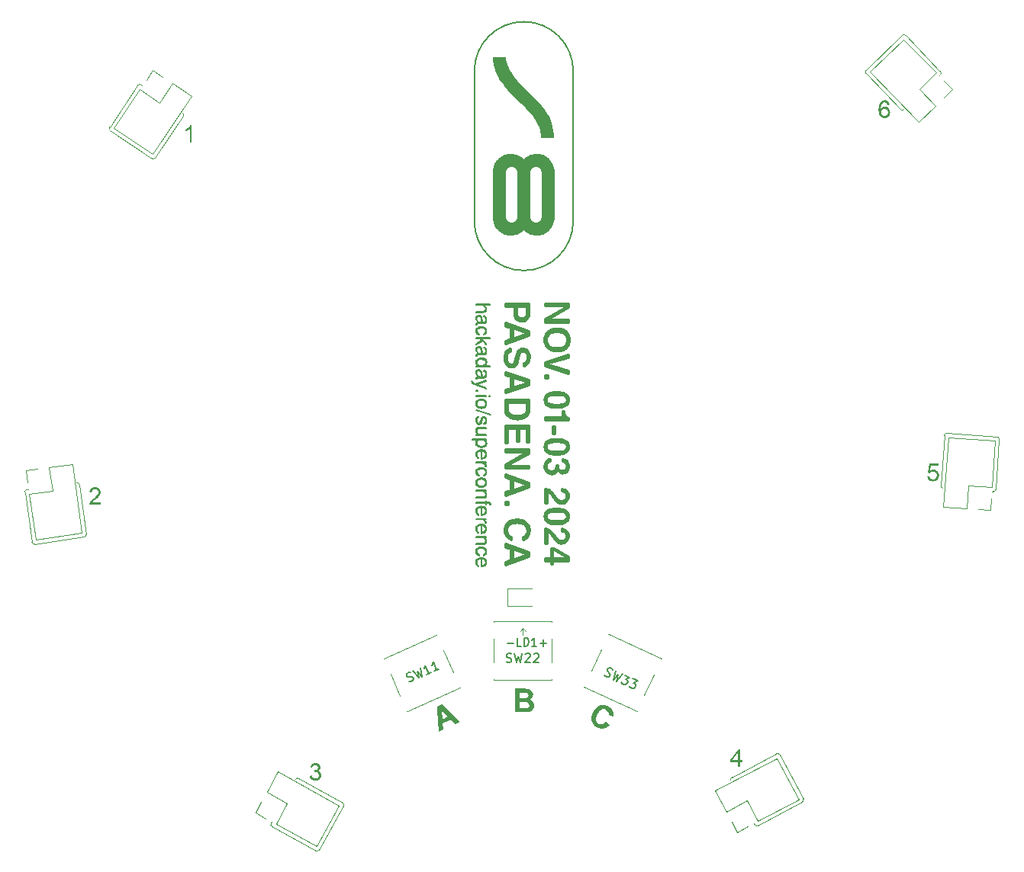
<source format=gbr>
%TF.GenerationSoftware,KiCad,Pcbnew,8.0.6*%
%TF.CreationDate,2024-10-30T16:41:28+09:00*%
%TF.ProjectId,badge24,62616467-6532-4342-9e6b-696361645f70,A*%
%TF.SameCoordinates,Original*%
%TF.FileFunction,Legend,Top*%
%TF.FilePolarity,Positive*%
%FSLAX46Y46*%
G04 Gerber Fmt 4.6, Leading zero omitted, Abs format (unit mm)*
G04 Created by KiCad (PCBNEW 8.0.6) date 2024-10-30 16:41:28*
%MOMM*%
%LPD*%
G01*
G04 APERTURE LIST*
%ADD10C,0.736600*%
%ADD11C,0.127000*%
%ADD12C,0.304800*%
%ADD13C,0.101600*%
%ADD14C,0.203200*%
%ADD15C,0.152400*%
%ADD16C,0.150000*%
%ADD17C,0.120000*%
G04 APERTURE END LIST*
D10*
X150641750Y-67372770D02*
X150779250Y-67259270D01*
D11*
X145891650Y-92147270D02*
X145891650Y-92052470D01*
D10*
X147846750Y-66603070D02*
X147991950Y-66533370D01*
D12*
X150452150Y-94527370D02*
X150458350Y-94399470D01*
D11*
X145141450Y-87475770D02*
X145239850Y-87526270D01*
X145654650Y-104288070D02*
X145727550Y-104269770D01*
D12*
X150426150Y-94666070D02*
X150452150Y-94527370D01*
D11*
X145566350Y-109418970D02*
X145654650Y-109412470D01*
D12*
X152892250Y-94093570D02*
X153000750Y-94130170D01*
D11*
X145645550Y-87616070D02*
X145645550Y-87544870D01*
D12*
X152875250Y-105851670D02*
X153030850Y-105806370D01*
D11*
X144808450Y-86528070D02*
X144808450Y-86453170D01*
X145721950Y-97785270D02*
X145891650Y-97785270D01*
D12*
X153175450Y-101607670D02*
X153277550Y-101601470D01*
X150605850Y-86259370D02*
X150605850Y-85810470D01*
D11*
X145245050Y-88856370D02*
X145353750Y-88850370D01*
X145166250Y-88280970D02*
X145364150Y-88280970D01*
X145817650Y-88188270D02*
X145878050Y-88059970D01*
D12*
X154797050Y-105789270D02*
X154854050Y-105847370D01*
D10*
X147109450Y-73710670D02*
X147179350Y-73855770D01*
D12*
X152549650Y-98447570D02*
X152575350Y-98376470D01*
D11*
X145843550Y-88270470D02*
X145886950Y-88191370D01*
D12*
X148069550Y-85168270D02*
X148069550Y-84906270D01*
D11*
X145282850Y-107321070D02*
X145342850Y-107321070D01*
D12*
X152964050Y-85715170D02*
X153066250Y-85661870D01*
D11*
X145465250Y-88232670D02*
X145622450Y-88285370D01*
D10*
X152578250Y-74239070D02*
X152685150Y-74121270D01*
D12*
X155006950Y-87284670D02*
X155053650Y-87160870D01*
D11*
X145834350Y-111584970D02*
X145856350Y-111508570D01*
D12*
X149259450Y-83032170D02*
X150458350Y-83032170D01*
D11*
X144828750Y-95683870D02*
X144837050Y-95574470D01*
X144857850Y-96543270D02*
X144898350Y-96509270D01*
D12*
X149305250Y-84049270D02*
X149337650Y-84120270D01*
X152429250Y-106340270D02*
X152446550Y-106148670D01*
X154046250Y-92597470D02*
X154322150Y-92636870D01*
D10*
X149105150Y-67175070D02*
X149263250Y-67260870D01*
D12*
X148069550Y-111426170D02*
X148664550Y-111241570D01*
D10*
X151573550Y-74715770D02*
X151738250Y-74690670D01*
X147704550Y-55662570D02*
X147743250Y-55912370D01*
D11*
X145447550Y-109766070D02*
X145569050Y-109791970D01*
X145409950Y-88184470D02*
X145420850Y-88288570D01*
D12*
X154369450Y-87862870D02*
X154483950Y-87817070D01*
D11*
X145852650Y-110361170D02*
X145862550Y-110243670D01*
X145448950Y-111813670D02*
X145533750Y-111803470D01*
D12*
X154650250Y-99063870D02*
X154721350Y-99020170D01*
D11*
X145869450Y-84370070D02*
X145877350Y-84462070D01*
D10*
X151403850Y-74724370D02*
X151573550Y-74715770D01*
D11*
X145833750Y-99163970D02*
X145882650Y-99250070D01*
X145727550Y-104269770D02*
X145786350Y-104241370D01*
X144835650Y-98106770D02*
X144858650Y-98031170D01*
X145196750Y-85274370D02*
X145315350Y-85266170D01*
X145778250Y-101178870D02*
X145823350Y-101244170D01*
X144975250Y-102884770D02*
X145067550Y-102938770D01*
D12*
X153426850Y-108687970D02*
X153499850Y-108791470D01*
D11*
X144827250Y-85008370D02*
X144827450Y-85014770D01*
D12*
X153750050Y-100737470D02*
X153810050Y-100737570D01*
D10*
X147676350Y-73066170D02*
X147695950Y-73260170D01*
D11*
X144808450Y-82871470D02*
X144808450Y-82788870D01*
D12*
X154992750Y-93206470D02*
X155009850Y-93398470D01*
D11*
X145773950Y-87676370D02*
X145814950Y-87719370D01*
X144963650Y-111758170D02*
X145063450Y-111792170D01*
X145718950Y-103601970D02*
X145745250Y-103619970D01*
D12*
X150175950Y-84593870D02*
X150305050Y-84534170D01*
X153773450Y-85781170D02*
X154042750Y-85798770D01*
D11*
X145833750Y-111140170D02*
X145882650Y-111226270D01*
D12*
X148270250Y-108315770D02*
X148349550Y-108429270D01*
X154220350Y-99176770D02*
X154411250Y-99146770D01*
D11*
X145884150Y-102791770D02*
X145914850Y-102696170D01*
D12*
X154270750Y-85848170D02*
X154460450Y-85924270D01*
X153021250Y-103749670D02*
X153138050Y-103871470D01*
D11*
X145018850Y-94234070D02*
X145122950Y-94278970D01*
X144827250Y-85750970D02*
X144840650Y-85638770D01*
X144773050Y-96791170D02*
X144785850Y-96899170D01*
D12*
X148270350Y-94693970D02*
X148308750Y-94774870D01*
D13*
X101528038Y-108322113D02*
G75*
G02*
X101306615Y-108615934I-257638J-36187D01*
G01*
D12*
X149686250Y-95215170D02*
X149821350Y-95188870D01*
D11*
X145836850Y-109170570D02*
X145856150Y-109102070D01*
X144822850Y-90414270D02*
X144836650Y-90320570D01*
D12*
X149541950Y-88410770D02*
X149646250Y-88150470D01*
X150593050Y-84084470D02*
X150605850Y-83921770D01*
D11*
X145890250Y-87214670D02*
X145890250Y-87128970D01*
D12*
X154101050Y-85550770D02*
X154242250Y-85578670D01*
X148162550Y-94916070D02*
X148210250Y-95002070D01*
X154046250Y-107141270D02*
X154322150Y-107101870D01*
X150386950Y-84097270D02*
X150427150Y-83980370D01*
D11*
X144775950Y-102585870D02*
X144786850Y-102475470D01*
D12*
X153223450Y-111270470D02*
X155008350Y-111270470D01*
D13*
X176030500Y-140691950D02*
X180958970Y-138071450D01*
D12*
X152932850Y-86021870D02*
X153086950Y-85924270D01*
D11*
X145876550Y-109269670D02*
X145904750Y-109201770D01*
D12*
X152612050Y-93698870D02*
X152659950Y-93755570D01*
X152793950Y-85840470D02*
X152873550Y-85775070D01*
D11*
X144784850Y-91009270D02*
X144792950Y-91059970D01*
X144865350Y-94103270D02*
X144927650Y-94170470D01*
X145913750Y-111551270D02*
X145924150Y-111446970D01*
X145814950Y-87719370D02*
X145847750Y-87776470D01*
X145063450Y-99892770D02*
X145063450Y-99815970D01*
D10*
X148638650Y-74724370D02*
X148651950Y-74724370D01*
D11*
X145011650Y-111082870D02*
X145089750Y-111050870D01*
X144958150Y-88361670D02*
X145650550Y-88362070D01*
D12*
X155053650Y-86318970D02*
X155105850Y-86552370D01*
X154949950Y-103743470D02*
X154988050Y-103870370D01*
X153438550Y-101557970D02*
X153499650Y-101524870D01*
X148813550Y-86627970D02*
X148813550Y-86390270D01*
D11*
X145089150Y-100961770D02*
X145196850Y-100937170D01*
X144834650Y-84955370D02*
X144857950Y-84915570D01*
X144801750Y-101577470D02*
X144834250Y-101643570D01*
X144914050Y-84809770D02*
X145051450Y-84798770D01*
X144896450Y-99212370D02*
X144948850Y-99153970D01*
D12*
X150525650Y-94942570D02*
X150560250Y-94848270D01*
D11*
X145569250Y-100963170D02*
X145677350Y-101006770D01*
X145358050Y-87694870D02*
X145378450Y-87792770D01*
X145754150Y-105998170D02*
X145799650Y-105945570D01*
X145884150Y-102379370D02*
X145914850Y-102475270D01*
D12*
X148213050Y-108188470D02*
X148270250Y-108315770D01*
D11*
X144865450Y-102298170D02*
X144927850Y-102230770D01*
X144858650Y-98031170D02*
X144900850Y-97956370D01*
X145569050Y-85300670D02*
X145677050Y-85344470D01*
D12*
X152538050Y-105912970D02*
X152586450Y-105848170D01*
D11*
X144808450Y-109418970D02*
X145566350Y-109418970D01*
X145447550Y-105235170D02*
X145569050Y-105261070D01*
X145799650Y-105945570D02*
X145834350Y-105881570D01*
X144974950Y-102286170D02*
X145067150Y-102232270D01*
D12*
X149164350Y-84214070D02*
X149224650Y-84331670D01*
X153276450Y-85848170D02*
X153504250Y-85798770D01*
D11*
X145385350Y-90687170D02*
X145409950Y-90749870D01*
D10*
X148930650Y-67120870D02*
X149105150Y-67175070D01*
D11*
X145904750Y-104077370D02*
X145919750Y-104005370D01*
D12*
X153000750Y-97881270D02*
X153121050Y-97851470D01*
X153397350Y-107141270D02*
X153721750Y-107154370D01*
D10*
X151596750Y-67120070D02*
X151776850Y-67176170D01*
D11*
X145689050Y-108043570D02*
X145754150Y-107995670D01*
D10*
X152049850Y-74593970D02*
X152194950Y-74524070D01*
D11*
X144948850Y-99153970D02*
X145014450Y-99108070D01*
X145367550Y-95500370D02*
X145452050Y-95325870D01*
X145917150Y-85868970D02*
X145924150Y-85783470D01*
D12*
X154046250Y-105539170D02*
X154322150Y-105578570D01*
X153308050Y-87900070D02*
X153449050Y-87927970D01*
D11*
X145855150Y-107633970D02*
X145864050Y-107713170D01*
D12*
X154483950Y-87817070D02*
X154586150Y-87763770D01*
D11*
X145634350Y-102232770D02*
X145726450Y-102286670D01*
X144927850Y-102230770D02*
X145019050Y-102166970D01*
D12*
X148607150Y-89499170D02*
X148690350Y-89504670D01*
D11*
X145092350Y-107347370D02*
X145181950Y-107327670D01*
X145877350Y-90507270D02*
X145878050Y-90625370D01*
X145605750Y-101827970D02*
X145725650Y-101775970D01*
X145866650Y-110494670D02*
X145897350Y-110433170D01*
D13*
X181066558Y-137719602D02*
G75*
G02*
X180958972Y-138071418I-229758J-122098D01*
G01*
D11*
X145677050Y-107302370D02*
X145768750Y-107364270D01*
D12*
X154941050Y-105983970D02*
X154992750Y-106148170D01*
X154721350Y-99020170D02*
X154780550Y-98970070D01*
D11*
X145903450Y-84326170D02*
X145925650Y-84496070D01*
D12*
X152528050Y-100780270D02*
X152539750Y-100902970D01*
D11*
X144810250Y-85542170D02*
X144854450Y-85462170D01*
X144836650Y-95806970D02*
X144891650Y-95920570D01*
D10*
X147358050Y-74120370D02*
X147465150Y-74238270D01*
D11*
X145689450Y-106751970D02*
X145689450Y-106659670D01*
D12*
X150028750Y-106869970D02*
X150137950Y-106923770D01*
D11*
X145809750Y-90872270D02*
X145843550Y-90835870D01*
D10*
X152194950Y-74524070D02*
X152331850Y-74440870D01*
D12*
X150266750Y-108524470D02*
X150344250Y-108446470D01*
D11*
X146361750Y-105045970D02*
X146362650Y-105014470D01*
X145315350Y-109757470D02*
X145447550Y-109766070D01*
D12*
X152643850Y-98062770D02*
X152710350Y-98011370D01*
X150605850Y-103092770D02*
X150605850Y-102643870D01*
X153031450Y-100202070D02*
X153031450Y-100003170D01*
X148149050Y-89410170D02*
X148215150Y-89504070D01*
X153222250Y-105776370D02*
X153451750Y-105759870D01*
D10*
X152685150Y-74121270D02*
X152780550Y-73993470D01*
D11*
X145779650Y-95395970D02*
X145810050Y-95430970D01*
D13*
X151999450Y-64107770D02*
X153294850Y-64107770D01*
D11*
X144775950Y-93816270D02*
X144786750Y-93705970D01*
X144856350Y-105426470D02*
X144916850Y-105359370D01*
X145718350Y-106776770D02*
X145763550Y-106829670D01*
X145419950Y-88126370D02*
X145465250Y-88232670D01*
X144806950Y-108642370D02*
X145402450Y-108642370D01*
D12*
X154837450Y-87202370D02*
X154883950Y-87109170D01*
D11*
X145784150Y-93571070D02*
X145829550Y-93638170D01*
D12*
X154901950Y-92970570D02*
X154941050Y-93042270D01*
D11*
X144916850Y-99086270D02*
X144996950Y-99029170D01*
D13*
X104105620Y-63081580D02*
X107226930Y-58454030D01*
D11*
X144808450Y-87164470D02*
X145447550Y-86769470D01*
G36*
X150246850Y-99083570D02*
G01*
X150500850Y-99083570D01*
X150500850Y-99362970D01*
X150246850Y-99362970D01*
X150246850Y-99083570D01*
G37*
X145604150Y-105353270D02*
X145675650Y-105389970D01*
X145768750Y-111069870D02*
X145833750Y-111140170D01*
D12*
X155042250Y-90441070D02*
X155042250Y-90190570D01*
D11*
X144834650Y-91000570D02*
X144857950Y-90960770D01*
X145917350Y-89106570D02*
X145927150Y-89202670D01*
X145385350Y-84641970D02*
X145409950Y-84704670D01*
D12*
X152483850Y-100438370D02*
X152546250Y-100300370D01*
D10*
X147179350Y-73855770D02*
X147262450Y-73992670D01*
D11*
X145141450Y-90041170D02*
X145239850Y-90091670D01*
X145919750Y-109129770D02*
X145924150Y-109058170D01*
X145856350Y-111508570D02*
X145864050Y-111418870D01*
D12*
X149561050Y-87896670D02*
X149666850Y-87820870D01*
D11*
X145913450Y-99352170D02*
X145924150Y-99470770D01*
D10*
X148569350Y-57602070D02*
X148910850Y-58037670D01*
D11*
X144898350Y-96509270D02*
X144949150Y-96482870D01*
D12*
X152430750Y-86740170D02*
X152443950Y-86552570D01*
X154720550Y-104508770D02*
X154787450Y-104430070D01*
X148069550Y-103986670D02*
X150605850Y-103092770D01*
X152653550Y-103547870D02*
X152905050Y-103670970D01*
D11*
X145856150Y-109102070D02*
X145862550Y-109019770D01*
D12*
X149821350Y-95188870D02*
X149939750Y-95153770D01*
D10*
X151403850Y-74026970D02*
X151597750Y-74007370D01*
X148445750Y-74008770D02*
X148638650Y-74028370D01*
D11*
X145349350Y-109852970D02*
X145447650Y-109858470D01*
X145091350Y-105260670D02*
X145198150Y-105235170D01*
D12*
X154142750Y-109298370D02*
X154284250Y-109309870D01*
X152504550Y-109314270D02*
X152504550Y-107729070D01*
X154941050Y-98969270D02*
X154992750Y-98805070D01*
X153341250Y-109931470D02*
X153398750Y-109931470D01*
X154570350Y-95014770D02*
X154617350Y-95130570D01*
X150245250Y-84282370D02*
X150329250Y-84195270D01*
X154864250Y-93634970D02*
X154889650Y-93563870D01*
X148923250Y-89442270D02*
X149008950Y-89368070D01*
X154854050Y-99105870D02*
X154901950Y-99040970D01*
X148266250Y-95079570D02*
X148329650Y-95148770D01*
X154646350Y-106992470D02*
X154730950Y-106942470D01*
D11*
X144989050Y-97153170D02*
X145141450Y-97203970D01*
X144949650Y-90750970D02*
X145051450Y-90843970D01*
D12*
X147994250Y-107884470D02*
X147999750Y-107757770D01*
D11*
X144858350Y-107554770D02*
X144896450Y-107484470D01*
D10*
X152366150Y-73064670D02*
X152366150Y-68062770D01*
D12*
X148360650Y-107355970D02*
X148425550Y-107290670D01*
X148297550Y-88177770D02*
X148369550Y-88098870D01*
D11*
X145897350Y-110433170D02*
X145917150Y-110360070D01*
X145545350Y-85384970D02*
X145637550Y-85416370D01*
D12*
X154797050Y-98061970D02*
X154854050Y-98120070D01*
D10*
X151573550Y-66411670D02*
X151738350Y-66436770D01*
D11*
X145866650Y-101666070D02*
X145897350Y-101604570D01*
D12*
X148340850Y-107048270D02*
X148429450Y-106979470D01*
D11*
X144965450Y-97888470D02*
X145026150Y-97847970D01*
X144996950Y-105302270D02*
X145091350Y-105260670D01*
D12*
X154780450Y-106697270D02*
X154827950Y-106640470D01*
D10*
X149007550Y-59198870D02*
X149421750Y-59617470D01*
D13*
X149688050Y-119047970D02*
X149967450Y-118768570D01*
D11*
X145217250Y-90171070D02*
X145260750Y-90210070D01*
X145862150Y-89409070D02*
X145908250Y-89322170D01*
X145827150Y-107055270D02*
X145924050Y-107055270D01*
X145293250Y-97788170D02*
X145471650Y-97788170D01*
D12*
X148664550Y-86688370D02*
X148664550Y-85368970D01*
D11*
X145403950Y-82871370D02*
X145509650Y-82878370D01*
X144855050Y-84084570D02*
X144938250Y-84021370D01*
D10*
X150849250Y-74624170D02*
X151356650Y-74724370D01*
D12*
X150499050Y-108075670D02*
X150511450Y-107896270D01*
X152506050Y-111268970D02*
X152506050Y-111056470D01*
D11*
X144831650Y-102585870D02*
X144842250Y-102488770D01*
D12*
X148153350Y-88550370D02*
X148185650Y-88401370D01*
X150390650Y-89467970D02*
X150477250Y-89380370D01*
X154889650Y-98778470D02*
X154904650Y-98699670D01*
D11*
X144865550Y-88956670D02*
X144927850Y-88896070D01*
D12*
X154369750Y-85615970D02*
X154484250Y-85661770D01*
D13*
X173165710Y-135304070D02*
X178094220Y-132683560D01*
D12*
X149442750Y-84532870D02*
X149518750Y-84570770D01*
X152498750Y-98257370D02*
X152538050Y-98185670D01*
X154159050Y-101456670D02*
X154389050Y-101519170D01*
D11*
X145843550Y-84790670D02*
X145886950Y-84711570D01*
X145737150Y-95295770D02*
X145790150Y-95327370D01*
D12*
X153223150Y-93962370D02*
X153452350Y-93978870D01*
X149884750Y-84390570D02*
X150023850Y-84378870D01*
X154596750Y-108018770D02*
X154710650Y-108092670D01*
D11*
X144429450Y-91513170D02*
X144522650Y-91565470D01*
X144780550Y-85836270D02*
X144801650Y-85915270D01*
D12*
X154303450Y-104672770D02*
X154413350Y-104662870D01*
X154889650Y-106505670D02*
X154904650Y-106426870D01*
D11*
X145751050Y-84097570D02*
X145845550Y-84175870D01*
X145891650Y-104761470D02*
X145891650Y-104596070D01*
D10*
X151835550Y-62322070D02*
X152007850Y-62649170D01*
D12*
X152539750Y-100902970D02*
X152575150Y-101019270D01*
D11*
X144927850Y-88896070D02*
X145030850Y-88833570D01*
D10*
X150937150Y-67173570D02*
X151111650Y-67119370D01*
D11*
X145790350Y-99223370D02*
X145829950Y-99289870D01*
D12*
X148188850Y-89097670D02*
X148231850Y-89210570D01*
X148507550Y-108569170D02*
X148603350Y-108624070D01*
D11*
X145901750Y-95838270D02*
X145919350Y-95759170D01*
D12*
X154730950Y-98010670D02*
X154797050Y-98061970D01*
D11*
X145877350Y-87941870D02*
X145878050Y-88059970D01*
X144777550Y-96725070D02*
X144792150Y-96659270D01*
D12*
X148230450Y-96549670D02*
X149328950Y-96549670D01*
X154756250Y-87638670D02*
X154860650Y-87527470D01*
D11*
X145792450Y-108806170D02*
X145834150Y-108879970D01*
X145650550Y-88362070D02*
X145714350Y-88354970D01*
X145689050Y-111749170D02*
X145754050Y-111701470D01*
D13*
X188032937Y-57125972D02*
G75*
G02*
X188039310Y-56758058I187063J180772D01*
G01*
D12*
X153813650Y-104730270D02*
X153909150Y-104793570D01*
X154585450Y-109253770D02*
X154706250Y-109187670D01*
D11*
X145594450Y-108669470D02*
X145667650Y-108699870D01*
D13*
X173058152Y-135655918D02*
G75*
G02*
X173165727Y-135304081I229748J122118D01*
G01*
D11*
X145855150Y-111339670D02*
X145864050Y-111418870D01*
X145466550Y-102095070D02*
X145578750Y-102121670D01*
X145751150Y-89509970D02*
X145804550Y-89469570D01*
D12*
X154941150Y-86920770D02*
X154958250Y-86740170D01*
D11*
X145100350Y-97816270D02*
X145189050Y-97795570D01*
D12*
X154614650Y-86022070D02*
X154704350Y-86101870D01*
D11*
X145614750Y-108076970D02*
X145689050Y-108043570D01*
D12*
X150304750Y-110714370D02*
X150304750Y-110450470D01*
D13*
X192278262Y-61147683D02*
G75*
G02*
X191910357Y-61141300I-180762J187083D01*
G01*
D11*
X145533750Y-106100370D02*
X145614750Y-106079470D01*
D12*
X154884050Y-108040470D02*
X154949950Y-108166570D01*
X148813550Y-92071270D02*
X148813550Y-91833570D01*
D11*
X145385250Y-106114570D02*
X145385250Y-105322070D01*
D12*
X148813550Y-103223670D02*
X148813550Y-102246470D01*
X148071050Y-100634870D02*
X150129150Y-99456770D01*
D11*
X145832250Y-104204670D02*
X145876550Y-104145270D01*
D12*
X152723050Y-100113770D02*
X152858550Y-100045870D01*
X153223450Y-111587870D02*
X153223450Y-111270470D01*
D10*
X147676350Y-73066170D02*
X147676350Y-68064270D01*
X149421750Y-59617470D02*
X149859050Y-60026670D01*
D12*
X154585450Y-104830570D02*
X154706250Y-104764470D01*
X153991350Y-92818170D02*
X154220350Y-92834770D01*
D11*
X144974350Y-96073270D02*
X145038950Y-96094670D01*
D12*
X150025950Y-84630470D02*
X150175950Y-84593870D01*
D13*
X94708410Y-103643870D02*
X95485260Y-109171390D01*
D12*
X154612050Y-100277270D02*
X154725350Y-100346270D01*
D11*
X144938250Y-87501170D02*
X145061450Y-87479270D01*
X145852650Y-101521970D02*
X145862550Y-101415070D01*
X144936050Y-109971470D02*
X145009950Y-109920270D01*
X145845550Y-87655670D02*
X145903450Y-87805970D01*
X145122950Y-93353670D02*
X145235150Y-93327070D01*
X145833750Y-106014870D02*
X145883150Y-105938470D01*
X145020350Y-96012970D02*
X145079150Y-96019970D01*
D12*
X153397350Y-97811870D02*
X153721750Y-97798770D01*
D11*
X145315350Y-85266170D02*
X145447550Y-85274770D01*
D13*
X197011970Y-97087840D02*
X202580200Y-97477250D01*
D12*
X150411450Y-108347770D02*
X150464350Y-108225170D01*
D11*
X145683150Y-106126670D02*
X145766750Y-106077370D01*
X144949150Y-96482870D02*
X145011050Y-96465870D01*
D12*
X154613550Y-87458070D02*
X154703450Y-87378370D01*
D11*
X145852350Y-85660070D02*
X145862550Y-85752470D01*
D12*
X154303450Y-109095870D02*
X154413250Y-109085970D01*
D11*
X145487450Y-95421370D02*
X145573250Y-95349770D01*
X144858350Y-99282770D02*
X144896450Y-99212370D01*
X145914850Y-93705970D02*
X145925650Y-93816270D01*
X144938250Y-89660170D02*
X145649450Y-89634770D01*
X144912850Y-91639570D02*
X145891650Y-91320670D01*
D10*
X147710750Y-74440870D02*
X147847650Y-74524070D01*
D11*
X144808450Y-89708170D02*
X144808450Y-89637670D01*
X144974950Y-93516670D02*
X145067150Y-93462770D01*
D10*
X149159350Y-74624170D02*
X149590250Y-74335070D01*
D12*
X152575350Y-106103770D02*
X152612050Y-106039970D01*
X153611350Y-101179070D02*
X153651550Y-101116270D01*
X152506050Y-84424570D02*
X154564050Y-83246370D01*
D11*
X144801750Y-110406070D02*
X144834250Y-110472170D01*
X144773050Y-85743570D02*
X144782650Y-85636070D01*
D12*
X148762650Y-89734870D02*
X148899750Y-89722970D01*
X148008250Y-88505270D02*
X148051650Y-88286570D01*
D11*
X144845250Y-107994170D02*
X144969850Y-108115370D01*
X145385250Y-111817670D02*
X145448950Y-111813670D01*
D10*
X146998750Y-55662570D02*
X147068750Y-56105370D01*
D11*
X144892550Y-84164270D02*
X144989050Y-84097570D01*
X145196850Y-100937170D02*
X145315350Y-100928870D01*
X145385250Y-106114570D02*
X145448950Y-106110570D01*
X144773050Y-110234870D02*
X144782650Y-110127670D01*
D12*
X154444550Y-109295370D02*
X154585450Y-109253770D01*
D11*
X144774550Y-95686870D02*
X144784950Y-95543570D01*
X145349350Y-101024370D02*
X145447750Y-101029870D01*
D12*
X154161250Y-104662170D02*
X154303450Y-104672770D01*
X154411250Y-98079170D02*
X154566750Y-98124470D01*
D10*
X148095750Y-56885870D02*
X148297350Y-57214270D01*
D11*
X144792950Y-85014770D02*
X144827450Y-85014770D01*
X145801350Y-97962570D02*
X145847350Y-98053970D01*
X145855150Y-105636470D02*
X145864050Y-105715670D01*
X145285650Y-90129970D02*
X145326150Y-90185170D01*
X145833850Y-83558470D02*
X145877350Y-83500070D01*
X144828750Y-89235170D02*
X144838850Y-89145870D01*
D10*
X147991950Y-66533370D02*
X148144550Y-66477570D01*
D13*
X146665450Y-55420970D02*
X146843250Y-55420970D01*
D11*
X144774550Y-87795770D02*
X144785850Y-87932970D01*
D12*
X149175950Y-89567670D02*
X149240750Y-89472870D01*
D10*
X152346550Y-67868770D02*
X152366150Y-68062770D01*
D12*
X152638050Y-101390070D02*
X152745650Y-101482170D01*
X154284250Y-104886670D02*
X154444550Y-104872170D01*
X154992750Y-98805070D02*
X155009850Y-98612970D01*
X147994250Y-107884470D02*
X148009950Y-108100070D01*
D11*
X145923050Y-84551470D02*
X145925650Y-84496070D01*
D12*
X150128350Y-108883270D02*
X150242450Y-108819670D01*
D11*
X145282850Y-99048970D02*
X145342850Y-99048970D01*
D12*
X153721750Y-92813070D02*
X153991350Y-92818170D01*
D11*
X145402450Y-108642370D02*
X145506450Y-108649470D01*
X144834950Y-111339070D02*
X144857750Y-111255770D01*
D12*
X153369650Y-96362570D02*
X153542350Y-96362570D01*
D11*
X145836250Y-102297870D02*
X145884150Y-102379370D01*
X144926850Y-95961770D02*
X144969650Y-95993070D01*
D12*
X148528350Y-106918670D02*
X148637450Y-106866070D01*
D11*
X144989050Y-90142770D02*
X145092450Y-90135770D01*
D12*
X152858550Y-100045870D02*
X153031450Y-100003170D01*
X154894450Y-108979470D02*
X154958050Y-108837670D01*
D11*
X145903450Y-108964170D02*
X145924150Y-109058170D01*
X145768750Y-105366770D02*
X145833750Y-105437070D01*
X145689050Y-106046070D02*
X145754150Y-105998170D01*
X144918050Y-96038970D02*
X144974350Y-96073270D01*
D12*
X154710650Y-103669570D02*
X154801950Y-103774870D01*
D10*
X149400850Y-73756070D02*
X149514450Y-73618370D01*
D12*
X152905050Y-103670970D02*
X153021250Y-103749670D01*
D11*
X145604150Y-111056470D02*
X145675650Y-111093170D01*
D10*
X147012650Y-67728370D02*
X147053550Y-67569270D01*
D12*
X154862450Y-108340670D02*
X154878750Y-108427870D01*
X152843650Y-87378570D02*
X152933250Y-87458170D01*
X154322150Y-105578570D02*
X154442050Y-105608270D01*
D11*
X145645550Y-90110270D02*
X145751050Y-90142770D01*
X145239850Y-84046470D02*
X145285650Y-84084770D01*
X144845250Y-105996670D02*
X144969850Y-106117870D01*
D10*
X147465150Y-74238270D02*
X147582950Y-74345370D01*
D12*
X152643850Y-106890370D02*
X152710350Y-106941770D01*
X154536550Y-94879570D02*
X154570350Y-95014770D01*
D11*
X144971350Y-88202570D02*
X145029750Y-88244570D01*
X144860050Y-95488470D02*
X144894450Y-95423070D01*
D12*
X149326650Y-107005270D02*
X149593850Y-107021270D01*
D11*
X145026150Y-97847970D02*
X145100350Y-97816270D01*
X144865250Y-102872870D02*
X144927350Y-102939970D01*
D12*
X150543350Y-107322470D02*
X150593850Y-107425670D01*
X148161050Y-88976570D02*
X148188850Y-89097670D01*
D11*
X145667650Y-103575470D02*
X145727250Y-103614170D01*
D12*
X152586450Y-106832370D02*
X152643850Y-106890370D01*
D11*
X145725650Y-101775970D02*
X145826650Y-101716470D01*
X144801650Y-85915270D02*
X144834150Y-85981470D01*
X145766750Y-99804370D02*
X145833750Y-99741870D01*
X144785850Y-105814570D02*
X144797450Y-105901170D01*
X145714350Y-90920370D02*
X145767050Y-90901170D01*
D10*
X147068750Y-56105370D02*
X147323750Y-56902970D01*
X147053650Y-73558170D02*
X147109450Y-73710670D01*
D12*
X148369550Y-88098870D02*
X148447050Y-88039270D01*
D11*
X145637250Y-109907570D02*
X145719350Y-109954470D01*
X145833750Y-85476670D02*
X145882650Y-85562770D01*
X145919750Y-104005370D02*
X145924150Y-103933770D01*
D13*
X122028710Y-140414050D02*
X122111930Y-140263940D01*
D12*
X155009850Y-95615170D02*
X155009850Y-95473070D01*
D11*
X144808450Y-104294570D02*
X145566350Y-104294570D01*
X144989050Y-95248170D02*
X145075250Y-95234770D01*
D12*
X153369650Y-97134670D02*
X153542350Y-97134670D01*
D11*
X144774550Y-98181870D02*
X144815150Y-98010470D01*
D12*
X149593850Y-107021270D02*
X149820050Y-107066270D01*
D11*
X145264250Y-102180970D02*
X145350850Y-102175970D01*
D12*
X152795450Y-105688470D02*
X152892250Y-105645170D01*
D11*
X146339050Y-92963470D02*
X146339050Y-92881270D01*
D12*
X154721350Y-106747370D02*
X154780450Y-106697270D01*
D11*
X144808450Y-83647670D02*
X144808450Y-83565170D01*
D12*
X149008950Y-89368070D02*
X149078950Y-89268370D01*
D11*
X145063450Y-108163370D02*
X145063450Y-108087970D01*
X145466550Y-94305570D02*
X145578750Y-94278970D01*
D12*
X152795450Y-99264770D02*
X152892250Y-99308070D01*
X152701550Y-100352570D02*
X152811550Y-100275870D01*
X152843250Y-86101570D02*
X152932850Y-86021870D01*
X154459250Y-87555870D02*
X154613550Y-87458070D01*
D11*
X144773050Y-85743570D02*
X144780550Y-85836270D01*
X144782850Y-105599370D02*
X144811150Y-105506670D01*
D12*
X154901950Y-93826470D02*
X154941050Y-93754770D01*
D10*
X147959350Y-67384870D02*
X148102050Y-67266970D01*
D12*
X148230450Y-98150070D02*
X148230450Y-96549670D01*
X148141850Y-88727270D02*
X148153350Y-88550370D01*
X154036450Y-104629570D02*
X154161250Y-104662170D01*
X154550150Y-105644770D02*
X154646350Y-105687970D01*
X149078950Y-89268370D02*
X149217750Y-88846670D01*
X148674750Y-107130270D02*
X148876250Y-107059670D01*
X153452350Y-93978870D02*
X153721750Y-93983970D01*
X150605850Y-91702670D02*
X150605850Y-91253770D01*
D10*
X149400050Y-67375370D02*
X149513950Y-67513270D01*
D12*
X150369150Y-94808070D02*
X150426150Y-94666070D01*
D11*
X145882650Y-110053970D02*
X145913450Y-110156170D01*
X145862250Y-98002170D02*
X145908350Y-98089070D01*
D10*
X149146050Y-66503270D02*
X149578450Y-66792070D01*
D12*
X152875250Y-99101470D02*
X153031550Y-99146770D01*
X148234850Y-88277970D02*
X148297550Y-88177770D01*
X152892250Y-92703470D02*
X153000750Y-92666870D01*
D11*
X145437050Y-94221070D02*
X145534450Y-94203270D01*
D12*
X148425550Y-107290670D02*
X148498050Y-107231970D01*
X152710350Y-92796970D02*
X152795450Y-92746770D01*
D11*
X144792150Y-96659270D02*
X144818350Y-96597370D01*
X145903450Y-95502170D02*
X145925650Y-95663170D01*
D12*
X149478850Y-87995270D02*
X149561050Y-87896670D01*
D11*
X145350850Y-93318270D02*
X145466550Y-93327070D01*
X144875850Y-86035770D02*
X145112150Y-86163170D01*
X145834150Y-103755570D02*
X145856150Y-103828970D01*
D12*
X148215150Y-89504070D02*
X148310150Y-89596170D01*
D13*
X188039310Y-56758130D02*
X192054570Y-52880680D01*
D10*
X152007850Y-62649170D02*
X152115950Y-62921070D01*
D11*
X145768750Y-107364270D02*
X145833750Y-107434570D01*
X144808450Y-82788870D02*
X146339050Y-82788870D01*
X144764150Y-94527270D02*
X144764150Y-94499570D01*
D12*
X154943350Y-86071270D02*
X155006950Y-86194970D01*
X154242250Y-85578670D02*
X154369750Y-85615970D01*
X152534550Y-93485170D02*
X152549650Y-93563970D01*
X148071050Y-100962570D02*
X148071050Y-100634870D01*
D10*
X148297350Y-57214270D02*
X148569350Y-57602070D01*
D11*
X145054250Y-98506570D02*
X145144250Y-98536870D01*
D12*
X153277550Y-101601470D02*
X153364850Y-101584170D01*
D13*
X196586302Y-103175176D02*
G75*
G02*
X196344917Y-102897502I18198J259576D01*
G01*
D10*
X147962550Y-57961870D02*
X148269350Y-58359870D01*
D11*
X145640150Y-95343370D02*
X145695450Y-95349970D01*
D12*
X154860650Y-87527470D02*
X154943450Y-87408170D01*
D11*
X145569050Y-109791970D02*
X145677050Y-109835770D01*
X145385250Y-105322070D02*
X145445250Y-105322070D01*
D12*
X148429450Y-106979470D02*
X148528350Y-106918670D01*
X152611350Y-100458970D02*
X152701550Y-100352570D01*
X153945350Y-87945370D02*
X154100850Y-87927970D01*
X148051650Y-88286570D02*
X148118150Y-88111170D01*
D11*
X145785150Y-88886770D02*
X145844650Y-88948170D01*
X145112150Y-101825770D02*
X145112150Y-101748770D01*
D12*
X154730950Y-106942470D02*
X154797050Y-106891170D01*
X154646350Y-99265270D02*
X154730950Y-99215270D01*
D11*
X145014450Y-95324370D02*
X145075250Y-95312070D01*
X145506350Y-103525070D02*
X145594450Y-103544970D01*
X146339050Y-86528070D02*
X146339050Y-86453170D01*
X145725650Y-84783370D02*
X145817650Y-84708470D01*
D12*
X152575350Y-106576770D02*
X152612050Y-106640570D01*
D13*
X100751200Y-102794620D02*
X101528020Y-108322160D01*
D11*
X144927650Y-93462170D02*
X145018850Y-93398570D01*
X144773050Y-107701470D02*
X144797450Y-107898670D01*
D12*
X154997050Y-100627370D02*
X155009850Y-100809770D01*
D11*
X145913650Y-107845870D02*
X145924150Y-107741270D01*
D12*
X153268750Y-104041470D02*
X153426950Y-104264870D01*
X149968850Y-87755170D02*
X150093350Y-87765470D01*
D11*
X145661650Y-88903270D02*
X145740850Y-88951670D01*
X145235250Y-102095070D02*
X145350850Y-102086270D01*
D13*
X188032900Y-57125970D02*
X191910430Y-61141240D01*
D12*
X152905050Y-108094070D02*
X153021350Y-108172870D01*
X154350050Y-107756270D02*
X154539950Y-107795970D01*
D11*
X145810050Y-95430970D02*
X145852650Y-95527570D01*
X144808450Y-100396970D02*
X144808450Y-100316170D01*
X145917150Y-101531470D02*
X145924150Y-101446070D01*
X145677050Y-105304870D02*
X145768750Y-105366770D01*
D12*
X154322150Y-92636870D02*
X154442050Y-92666570D01*
D11*
X145605750Y-110656570D02*
X145605750Y-110577270D01*
X145677350Y-101006770D02*
X145769150Y-101068770D01*
X145799650Y-107943070D02*
X145834350Y-107879070D01*
X144774550Y-95686870D02*
X144785850Y-95832370D01*
D12*
X154756150Y-85840470D02*
X154860550Y-85951770D01*
X152446550Y-93590070D02*
X152498750Y-93754070D01*
D11*
X145533750Y-108097870D02*
X145614750Y-108076970D01*
D12*
X153881550Y-101033370D02*
X153952850Y-101139970D01*
D11*
X144811150Y-105506670D02*
X144856350Y-105426470D01*
X144792950Y-91059970D02*
X144827450Y-91059970D01*
X144808450Y-104294570D02*
X144808450Y-104212270D01*
X145217250Y-84125870D02*
X145260750Y-84164870D01*
X145535350Y-83565370D02*
X145767450Y-83505870D01*
X145786350Y-109365770D02*
X145832250Y-109329070D01*
X145011050Y-96465870D02*
X145085050Y-96459870D01*
D10*
X150388150Y-67843970D02*
X150442350Y-67669970D01*
D12*
X148818250Y-89488670D02*
X148923250Y-89442270D01*
X154883950Y-87109170D02*
X154941150Y-86920770D01*
D13*
X196344950Y-102897500D02*
X196734300Y-97329200D01*
D11*
X145856150Y-103977670D02*
X145862550Y-103895370D01*
X144855650Y-95354270D02*
X144907750Y-95299070D01*
D10*
X147262450Y-67134770D02*
X147357950Y-67007070D01*
D12*
X154720550Y-108931970D02*
X154787450Y-108853270D01*
X154411250Y-93932370D02*
X154566750Y-93887070D01*
X148141850Y-88727270D02*
X148146250Y-88851670D01*
D13*
X192054598Y-52880667D02*
G75*
G02*
X192422442Y-52887108I180702J-187133D01*
G01*
D12*
X149820050Y-107066270D02*
X150008250Y-107135470D01*
D10*
X147676350Y-68064270D02*
X147695950Y-67870570D01*
D12*
X148069550Y-103706270D02*
X148664550Y-103521770D01*
D11*
X145725650Y-88263170D02*
X145817650Y-88188270D01*
D12*
X153706050Y-101178070D02*
X153958450Y-101178070D01*
X153224950Y-111054970D02*
X153224950Y-109931470D01*
X148498050Y-107231970D02*
X148674750Y-107130270D01*
D11*
X144817550Y-94021970D02*
X144865350Y-94103270D01*
D12*
X149328950Y-97956670D02*
X149489750Y-97956670D01*
X154894450Y-104556270D02*
X154958050Y-104414470D01*
X148690350Y-89504670D02*
X148818250Y-89488670D01*
X152586450Y-105848170D02*
X152643850Y-105790070D01*
X148071050Y-100962570D02*
X150607350Y-100962570D01*
X154472550Y-94723570D02*
X154518050Y-94723570D01*
D11*
X144831650Y-93816270D02*
X144842250Y-93719170D01*
X144958150Y-90927070D02*
X145650550Y-90927470D01*
D13*
X146665450Y-55624170D02*
X148011650Y-55344770D01*
D11*
X145645550Y-84136270D02*
X145645550Y-84065070D01*
D13*
X146665450Y-55420970D02*
X148011650Y-55674970D01*
D12*
X153121050Y-105578770D02*
X153397350Y-105539170D01*
D11*
X144822850Y-84369070D02*
X144836650Y-84529370D01*
D10*
X148265750Y-73952670D02*
X148445750Y-74008770D01*
G36*
X152634450Y-89304570D02*
G01*
X152761450Y-89304570D01*
X152761450Y-89533170D01*
X152634450Y-89533170D01*
X152634450Y-89304570D01*
G37*
D11*
X144994150Y-109831170D02*
X145089150Y-109790370D01*
X145790350Y-107493870D02*
X145829950Y-107560370D01*
X145264650Y-102990670D02*
X145350850Y-102995770D01*
D12*
X154190850Y-101284070D02*
X154274150Y-101299770D01*
D11*
X145089750Y-111050870D02*
X145180250Y-111031670D01*
D10*
X152459650Y-66782070D02*
X152577450Y-66889170D01*
X146978950Y-73064670D02*
X146987550Y-73234370D01*
D11*
X145833750Y-107434570D02*
X145882650Y-107520570D01*
X145889350Y-89021570D02*
X145917350Y-89106570D01*
X144809950Y-97237970D02*
X144922650Y-97237970D01*
X144808450Y-89708170D02*
X146340550Y-89708170D01*
X145834350Y-99608670D02*
X145856350Y-99532270D01*
X144898650Y-84890570D02*
X144958150Y-84881870D01*
X145917350Y-98304970D02*
X145927150Y-98208470D01*
D12*
X150492150Y-87991470D02*
X150568850Y-88111670D01*
D11*
X144320250Y-91302970D02*
X144382950Y-91302970D01*
D12*
X150605850Y-83921770D02*
X150605850Y-82778370D01*
D11*
X145534950Y-93429170D02*
X145634350Y-93463170D01*
X145798150Y-89625870D02*
X146340550Y-89625870D01*
X145782250Y-101648270D02*
X145852650Y-101521970D01*
D12*
X154797050Y-99163970D02*
X154854050Y-99105870D01*
D10*
X149600050Y-67671170D02*
X149654350Y-67845170D01*
D12*
X148095050Y-94716870D02*
X148123850Y-94821070D01*
D11*
X144917350Y-102340170D02*
X144974950Y-102286170D01*
D10*
X150665950Y-60812870D02*
X150999450Y-61181470D01*
X147484550Y-57226770D02*
X147699250Y-57581970D01*
X148621550Y-58777370D02*
X149007550Y-59198870D01*
D11*
X145882650Y-99250070D02*
X145913450Y-99352170D01*
X145470050Y-106187570D02*
X145583850Y-106163370D01*
X145726350Y-94115170D02*
X145784050Y-94061270D01*
D12*
X150526650Y-88525170D02*
X150533550Y-88646170D01*
D11*
X145714350Y-88354970D02*
X145767050Y-88335770D01*
D12*
X148327050Y-108700070D02*
X148441150Y-108785370D01*
X154586150Y-87763770D02*
X154676650Y-87703970D01*
X153030850Y-92864670D02*
X153222250Y-92834670D01*
D13*
X144935450Y-97798570D02*
X145721950Y-97785270D01*
D12*
X152903650Y-107874670D02*
X153034650Y-107976970D01*
D13*
X95779090Y-109392800D02*
X101306600Y-108615990D01*
D12*
X152432850Y-100705870D02*
X152448550Y-100577770D01*
D11*
X144996950Y-107299770D02*
X145091350Y-107258170D01*
X144912850Y-91730570D02*
X144912850Y-91639570D01*
D10*
X149997450Y-67211570D02*
X150416850Y-66792270D01*
D11*
X145342850Y-111902470D02*
X145470050Y-111890770D01*
X144797450Y-111604270D02*
X144845250Y-111699870D01*
D12*
X148069550Y-104746570D02*
X148307150Y-104746570D01*
D11*
X144921950Y-110469970D02*
X145112150Y-110577370D01*
X144808450Y-92406870D02*
X144932050Y-92406870D01*
D10*
X146998750Y-55662570D02*
X147704550Y-55662570D01*
D11*
X145091350Y-98987570D02*
X145198150Y-98962070D01*
D10*
X152201750Y-67524870D02*
X152290450Y-67688170D01*
D12*
X154969050Y-101090170D02*
X155000150Y-100948870D01*
X153021350Y-108172870D02*
X153138050Y-108294670D01*
D11*
X145736050Y-82971970D02*
X145795250Y-83035670D01*
X145913450Y-85664870D02*
X145924150Y-85783470D01*
D12*
X152446550Y-106531870D02*
X152498750Y-106695770D01*
D11*
X145604150Y-107350770D02*
X145675650Y-107387470D01*
D12*
X150629150Y-88265770D02*
X150668450Y-88457470D01*
X154442950Y-100225570D02*
X154612050Y-100277270D01*
D11*
X144774450Y-89230770D02*
X144806850Y-89386870D01*
X146182850Y-104849370D02*
X146244850Y-104884770D01*
X145342850Y-106199270D02*
X145470050Y-106187570D01*
X145917150Y-110360070D02*
X145924150Y-110274670D01*
D12*
X152643850Y-99163170D02*
X152710350Y-99214570D01*
X154827950Y-106640470D02*
X154864250Y-106576770D01*
D11*
X145826650Y-110545070D02*
X145866650Y-110494670D01*
D12*
X150406850Y-88176970D02*
X150465250Y-88284370D01*
X149142850Y-95225870D02*
X149362050Y-95237370D01*
D11*
X144856350Y-111129570D02*
X144916850Y-111062470D01*
X145526550Y-99057170D02*
X145604150Y-99080270D01*
X144813350Y-95434170D02*
X144855650Y-95354270D01*
D12*
X154992750Y-106532370D02*
X155009850Y-106340270D01*
D11*
X145092350Y-105348370D02*
X145181950Y-105328670D01*
D10*
X148304250Y-74690670D02*
X148468950Y-74715770D01*
D11*
X145883150Y-99665470D02*
X145913750Y-99575070D01*
X145689450Y-106659670D02*
X145890250Y-106659670D01*
X145882650Y-85562770D02*
X145913450Y-85664870D01*
D12*
X154442050Y-94130470D02*
X154550150Y-94094070D01*
X148016150Y-107636470D02*
X148043450Y-107520970D01*
D11*
X145095150Y-84791670D02*
X145166250Y-84801170D01*
X145609350Y-88794070D02*
X145704350Y-88833070D01*
D12*
X152659950Y-98255970D02*
X152719550Y-98205870D01*
X148190050Y-107687070D02*
X148218050Y-107593570D01*
D11*
X145753050Y-82983070D02*
X145865750Y-83094570D01*
D12*
X154531750Y-101506370D02*
X154652050Y-101470370D01*
D11*
X144965450Y-89524170D02*
X145026150Y-89564670D01*
X146340550Y-89708170D02*
X146340550Y-89625870D01*
D12*
X154889650Y-98447670D02*
X154904650Y-98526370D01*
D11*
X145645550Y-90181470D02*
X145645550Y-90110270D01*
X144916850Y-111062470D02*
X144996950Y-111005370D01*
D12*
X152538050Y-92971270D02*
X152586450Y-92906470D01*
X148069550Y-92596570D02*
X148069550Y-92316170D01*
X153451750Y-92818170D02*
X153721750Y-92813070D01*
X154042150Y-87681470D02*
X154269750Y-87631970D01*
D11*
X145911750Y-84627570D02*
X145923050Y-84551470D01*
D12*
X148069550Y-83030770D02*
X149110450Y-83030770D01*
X152576650Y-100524870D02*
X152611350Y-100458970D01*
D11*
X144827250Y-99458870D02*
X144835150Y-99364870D01*
D12*
X154988050Y-103870370D02*
X155005650Y-103986770D01*
D11*
X144872050Y-93994270D02*
X144917550Y-94061270D01*
X145167150Y-102972870D02*
X145264650Y-102990670D01*
X145852650Y-95527570D02*
X145869950Y-95642570D01*
X146300550Y-105045970D02*
X146301050Y-105023370D01*
X145419950Y-90691770D02*
X145465250Y-90798070D01*
X145067150Y-102232270D02*
X145166650Y-102198470D01*
D12*
X149666850Y-87820870D02*
X149801250Y-87772370D01*
X152534550Y-98526370D02*
X152549650Y-98447570D01*
D11*
X144774550Y-84315970D02*
X144785850Y-84453170D01*
D12*
X154046250Y-99414070D02*
X154322150Y-99374670D01*
D11*
X144808450Y-106671470D02*
X144808450Y-106589170D01*
X145198150Y-98962070D02*
X145315350Y-98953470D01*
D12*
X150138950Y-87984170D02*
X150245750Y-88026470D01*
X154018350Y-104843070D02*
X154142750Y-104875170D01*
X150012450Y-108664270D02*
X150096950Y-108630370D01*
D11*
X145745250Y-103619970D02*
X145857450Y-103726370D01*
D12*
X154350050Y-103333170D02*
X154539950Y-103372870D01*
X154220350Y-98049170D02*
X154411250Y-98079170D01*
D10*
X149263250Y-73869570D02*
X149400850Y-73756070D01*
D11*
X145833950Y-101138970D02*
X145882750Y-101224970D01*
X144917550Y-94061270D02*
X144975250Y-94115170D01*
D12*
X153321850Y-108304370D02*
X153332050Y-108318470D01*
X150555550Y-84227870D02*
X150593050Y-84084470D01*
D13*
X112215650Y-61505138D02*
G75*
G02*
X112285836Y-61866289I-145450J-215662D01*
G01*
D12*
X152506050Y-82962770D02*
X154564050Y-82962770D01*
D11*
X144835150Y-105637970D02*
X144858350Y-105555770D01*
D12*
X149326550Y-88385170D02*
X149366450Y-88243770D01*
D11*
X145844650Y-98463970D02*
X145889350Y-98390270D01*
D12*
X148395850Y-87808270D02*
X148501250Y-87759870D01*
X152643850Y-105790070D02*
X152710350Y-105738670D01*
D11*
X144895250Y-111185370D02*
X144946650Y-111127770D01*
X145067550Y-94169170D02*
X145167150Y-94203270D01*
D12*
X154220350Y-106904070D02*
X154411250Y-106874070D01*
D11*
X145859250Y-102489070D02*
X145869950Y-102585870D01*
X145714350Y-84875170D02*
X145767050Y-84855970D01*
X144836650Y-87755170D02*
X144892550Y-87644070D01*
D12*
X152506050Y-111268970D02*
X153136450Y-111268970D01*
D11*
X145732250Y-97894070D02*
X145801350Y-97962570D01*
X145605750Y-110577270D02*
X145700250Y-110538970D01*
X145754050Y-99725270D02*
X145799650Y-99672670D01*
X145845550Y-84175870D02*
X145903450Y-84326170D01*
X145583850Y-99890370D02*
X145683150Y-99853670D01*
X145092450Y-87570370D02*
X145161650Y-87579770D01*
D10*
X147695950Y-67870570D02*
X147752050Y-67689970D01*
D11*
X145161650Y-87579770D02*
X145217250Y-87605670D01*
D12*
X150560050Y-89256970D02*
X150625050Y-89102670D01*
X148242050Y-94605770D02*
X148270350Y-94693970D01*
D11*
X144947450Y-97237970D02*
X144989050Y-97153170D01*
D12*
X150678350Y-107769470D02*
X150684050Y-107893370D01*
X155053650Y-87160870D02*
X155105850Y-86927870D01*
D11*
X145719650Y-101125870D02*
X145778250Y-101178870D01*
D12*
X148166850Y-107896270D02*
X148172750Y-107787870D01*
D11*
X145091350Y-107258170D02*
X145198150Y-107232670D01*
D12*
X153031550Y-84254670D02*
X155042250Y-83109170D01*
D11*
X145829950Y-111266070D02*
X145855150Y-111339670D01*
X145729350Y-82964870D02*
X145753050Y-82983070D01*
X145378450Y-90358170D02*
X145419950Y-90691770D01*
D12*
X148256250Y-107507370D02*
X148304050Y-107428170D01*
D13*
X146665450Y-55344770D02*
X148011650Y-55344770D01*
D12*
X150093350Y-87765470D02*
X150230550Y-87802470D01*
X154706250Y-109187670D02*
X154806550Y-109099870D01*
X150012450Y-108928370D02*
X150128350Y-108883270D01*
D11*
X145510050Y-86825670D02*
X145890250Y-87214670D01*
D12*
X150661350Y-107649770D02*
X150678350Y-107769470D01*
D10*
X151403850Y-67100470D02*
X151596750Y-67120070D01*
D12*
X150299950Y-87833670D02*
X150367750Y-87874770D01*
D11*
X144827250Y-101413670D02*
X144840650Y-101301570D01*
D12*
X152504550Y-107729070D02*
X152779650Y-107804670D01*
D10*
X152577450Y-66889170D02*
X152684550Y-67007070D01*
D12*
X153721750Y-99427170D02*
X154046250Y-99414070D01*
X154646350Y-94050770D02*
X154730950Y-94000770D01*
D10*
X147709850Y-66686070D02*
X147846750Y-66603070D01*
D13*
X201983350Y-103552570D02*
X202154450Y-103564540D01*
D10*
X148468950Y-74715770D02*
X148638650Y-74724370D01*
D11*
X145419950Y-84646570D02*
X145465250Y-84752870D01*
D13*
X144989050Y-97229370D02*
X145116050Y-97229370D01*
X151974050Y-64183970D02*
X153320250Y-64183970D01*
D12*
X150601850Y-94629570D02*
X150607350Y-94504270D01*
X154625250Y-111066770D02*
X154800250Y-111066770D01*
D11*
X144834250Y-110472170D02*
X144876050Y-110526570D01*
X144827250Y-111435070D02*
X144834950Y-111339070D01*
D12*
X148509450Y-95286270D02*
X148628850Y-95349270D01*
D11*
X144822850Y-87848870D02*
X144836650Y-88009170D01*
X144948850Y-105426970D02*
X145014450Y-105381170D01*
X144828750Y-96833970D02*
X144862050Y-96721370D01*
D10*
X151596350Y-61946570D02*
X151835550Y-62322070D01*
D12*
X152586450Y-99105070D02*
X152643850Y-99163170D01*
D11*
X145447750Y-101029870D02*
X145545350Y-101047570D01*
D10*
X152295550Y-63849770D02*
X152995050Y-63849870D01*
D11*
X145285650Y-87564570D02*
X145326150Y-87619770D01*
D12*
X149259450Y-83766770D02*
X149259450Y-83032170D01*
X153173650Y-103694970D02*
X153321850Y-103881270D01*
D11*
X145882650Y-105523070D02*
X145913450Y-105625270D01*
X144773050Y-101406270D02*
X144780550Y-101498670D01*
X144793850Y-91743870D02*
X145780150Y-92107570D01*
D12*
X153721750Y-105526070D02*
X154046250Y-105539170D01*
D11*
X145470050Y-99914570D02*
X145583850Y-99890370D01*
X146233650Y-104773170D02*
X146310150Y-104819070D01*
X145181950Y-105328670D02*
X145282850Y-105322070D01*
X145637550Y-101078970D02*
X145719650Y-101125870D01*
X144971350Y-90767970D02*
X145029750Y-90809970D01*
D12*
X150436950Y-107552070D02*
X150494450Y-107728570D01*
D11*
X145817650Y-90753670D02*
X145878050Y-90625370D01*
D12*
X149012550Y-89689270D02*
X149103650Y-89636570D01*
D11*
X144876050Y-101697970D02*
X145112150Y-101825770D01*
X145836350Y-102872870D02*
X145884150Y-102791770D01*
D10*
X148910850Y-58037670D02*
X149208750Y-58385670D01*
D12*
X150477250Y-89380370D02*
X150560050Y-89256970D01*
D11*
X145903450Y-103833370D02*
X145924150Y-103933770D01*
X145805150Y-98389770D02*
X145848250Y-98295070D01*
X145865750Y-83094570D02*
X145924150Y-83286970D01*
D12*
X154650250Y-93849370D02*
X154721350Y-93805670D01*
D11*
X144782650Y-85636070D02*
X144810250Y-85542170D01*
D12*
X148527150Y-87996470D02*
X148606850Y-87967770D01*
D13*
X127365790Y-143372440D02*
X130071930Y-138490490D01*
D11*
X144806950Y-108560170D02*
X145888750Y-108560170D01*
D10*
X147752050Y-73440670D02*
X147840750Y-73603970D01*
D11*
X145751050Y-90142770D02*
X145845550Y-90221070D01*
X145829950Y-99289870D02*
X145855150Y-99363470D01*
X144916850Y-105359370D02*
X144996950Y-105302270D01*
X144836650Y-111554970D02*
X144906650Y-111673470D01*
X144774450Y-89230770D02*
X144785650Y-89122870D01*
X144865550Y-98455970D02*
X144927850Y-98516570D01*
D12*
X154839250Y-108759670D02*
X154872650Y-108650870D01*
D11*
X145754150Y-107995670D02*
X145799650Y-107943070D01*
X144808450Y-92406870D02*
X144808450Y-92287770D01*
D12*
X148172750Y-107787870D02*
X148190050Y-107687070D01*
D11*
X145871450Y-100629170D02*
X145903450Y-100683770D01*
D10*
X152863550Y-73856570D02*
X152933250Y-73711370D01*
D12*
X152710350Y-106941770D02*
X152795450Y-106991970D01*
X154806550Y-104676670D02*
X154894450Y-104556270D01*
X148071050Y-98960070D02*
X150607350Y-98959970D01*
X150450550Y-108633070D02*
X150545250Y-108493070D01*
D11*
X145843350Y-104596070D02*
X145891650Y-104596070D01*
D10*
X153029850Y-73399570D02*
X153054950Y-73234570D01*
D11*
X145239850Y-90091670D02*
X145285650Y-90129970D01*
X145833550Y-108013170D02*
X145883050Y-107936470D01*
D10*
X149859050Y-60026670D02*
X150286250Y-60426870D01*
X152230650Y-61640270D02*
X152467550Y-62021570D01*
D12*
X149335050Y-89241570D02*
X149369750Y-89112970D01*
D11*
X144871950Y-102407270D02*
X144917350Y-102340170D01*
D12*
X148431050Y-89669270D02*
X148580850Y-89717470D01*
X148305850Y-89329970D02*
X148405050Y-89422870D01*
D11*
X145488150Y-104212270D02*
X145649450Y-104188970D01*
X145801850Y-100556770D02*
X145871450Y-100629170D01*
X144821550Y-88317670D02*
X144914050Y-88289570D01*
D12*
X148071050Y-99173170D02*
X150129150Y-99173170D01*
D11*
X144808450Y-100396970D02*
X145445350Y-100396970D01*
X144808450Y-87278870D02*
X145510050Y-86825670D01*
D10*
X148269350Y-58359870D02*
X148621550Y-58777370D01*
D11*
X144773050Y-99430870D02*
X144782850Y-99326270D01*
D10*
X149578450Y-66792070D02*
X149997450Y-67211570D01*
D12*
X152549950Y-101274570D02*
X152638050Y-101390070D01*
X153136450Y-111056470D02*
X153136450Y-109931470D01*
D11*
X145804750Y-97941670D02*
X145862250Y-98002170D01*
X145719350Y-109954470D02*
X145778050Y-110007370D01*
X144838850Y-89145870D02*
X144868050Y-89068370D01*
X145883150Y-105938470D02*
X145913750Y-105848170D01*
X145522450Y-95273570D02*
X145601850Y-95268470D01*
X144837050Y-95574470D02*
X144860050Y-95488470D01*
X145146850Y-88792170D02*
X145267950Y-88769270D01*
D12*
X154322150Y-94160170D02*
X154442050Y-94130470D01*
D11*
X144828750Y-98177470D02*
X144838850Y-98266870D01*
D12*
X150585850Y-94744070D02*
X150601850Y-94629570D01*
D13*
X122130140Y-140767730D02*
X127012110Y-143473860D01*
D11*
X145836850Y-104046070D02*
X145856150Y-103977670D01*
X145677050Y-99031770D02*
X145768750Y-99093670D01*
D12*
X148813550Y-92071270D02*
X150304750Y-91604370D01*
X149813350Y-84389270D02*
X149884750Y-84390570D01*
D11*
X144863850Y-97002370D02*
X144903850Y-97066870D01*
D10*
X151299050Y-67100470D02*
X151403850Y-67100470D01*
D12*
X152448550Y-100577770D02*
X152483850Y-100438370D01*
D11*
X145857450Y-103726370D02*
X145903450Y-103833370D01*
X145100250Y-89596370D02*
X145189050Y-89616970D01*
D10*
X151897350Y-74649770D02*
X152049850Y-74593970D01*
D11*
X145847350Y-89357370D02*
X145864050Y-89239570D01*
X145773950Y-90241770D02*
X145814950Y-90284770D01*
X145738750Y-105438570D02*
X145790350Y-105496370D01*
X145645550Y-87544870D02*
X145751050Y-87577370D01*
X144786850Y-93926370D02*
X144817550Y-94021970D01*
D12*
X152791250Y-106791070D02*
X152875250Y-106828770D01*
X152659950Y-93041470D02*
X152719550Y-92991370D01*
X149224650Y-84331670D02*
X149300650Y-84425270D01*
D11*
X145346550Y-90444970D02*
X145385350Y-90687170D01*
X144792950Y-88494570D02*
X144827450Y-88494570D01*
X145282850Y-111025270D02*
X145342850Y-111025270D01*
X145634050Y-94169170D02*
X145726350Y-94115170D01*
X146228750Y-92963470D02*
X146228750Y-92881270D01*
X144808450Y-87278870D02*
X144808450Y-87164470D01*
D12*
X148069550Y-111706570D02*
X148069550Y-111426170D01*
X148664550Y-92131670D02*
X148664550Y-90812270D01*
X154730950Y-92796270D02*
X154797050Y-92847570D01*
X155006950Y-86194970D02*
X155053650Y-86318970D01*
D11*
X145217250Y-87605670D02*
X145260750Y-87644670D01*
D12*
X149025950Y-106761970D02*
X149175650Y-106746470D01*
X150351150Y-108736570D02*
X150450550Y-108633070D01*
X152549650Y-106174870D02*
X152575350Y-106103770D01*
X154518050Y-94723570D02*
X154536550Y-94879570D01*
X152873450Y-87703970D02*
X152964050Y-87763770D01*
D11*
X144809950Y-97306970D02*
X145891650Y-97306970D01*
X145905150Y-83432570D02*
X145919850Y-83360170D01*
D12*
X149635050Y-95490470D02*
X149874450Y-95446770D01*
X152586450Y-93890570D02*
X152643850Y-93948670D01*
X155105850Y-86927870D02*
X155119050Y-86740170D01*
X153604450Y-87945370D02*
X153774850Y-87951370D01*
D11*
X145790150Y-95327370D02*
X145833650Y-95368870D01*
X145488150Y-109336670D02*
X145624050Y-109319770D01*
X145029750Y-84764770D02*
X145095150Y-84791670D01*
D12*
X154854050Y-98120070D02*
X154901950Y-98184970D01*
D11*
X144996950Y-111005370D02*
X145091350Y-110963770D01*
X145470050Y-111890770D02*
X145583850Y-111866570D01*
X145267950Y-98643370D02*
X145386250Y-98650470D01*
D12*
X148069550Y-86872870D02*
X148664550Y-86688370D01*
D11*
X145856350Y-105805270D02*
X145864050Y-105715670D01*
D12*
X154884350Y-86371270D02*
X154941250Y-86559670D01*
D11*
X145350850Y-94226170D02*
X145437050Y-94221070D01*
X145780150Y-92107570D02*
X145891650Y-92147270D01*
D10*
X148743450Y-67101970D02*
X148930650Y-67120870D01*
D11*
X144687250Y-91631970D02*
X144695650Y-91635270D01*
X145682850Y-108125370D02*
X145766350Y-108075970D01*
X145667650Y-108699870D02*
X145727150Y-108738570D01*
D12*
X152791250Y-93849370D02*
X152875250Y-93887070D01*
X152855850Y-89292170D02*
X155042250Y-88673670D01*
D11*
X144963650Y-108049770D02*
X145063450Y-108087970D01*
X145891650Y-104843770D02*
X146100850Y-104843770D01*
D12*
X149789450Y-88021070D02*
X149889850Y-87982970D01*
D10*
X152780050Y-67134770D02*
X152863250Y-67271670D01*
D11*
X144963650Y-99769370D02*
X145063450Y-99815970D01*
X144906650Y-105970270D02*
X144963650Y-106043170D01*
D12*
X148447050Y-88039270D02*
X148527150Y-87996470D01*
X153000750Y-105608570D02*
X153121050Y-105578770D01*
X154617350Y-95130570D02*
X154675350Y-95228170D01*
D11*
X145402450Y-103517970D02*
X145506350Y-103525070D01*
D12*
X148030050Y-89101270D02*
X148058150Y-89204870D01*
X152506050Y-89579670D02*
X152506050Y-89255470D01*
X154889650Y-106174970D02*
X154904650Y-106253670D01*
X148813550Y-110943470D02*
X148813550Y-109966270D01*
D11*
X145534450Y-94203270D02*
X145634050Y-94169170D01*
D10*
X152201650Y-73600870D02*
X152290450Y-73437570D01*
X147582050Y-66781470D02*
X147709850Y-66686070D01*
X151403850Y-66403070D02*
X151573550Y-66411670D01*
D12*
X150464350Y-108225170D02*
X150499050Y-108075670D01*
D11*
X144773050Y-96791170D02*
X144777550Y-96725070D01*
D12*
X153173650Y-108118070D02*
X153321850Y-108304370D01*
X154646350Y-92746270D02*
X154730950Y-92796270D01*
D11*
X145843550Y-90835870D02*
X145886950Y-90756770D01*
X145445250Y-105322070D02*
X145526550Y-105330170D01*
D12*
X148069550Y-104998870D02*
X148307150Y-104998870D01*
D11*
X145704350Y-88833070D02*
X145785150Y-88886770D01*
D10*
X149208750Y-58385670D02*
X149544350Y-58750370D01*
D12*
X153031550Y-84538170D02*
X153031550Y-84254670D01*
X152779650Y-103381570D02*
X152903650Y-103451570D01*
X152504550Y-104891170D02*
X152504550Y-103305970D01*
X153066150Y-87816970D02*
X153180650Y-87862770D01*
D11*
X145471650Y-97788170D02*
X145645950Y-97845270D01*
X144936050Y-85480270D02*
X145009950Y-85429070D01*
X145326150Y-87619770D02*
X145358050Y-87694870D01*
X144828750Y-95683870D02*
X144836650Y-95806970D01*
X145315350Y-107224070D02*
X145447550Y-107232670D01*
D12*
X148069550Y-101739670D02*
X150605850Y-102643870D01*
D11*
X145264250Y-93411370D02*
X145350850Y-93406370D01*
X145569050Y-98987970D02*
X145677050Y-99031770D01*
X145847750Y-90341870D02*
X145869450Y-90415270D01*
X144896450Y-107484470D02*
X144948850Y-107425970D01*
X144827250Y-105731970D02*
X144835150Y-105637970D01*
D12*
X154675350Y-95228170D02*
X154750350Y-95317570D01*
D10*
X147752050Y-67689970D02*
X147840850Y-67526470D01*
D12*
X153031550Y-98079170D02*
X153223150Y-98049170D01*
X154322150Y-97851270D02*
X154442050Y-97880970D01*
D10*
X147840750Y-73603970D02*
X147958250Y-73746270D01*
D11*
X145578750Y-102121670D02*
X145682850Y-102166670D01*
X144868050Y-98344270D02*
X144914550Y-98409870D01*
D10*
X148445650Y-67121670D02*
X148638650Y-67101970D01*
D11*
X145634350Y-93463170D02*
X145726450Y-93517070D01*
X145092450Y-84090570D02*
X145161650Y-84099970D01*
X144857750Y-111255770D02*
X144895250Y-111185370D01*
D12*
X153721750Y-92584370D02*
X154046250Y-92597470D01*
X148710150Y-108913370D02*
X148710150Y-108668270D01*
X150329250Y-84195270D02*
X150386950Y-84097270D01*
X148146250Y-88851670D02*
X148161050Y-88976570D01*
X149259450Y-83766770D02*
X149265050Y-83873370D01*
D11*
X145014450Y-107380170D02*
X145092350Y-107347370D01*
D12*
X153909150Y-104793570D02*
X154018350Y-104843070D01*
X150427150Y-83980370D02*
X150450650Y-83843370D01*
D10*
X151299050Y-74026970D02*
X151403850Y-74026970D01*
D11*
X145718250Y-100502170D02*
X145763450Y-100555170D01*
D12*
X149110450Y-83896670D02*
X149124750Y-84069870D01*
X148055750Y-108291070D02*
X148129150Y-108457770D01*
D11*
X145819550Y-100687470D02*
X145827150Y-100765570D01*
X145814250Y-95879370D02*
X145843450Y-95819770D01*
X145683150Y-111829870D02*
X145766750Y-111780570D01*
D12*
X153721750Y-105754770D02*
X153991350Y-105759870D01*
D11*
X145847350Y-98053970D02*
X145864050Y-98171570D01*
D10*
X150442350Y-73459070D02*
X150528050Y-73616870D01*
D12*
X152875250Y-98124470D02*
X153031550Y-98079170D01*
D11*
X144786750Y-102696170D02*
X144817450Y-102791770D01*
D12*
X153774850Y-85527370D02*
X153945450Y-85533370D01*
D11*
X144854550Y-101125270D02*
X144913850Y-101059170D01*
X144969850Y-108115370D02*
X145063450Y-108163370D01*
X145622450Y-84805570D02*
X145725650Y-84783370D01*
D12*
X150607350Y-100962570D02*
X150607350Y-100748570D01*
X152643850Y-93948670D02*
X152710350Y-94000070D01*
X153031550Y-84538170D02*
X155042250Y-84538170D01*
D11*
X145827150Y-100782270D02*
X145827150Y-100765570D01*
X145447650Y-100937370D02*
X145569250Y-100963170D01*
X145091350Y-110963770D02*
X145198150Y-110938270D01*
D12*
X154322150Y-107101870D02*
X154442050Y-107072170D01*
D11*
X145655450Y-83641270D02*
X145728850Y-83623170D01*
X145886950Y-84711570D02*
X145911750Y-84627570D01*
D12*
X154550150Y-92703070D02*
X154646350Y-92746270D01*
D11*
X145448950Y-99837570D02*
X145533750Y-99827370D01*
D12*
X152529550Y-98612970D02*
X152534550Y-98699670D01*
D11*
X145545150Y-109876170D02*
X145637250Y-109907570D01*
D13*
X109164510Y-66493880D02*
X112285860Y-61866320D01*
D11*
X145654650Y-109412470D02*
X145727550Y-109394170D01*
D12*
X152612050Y-93098270D02*
X152659950Y-93041470D01*
D10*
X147179250Y-67271670D02*
X147262450Y-67134770D01*
D13*
X109164552Y-66493860D02*
G75*
G02*
X108803425Y-66564010I-215652J145560D01*
G01*
D12*
X150446550Y-96724670D02*
X150446550Y-96549670D01*
D10*
X152290450Y-67688170D02*
X152346550Y-67868770D01*
D11*
X144832350Y-84563070D02*
X144949650Y-84705770D01*
D10*
X148651950Y-74724370D02*
X149159350Y-74624170D01*
D11*
X145778250Y-85516270D02*
X145823350Y-85581570D01*
D12*
X152443950Y-86552570D02*
X152496250Y-86319170D01*
D11*
X145605750Y-110656570D02*
X145725650Y-110615170D01*
X145437350Y-93411470D02*
X145534950Y-93429170D01*
D12*
X152769650Y-87292870D02*
X152843650Y-87378570D01*
X154839250Y-104336470D02*
X154872650Y-104227670D01*
D10*
X152988950Y-67569270D02*
X153029850Y-67728370D01*
D12*
X149415650Y-88112370D02*
X149478850Y-87995270D01*
X149725050Y-84380470D02*
X149813350Y-84389270D01*
D11*
X144828750Y-89235170D02*
X144835750Y-89305870D01*
D12*
X154442950Y-100053470D02*
X154553450Y-100078970D01*
X154350050Y-103528370D02*
X154350050Y-103333170D01*
X148043450Y-107520970D02*
X148081450Y-107411870D01*
D11*
X145675650Y-105389970D02*
X145738750Y-105438570D01*
D12*
X152892250Y-99308070D02*
X153000750Y-99344670D01*
D11*
X145235150Y-94305570D02*
X145350850Y-94314370D01*
X145856150Y-103828970D02*
X145862550Y-103895370D01*
D10*
X152863250Y-67271670D02*
X152933150Y-67416770D01*
D12*
X154801950Y-103774870D02*
X154836550Y-103841170D01*
D11*
X144906650Y-107969270D02*
X144963650Y-108049770D01*
D12*
X153397350Y-94199570D02*
X153721750Y-94212670D01*
X149337650Y-84120270D02*
X149421550Y-84232470D01*
D11*
X145409950Y-90749870D02*
X145420850Y-90853970D01*
D12*
X147992750Y-88771570D02*
X147999750Y-88911570D01*
D11*
X144785850Y-96899170D02*
X144818950Y-96992370D01*
D12*
X148069550Y-90611570D02*
X148664550Y-90812270D01*
D10*
X150286250Y-60426870D02*
X150665950Y-60812870D01*
D12*
X152504550Y-103305970D02*
X152779650Y-103381570D01*
D13*
X151974050Y-64183970D02*
X151974050Y-63853770D01*
D11*
X145299550Y-86528070D02*
X146339050Y-86528070D01*
X145689450Y-100386970D02*
X145890250Y-100386870D01*
D12*
X154161150Y-109085270D02*
X154303450Y-109095870D01*
D11*
X146158350Y-104761470D02*
X146233650Y-104773170D01*
X145721950Y-97880370D02*
X145751350Y-97901270D01*
X145469950Y-108186470D02*
X145583650Y-108162170D01*
D12*
X150013150Y-87969170D02*
X150138950Y-87984170D01*
D11*
X144996950Y-99029170D02*
X145091350Y-98987570D01*
X145497050Y-89609370D02*
X145645450Y-89566570D01*
D12*
X154820150Y-100447670D02*
X154857150Y-100512470D01*
D13*
X122130142Y-140767721D02*
G75*
G02*
X122028797Y-140414090I126258J227521D01*
G01*
D11*
X145092450Y-90135770D02*
X145161650Y-90145170D01*
X145378450Y-87792770D02*
X145419950Y-88126370D01*
D12*
X148532150Y-89483170D02*
X148607150Y-89499170D01*
X153362150Y-101352570D02*
X153439150Y-101322970D01*
X152892250Y-97917870D02*
X153000750Y-97881270D01*
D11*
X144784850Y-88443870D02*
X144792950Y-88494570D01*
D12*
X150458350Y-94399470D02*
X150458350Y-93645670D01*
X152689450Y-87527370D02*
X152793950Y-87638670D01*
D11*
X144821550Y-90883070D02*
X144914050Y-90854970D01*
X144938250Y-90066570D02*
X145061450Y-90044670D01*
D12*
X152590050Y-86740170D02*
X152606950Y-86559470D01*
X153397350Y-105539170D02*
X153721750Y-105526070D01*
D11*
X144808450Y-109336670D02*
X145488150Y-109336670D01*
X144935450Y-97896570D02*
X144935450Y-97798570D01*
D12*
X153223150Y-106904070D02*
X153452350Y-106920570D01*
X152446550Y-106148670D02*
X152498750Y-105984670D01*
D11*
X145856350Y-99532270D02*
X145864050Y-99442670D01*
D12*
X152429250Y-106340270D02*
X152446550Y-106531870D01*
X152546250Y-100300370D02*
X152620350Y-100200670D01*
D11*
X145795250Y-83035670D02*
X145834850Y-83108070D01*
X145122850Y-103048470D02*
X145235150Y-103075070D01*
X145823250Y-110072670D02*
X145852250Y-110151170D01*
X144913550Y-85396170D02*
X144993850Y-85339570D01*
X145645950Y-97845270D02*
X145732250Y-97894070D01*
D10*
X147357950Y-67007070D02*
X147465050Y-66889170D01*
D12*
X154472550Y-95402670D02*
X154472550Y-94723570D01*
D11*
X144900850Y-97956370D02*
X144965450Y-97888470D01*
X145526550Y-107327670D02*
X145604150Y-107350770D01*
X145447550Y-98962070D02*
X145569050Y-98987970D01*
X144827250Y-88488170D02*
X144834650Y-88435170D01*
D12*
X154564050Y-83246370D02*
X154564050Y-82962770D01*
D11*
X145718950Y-108630570D02*
X145888750Y-108630570D01*
X145649450Y-104188970D02*
X145760050Y-104145770D01*
D12*
X152575350Y-98376470D02*
X152612050Y-98312770D01*
X154828050Y-106040070D02*
X154864250Y-106103870D01*
X154996750Y-108678270D02*
X155009850Y-108504570D01*
D11*
X145882750Y-101224970D02*
X145913450Y-101327170D01*
D12*
X153721750Y-107154370D02*
X154046250Y-107141270D01*
D11*
X144865350Y-93529270D02*
X144927650Y-93462170D01*
D12*
X148231850Y-89210570D02*
X148305850Y-89329970D01*
D13*
X148011650Y-55674970D02*
X148011650Y-55344770D01*
D11*
X145719650Y-85463270D02*
X145778250Y-85516270D01*
X145533750Y-111803470D02*
X145614650Y-111782670D01*
D12*
X154862450Y-103917570D02*
X154878750Y-104004770D01*
X149709150Y-88078570D02*
X149789450Y-88021070D01*
D11*
X144773050Y-101406270D02*
X144782650Y-101299070D01*
D12*
X154854050Y-93891370D02*
X154901950Y-93826470D01*
D11*
X144898650Y-90935770D02*
X144958150Y-90927070D01*
X144878250Y-85549370D02*
X144936050Y-85480270D01*
X144773050Y-99430870D02*
X144797450Y-99628070D01*
X144906650Y-111673470D02*
X144963650Y-111758170D01*
X145871450Y-106902170D02*
X145924050Y-107055270D01*
D12*
X153121050Y-99374470D02*
X153397350Y-99414070D01*
X148756850Y-106822170D02*
X148886350Y-106787270D01*
D11*
X145763550Y-106829670D02*
X145797850Y-106891570D01*
X145677050Y-85344470D02*
X145768750Y-85406370D01*
D10*
X151603950Y-60816970D02*
X151945350Y-61241470D01*
D12*
X153000750Y-92666870D02*
X153121050Y-92637070D01*
D11*
X144810350Y-101205370D02*
X144854550Y-101125270D01*
X145063450Y-106165870D02*
X145063450Y-106088970D01*
X145342850Y-111902470D02*
X145342850Y-111025270D01*
D12*
X152498750Y-106695770D02*
X152538050Y-106767470D01*
D13*
X176030508Y-140691938D02*
G75*
G02*
X175678650Y-140584374I-122108J229838D01*
G01*
D11*
X145645550Y-90181470D02*
X145773950Y-90241770D01*
D12*
X154704350Y-86101870D02*
X154778450Y-86187770D01*
D11*
X144808450Y-109418970D02*
X144808450Y-109336670D01*
D10*
X148102450Y-73863870D02*
X148265750Y-73952670D01*
D11*
X145605750Y-101748670D02*
X145674850Y-101725170D01*
X144827250Y-107730970D02*
X144835150Y-107636970D01*
D12*
X150409650Y-107136670D02*
X150481950Y-107225970D01*
D11*
X145718950Y-108726370D02*
X145745250Y-108744370D01*
D12*
X154566750Y-106828770D02*
X154650250Y-106791070D01*
X148813550Y-103461370D02*
X150304750Y-102994470D01*
X149240750Y-89472870D02*
X149292950Y-89362870D01*
X152795450Y-94050270D02*
X152892250Y-94093570D01*
D11*
X145834850Y-83108070D02*
X145857150Y-83186070D01*
X145437050Y-102990670D02*
X145534450Y-102972870D01*
D12*
X150183050Y-108584770D02*
X150266750Y-108524470D01*
X153651550Y-101116270D02*
X153684450Y-101047870D01*
D11*
X144822850Y-87848870D02*
X144836650Y-87755170D01*
X145533750Y-99827370D02*
X145614650Y-99806470D01*
D12*
X152506050Y-90939570D02*
X152743650Y-90939570D01*
X148501250Y-87759870D02*
X148606850Y-87730070D01*
X154780550Y-93041470D02*
X154828050Y-93098270D01*
X154442050Y-97880970D02*
X154550150Y-97917470D01*
X148069550Y-103986670D02*
X148069550Y-103706270D01*
D11*
X145293850Y-87693170D02*
X145346550Y-87879570D01*
D12*
X148069550Y-83030770D02*
X148069550Y-82778370D01*
X152719550Y-105933070D02*
X152791250Y-105889370D01*
X153923250Y-108996670D02*
X154036350Y-109052670D01*
D10*
X152989050Y-73558770D02*
X153029850Y-73399570D01*
D11*
X145285650Y-84084770D02*
X145326150Y-84139970D01*
D12*
X154627150Y-109004670D02*
X154720550Y-108931970D01*
D11*
X144973850Y-89637670D02*
X144973850Y-89537570D01*
D12*
X154904650Y-98699670D02*
X154909550Y-98612970D01*
D10*
X152467550Y-62021570D02*
X152652450Y-62380770D01*
D12*
X149489750Y-97956670D02*
X149489750Y-96549670D01*
X152872550Y-101550570D02*
X153016550Y-101593070D01*
X154553450Y-100078970D02*
X154653850Y-100117770D01*
D11*
X144808450Y-104212270D02*
X145488150Y-104212270D01*
X145447550Y-107232670D02*
X145569050Y-107258570D01*
D12*
X148069550Y-92596570D02*
X150605850Y-91702670D01*
X153573050Y-101465270D02*
X153623550Y-101403470D01*
X150230550Y-87802470D02*
X150299950Y-87833670D01*
X148307150Y-104998870D02*
X148307150Y-104746570D01*
D11*
X144782850Y-99326270D02*
X144811150Y-99233570D01*
X145465250Y-84752870D02*
X145622450Y-84805570D01*
D12*
X154710650Y-108092670D02*
X154801950Y-108197970D01*
X152606550Y-86071270D02*
X152689450Y-85951770D01*
D11*
X145234550Y-95938470D02*
X145310050Y-95734870D01*
X145773950Y-84196570D02*
X145814950Y-84239570D01*
X144817450Y-93610470D02*
X144865350Y-93529270D01*
D12*
X154413250Y-109085970D02*
X154522950Y-109055770D01*
D11*
X145726450Y-93517070D02*
X145784150Y-93571070D01*
D10*
X152949950Y-63459670D02*
X152995050Y-63849870D01*
D11*
X145829550Y-93994270D02*
X145859250Y-93912970D01*
X145342850Y-106199270D02*
X145342850Y-105322070D01*
D10*
X150326650Y-59510470D02*
X150791050Y-59946770D01*
D11*
X145843350Y-105045970D02*
X145891650Y-105045970D01*
D12*
X150206750Y-95006170D02*
X150269950Y-94946170D01*
X150446550Y-98082170D02*
X150446550Y-96724670D01*
D11*
X145146850Y-98620470D02*
X145267950Y-98643370D01*
D12*
X149489750Y-96549670D02*
X150446550Y-96549670D01*
D11*
X145766350Y-108075970D02*
X145833550Y-108013170D01*
D12*
X148129150Y-108457770D02*
X148228150Y-108600370D01*
D11*
X144855050Y-90129770D02*
X144938250Y-90066570D01*
D12*
X150137950Y-106923770D02*
X150237250Y-106985670D01*
X153721750Y-94212670D02*
X154046250Y-94199570D01*
X152504550Y-109314270D02*
X152653550Y-109314270D01*
X150494450Y-107728570D02*
X150511450Y-107896270D01*
D11*
X144831650Y-93816270D02*
X144842350Y-93912970D01*
D12*
X152538050Y-98185670D02*
X152586450Y-98120870D01*
D11*
X144878250Y-110040670D02*
X144936050Y-109971470D01*
X145862850Y-95741670D02*
X145869950Y-95642570D01*
X145634050Y-102938770D02*
X145726350Y-102884770D01*
D12*
X152575350Y-98849470D02*
X152612050Y-98913270D01*
D11*
X144868050Y-89068370D02*
X144914650Y-89002570D01*
D12*
X153000750Y-99344670D02*
X153121050Y-99374470D01*
X153086950Y-85924270D02*
X153276450Y-85848170D01*
X149992850Y-95410470D02*
X150107250Y-95362970D01*
D13*
X107226938Y-58454030D02*
G75*
G02*
X107588086Y-58383849I215662J-145470D01*
G01*
D11*
X144892550Y-87644070D02*
X144989050Y-87577370D01*
D12*
X150465250Y-88284370D02*
X150504550Y-88402570D01*
X150296350Y-89535470D02*
X150390650Y-89467970D01*
X148628850Y-95349270D02*
X148755250Y-95399970D01*
D11*
X145745250Y-108744370D02*
X145857450Y-108850770D01*
X145054650Y-88905170D02*
X145144650Y-88874570D01*
X145847750Y-84296670D02*
X145869450Y-84370070D01*
X145299550Y-86528070D02*
X145890250Y-87128970D01*
X145889350Y-98390270D02*
X145917350Y-98304970D01*
X145682850Y-102166670D02*
X145774050Y-102230470D01*
D10*
X148145150Y-74649770D02*
X148304250Y-74690670D01*
D11*
X144989050Y-84097570D02*
X145092450Y-84090570D01*
D12*
X152506050Y-95615170D02*
X152506050Y-95402670D01*
D11*
X145890250Y-100386870D02*
X145890250Y-100316170D01*
D12*
X148813550Y-86390270D02*
X148813550Y-85413070D01*
X152534550Y-106426970D02*
X152549650Y-106505670D01*
X154284250Y-109309870D02*
X154444550Y-109295370D01*
D11*
X145903450Y-100683770D02*
X145924050Y-100782270D01*
D12*
X148210250Y-95002070D02*
X148266250Y-95079570D01*
X148097250Y-89309170D02*
X148149050Y-89410170D01*
D11*
X144856350Y-99153370D02*
X144916850Y-99086270D01*
X144784950Y-95543570D02*
X144813350Y-95434170D01*
X145891650Y-97306970D02*
X145891650Y-97224670D01*
D10*
X148468750Y-66411670D02*
X148638650Y-66403070D01*
D11*
X145465250Y-90798070D02*
X145622450Y-90850770D01*
X145566350Y-83647670D02*
X145655450Y-83641270D01*
D12*
X154689050Y-107860670D02*
X154802150Y-107944170D01*
X153397350Y-92597470D02*
X153721750Y-92584370D01*
D11*
X145229350Y-86528070D02*
X145447550Y-86769470D01*
X146244850Y-104884770D02*
X146301050Y-105023370D01*
X144920950Y-90713170D02*
X144971350Y-90767970D01*
X144922650Y-97237970D02*
X144947450Y-97237970D01*
D12*
X154860550Y-85951770D02*
X154943350Y-86071270D01*
D10*
X149513950Y-67513270D02*
X149600050Y-67671170D01*
X151945350Y-61241470D02*
X152230650Y-61640270D01*
D13*
X149967450Y-119505170D02*
X149967450Y-118768570D01*
D11*
X144808450Y-92287770D02*
X144932050Y-92287770D01*
D12*
X154800250Y-111066770D02*
X154800250Y-110784170D01*
X148637450Y-106866070D02*
X148756850Y-106822170D01*
D11*
X145766750Y-111780570D02*
X145833750Y-111718070D01*
D12*
X148548750Y-95030270D02*
X148727350Y-95125270D01*
X152913250Y-101334670D02*
X153035550Y-101366370D01*
D11*
X145342850Y-108198270D02*
X145342850Y-107321070D01*
D12*
X154046250Y-97811870D02*
X154322150Y-97851270D01*
D11*
X144920950Y-88147770D02*
X144971350Y-88202570D01*
X145826650Y-101716470D02*
X145866650Y-101666070D01*
X144316850Y-91328670D02*
X144320250Y-91302970D01*
D12*
X154904650Y-106253670D02*
X154909550Y-106340270D01*
D11*
X144737550Y-91635770D02*
X145891650Y-91218870D01*
D12*
X154787450Y-104430070D02*
X154839250Y-104336470D01*
D11*
X145859250Y-102682570D02*
X145869950Y-102585870D01*
D12*
X152506050Y-95402670D02*
X154472550Y-95402670D01*
D11*
X144808450Y-83647670D02*
X145566350Y-83647670D01*
X144784850Y-84964070D02*
X144821550Y-84837870D01*
D12*
X154806550Y-109099870D02*
X154894450Y-108979470D01*
D11*
X144969850Y-111821070D02*
X145063450Y-111868970D01*
D12*
X154442050Y-107072170D02*
X154550150Y-107035770D01*
X148405050Y-89422870D02*
X148464850Y-89457470D01*
D10*
X147464250Y-66888370D02*
X147582050Y-66781470D01*
D11*
X144827250Y-101413670D02*
X144921950Y-101641370D01*
X145141450Y-83995970D02*
X145239850Y-84046470D01*
D10*
X150528050Y-73616870D02*
X150641550Y-73754370D01*
D12*
X154831150Y-101343270D02*
X154913650Y-101224570D01*
X149217750Y-88846670D02*
X149291150Y-88532170D01*
D11*
X145030850Y-98579070D02*
X145146850Y-98620470D01*
X144785850Y-95832370D02*
X144870850Y-95993370D01*
X145833650Y-95368870D02*
X145878050Y-95425970D01*
D10*
X150847750Y-66503270D02*
X151355150Y-66403070D01*
D12*
X150483050Y-95027470D02*
X150525650Y-94942570D01*
X152429250Y-93398470D02*
X152446550Y-93206870D01*
X152607050Y-86920870D02*
X152663950Y-87109470D01*
D11*
X144808450Y-106589170D02*
X145890250Y-106589170D01*
X145721950Y-97880370D02*
X145721950Y-97785270D01*
D10*
X151738350Y-66436770D02*
X151897450Y-66477670D01*
D11*
X145740850Y-88951670D02*
X145805150Y-89021370D01*
D12*
X153426950Y-104264870D02*
X153499850Y-104368270D01*
D11*
X145832250Y-109329070D02*
X145876550Y-109269670D01*
D12*
X152689450Y-85951770D02*
X152793950Y-85840470D01*
X155105850Y-86552370D02*
X155119050Y-86740170D01*
D11*
X144898650Y-88370370D02*
X144958150Y-88361670D01*
X144969650Y-95993070D02*
X145020350Y-96012970D01*
X145661650Y-98507870D02*
X145740850Y-98459470D01*
X145833750Y-99741870D02*
X145883150Y-99665470D01*
D12*
X150504550Y-88402570D02*
X150526650Y-88525170D01*
X154836550Y-108264270D02*
X154862450Y-108340670D01*
X148071050Y-93403670D02*
X150607350Y-93403670D01*
X154706250Y-104764470D02*
X154806550Y-104676670D01*
D11*
X144827250Y-85750970D02*
X144921950Y-85978770D01*
X145386250Y-88762170D02*
X145502550Y-88770270D01*
X145260750Y-90210070D02*
X145293850Y-90258570D01*
X145161650Y-84099970D02*
X145217250Y-84125870D01*
D12*
X154787450Y-108853270D02*
X154839250Y-108759670D01*
X154539950Y-107795970D02*
X154689050Y-107860670D01*
X152506050Y-111056470D02*
X153136450Y-111056470D01*
X148603350Y-108624070D02*
X148710150Y-108668270D01*
D11*
X145166650Y-93428970D02*
X145264250Y-93411370D01*
X145244750Y-98554870D02*
X145353750Y-98560770D01*
D12*
X152710350Y-105738670D02*
X152795450Y-105688470D01*
X154658650Y-101229970D02*
X154761550Y-101153870D01*
X148596550Y-100465070D02*
X150607350Y-99319570D01*
D10*
X148102050Y-67266970D02*
X148265450Y-67177970D01*
D13*
X175598080Y-140432840D02*
X175678630Y-140584380D01*
D11*
X145569050Y-110964170D02*
X145677050Y-111007970D01*
D14*
X155555450Y-73531170D02*
G75*
G02*
X144582650Y-73531170I-5486400J0D01*
G01*
D11*
X145908350Y-98089070D02*
X145927150Y-98208470D01*
X146228750Y-92963470D02*
X146339050Y-92963470D01*
D10*
X149600250Y-73460270D02*
X149654450Y-73285770D01*
D14*
X144582650Y-73531170D02*
X144582650Y-56868770D01*
D10*
X149591950Y-74335070D02*
X150005350Y-73922070D01*
D11*
X145642950Y-89585970D02*
X145751150Y-89509970D01*
D12*
X150432350Y-87927070D02*
X150492150Y-87991470D01*
X152606950Y-86559470D02*
X152663650Y-86370870D01*
D11*
X145092350Y-99075270D02*
X145181950Y-99055570D01*
X145778050Y-110007370D02*
X145823250Y-110072670D01*
D12*
X148069550Y-87153270D02*
X150605850Y-86259370D01*
D10*
X151355150Y-66403070D02*
X151403850Y-66403070D01*
D12*
X149739250Y-84633370D02*
X149856650Y-84642870D01*
X152504550Y-104891170D02*
X152653550Y-104891170D01*
X153138050Y-108294670D02*
X153268650Y-108464670D01*
X153563050Y-101235170D02*
X153611350Y-101179070D01*
X154780550Y-98255970D02*
X154828050Y-98312770D01*
D11*
X144858750Y-89381470D02*
X144900850Y-89456270D01*
D10*
X150528150Y-67512170D02*
X150641750Y-67374470D01*
D11*
X145466550Y-103075070D02*
X145578750Y-103048470D01*
X145614650Y-111782670D02*
X145689050Y-111749170D01*
X145196850Y-109765770D02*
X145315350Y-109757470D01*
D12*
X149801250Y-87772370D02*
X149968850Y-87755170D01*
D14*
X155555450Y-73531170D02*
X155555450Y-56868770D01*
D12*
X148203050Y-87974770D02*
X148294850Y-87878770D01*
X152653550Y-109314270D02*
X152653550Y-107970970D01*
D13*
X107588100Y-58383830D02*
X107730400Y-58479800D01*
D12*
X150314450Y-95229970D02*
X150376650Y-95170770D01*
X152529550Y-93398470D02*
X152534550Y-93485170D01*
D11*
X145738750Y-111141770D02*
X145790350Y-111199570D01*
D13*
X104175820Y-63442740D02*
X108803340Y-66564070D01*
X146665450Y-55624170D02*
X146665450Y-55344770D01*
D12*
X153121050Y-92637070D02*
X153397350Y-92597470D01*
D11*
X144378450Y-91365570D02*
X144387950Y-91453670D01*
X145888750Y-103506170D02*
X145888750Y-103435670D01*
D12*
X154901950Y-105912270D02*
X154941050Y-105983970D01*
X150545250Y-108493070D02*
X150619050Y-108324070D01*
D11*
X145919350Y-95759170D02*
X145925650Y-95663170D01*
X145904750Y-109201770D02*
X145919750Y-109129770D01*
D12*
X152634250Y-101125570D02*
X152717350Y-101218670D01*
X150129150Y-99456770D02*
X150129150Y-99173170D01*
D11*
X145741650Y-95368270D02*
X145779650Y-95395970D01*
D13*
X192422460Y-52887140D02*
X196299880Y-56902400D01*
D12*
X153452350Y-106920570D02*
X153721750Y-106925670D01*
X152506050Y-84752170D02*
X152506050Y-84424570D01*
X154884050Y-103617370D02*
X154949950Y-103743470D01*
D11*
X144817150Y-98380770D02*
X144865550Y-98455970D01*
D12*
X149095750Y-107018570D02*
X149326650Y-107005270D01*
D11*
X144937450Y-95375170D02*
X145014450Y-95324370D01*
D12*
X154442050Y-99344970D02*
X154550150Y-99308470D01*
X150625050Y-89102670D02*
X150667350Y-88914670D01*
D11*
X145350850Y-102086270D02*
X145466550Y-102095070D01*
D12*
X152529550Y-106340270D02*
X152534550Y-106253670D01*
X149518750Y-84570770D02*
X149595050Y-84599470D01*
D11*
X145767050Y-84855970D02*
X145809750Y-84827070D01*
X145897350Y-85942070D02*
X145917150Y-85868970D01*
D12*
X153136450Y-109931470D02*
X153224950Y-109931470D01*
D10*
X151287750Y-61529570D02*
X151596350Y-61946570D01*
D11*
X144785850Y-87932970D02*
X144832350Y-88042870D01*
D12*
X149421550Y-84232470D02*
X149523250Y-84310270D01*
X153035550Y-101366370D02*
X153173950Y-101377470D01*
D11*
X145787950Y-83594970D02*
X145833850Y-83558470D01*
D12*
X150376650Y-95170770D02*
X150433050Y-95103370D01*
D10*
X151776850Y-67176170D02*
X151940050Y-67264970D01*
D11*
X144782850Y-111302470D02*
X144811150Y-111209770D01*
D12*
X148813550Y-86627970D02*
X150304750Y-86161070D01*
D11*
X144782650Y-110127670D02*
X144810350Y-110033970D01*
X144900850Y-89456270D02*
X144965450Y-89524170D01*
X146381850Y-95052270D02*
X146381850Y-95025970D01*
D12*
X149300650Y-84425270D02*
X149369250Y-84484670D01*
X153596950Y-104251870D02*
X153816350Y-104492870D01*
D13*
X149967450Y-118768570D02*
X150246850Y-119047970D01*
D11*
X145731850Y-89517670D02*
X145801150Y-89449070D01*
X145911750Y-88107370D02*
X145923050Y-88031270D01*
X144808450Y-92963470D02*
X145890250Y-92963470D01*
D12*
X148441150Y-108785370D02*
X148569250Y-108856470D01*
X150107250Y-95362970D02*
X150215250Y-95303170D01*
D11*
X144878250Y-101212070D02*
X144936050Y-101142870D01*
X145903450Y-90371370D02*
X145925650Y-90541270D01*
X145112150Y-86163170D02*
X145112150Y-86086170D01*
X145814950Y-84239570D02*
X145847750Y-84296670D01*
X144971350Y-84722770D02*
X145029750Y-84764770D01*
X145152950Y-96542170D02*
X145890250Y-96542170D01*
D12*
X150666950Y-108124670D02*
X150684050Y-107893370D01*
X148185650Y-88401370D02*
X148234850Y-88277970D01*
X154903250Y-100674370D02*
X154909550Y-100772870D01*
D11*
X144857950Y-84915570D02*
X144898650Y-84890570D01*
D12*
X150560250Y-94848270D02*
X150585850Y-94744070D01*
D11*
X145509650Y-82878370D02*
X145599550Y-82898670D01*
D13*
X196170060Y-57389420D02*
X196293430Y-57270270D01*
D12*
X155042250Y-84752170D02*
X155042250Y-84538170D01*
D11*
X145315350Y-98953470D02*
X145447550Y-98962070D01*
X145089150Y-109790370D02*
X145196850Y-109765770D01*
D12*
X153031550Y-99146770D02*
X153223150Y-99176770D01*
X154838050Y-86278070D02*
X154884350Y-86371270D01*
X153399950Y-111054970D02*
X154481950Y-111064070D01*
D11*
X145181950Y-99055570D02*
X145282850Y-99048970D01*
X145836350Y-93529270D02*
X145884150Y-93610470D01*
D12*
X153991350Y-93978870D02*
X154220350Y-93962370D01*
X154142750Y-104875170D02*
X154284250Y-104886670D01*
X154676750Y-85774970D02*
X154756150Y-85840470D01*
X148069550Y-102001670D02*
X148069550Y-101739670D01*
D11*
X144695650Y-91635270D02*
X144737550Y-91635770D01*
D13*
X129970498Y-138136779D02*
G75*
G02*
X130071897Y-138490440I-126098J-227521D01*
G01*
D12*
X148899750Y-89722970D02*
X149012550Y-89689270D01*
X153721750Y-97798770D02*
X154046250Y-97811870D01*
D11*
X145848250Y-98295070D02*
X145864050Y-98171570D01*
D12*
X153721750Y-98027570D02*
X153991350Y-98032670D01*
X148069550Y-102001670D02*
X148664550Y-102202370D01*
D11*
X145605750Y-86165370D02*
X145605750Y-86085970D01*
D12*
X154867550Y-100997870D02*
X154898450Y-100894770D01*
X154566750Y-92909970D02*
X154650250Y-92947670D01*
X153810050Y-100737570D02*
X153881550Y-101033370D01*
D11*
X145913750Y-105848170D02*
X145924150Y-105743770D01*
D12*
X154274150Y-101299770D02*
X154368350Y-101305170D01*
D11*
X145773950Y-94170470D02*
X145836250Y-94103270D01*
D12*
X152484350Y-101137970D02*
X152549950Y-101274570D01*
X154442050Y-105608270D02*
X154550150Y-105644770D01*
X152855850Y-89563070D02*
X155042250Y-90190570D01*
X154820750Y-101083770D02*
X154867550Y-100997870D01*
X152643850Y-92848370D02*
X152710350Y-92796970D01*
D11*
X144921950Y-101641370D02*
X145112150Y-101748770D01*
D12*
X149493550Y-106746670D02*
X149642050Y-106762770D01*
D11*
X145239850Y-87526270D02*
X145285650Y-87564570D01*
D12*
X148218550Y-94406770D02*
X148224550Y-94510170D01*
D11*
X145801150Y-89449070D02*
X145847350Y-89357370D01*
D12*
X149362050Y-95237370D02*
X149533550Y-95231670D01*
D10*
X151940050Y-67264970D02*
X152082550Y-67382570D01*
D11*
X145385250Y-111817670D02*
X145385250Y-111025270D01*
D12*
X149291150Y-88532170D02*
X149326550Y-88385170D01*
D11*
X144817450Y-102791770D02*
X144865250Y-102872870D01*
D12*
X153958450Y-101178070D02*
X154004950Y-101281270D01*
D11*
X144827250Y-110242270D02*
X144840650Y-110130170D01*
D12*
X153449150Y-85550870D02*
X153604550Y-85533370D01*
D11*
X144808450Y-104843770D02*
X145843350Y-104843770D01*
D12*
X154761550Y-101153870D02*
X154820750Y-101083770D01*
D11*
X145786350Y-104241370D02*
X145832250Y-104204670D01*
D12*
X148058150Y-89204870D02*
X148097250Y-89309170D01*
X152795450Y-92746770D02*
X152892250Y-92703470D01*
D10*
X150369250Y-73097070D02*
X150369250Y-68030270D01*
D11*
X144916550Y-96615770D02*
X145014450Y-96568970D01*
X144780550Y-110327270D02*
X144801750Y-110406070D01*
X144836650Y-84275370D02*
X144892550Y-84164270D01*
D12*
X154898450Y-100894770D02*
X154909550Y-100772870D01*
D11*
X145727550Y-109394170D02*
X145786350Y-109365770D01*
X145766750Y-106077370D02*
X145833750Y-106014870D01*
D10*
X153054950Y-73234570D02*
X153063550Y-73064670D01*
D12*
X154904650Y-106426870D02*
X154909550Y-106340270D01*
X148886250Y-95439470D02*
X149152350Y-95488270D01*
X150458350Y-83685570D02*
X150458350Y-83032170D01*
D11*
X145785150Y-98525570D02*
X145844650Y-98463970D01*
X145923050Y-88031270D02*
X145925650Y-87975870D01*
X144907750Y-95299070D02*
X144989050Y-95248170D01*
X145767450Y-83505870D02*
X145808650Y-83465070D01*
X144831650Y-102585870D02*
X144842350Y-102682570D01*
X144946650Y-111127770D02*
X145011650Y-111082870D01*
X144818350Y-96597370D02*
X144857850Y-96543270D01*
D12*
X150253450Y-107298970D02*
X150329250Y-107379670D01*
X148069550Y-87153270D02*
X148069550Y-86872870D01*
D11*
X145502550Y-88770270D02*
X145609350Y-88794070D01*
D12*
X154992750Y-98420870D02*
X155009850Y-98612970D01*
D11*
X144842350Y-102682570D02*
X144872050Y-102763870D01*
X144333050Y-97798570D02*
X144333050Y-97716270D01*
D12*
X154901950Y-106768270D02*
X154941050Y-106696470D01*
D11*
X144822850Y-84369070D02*
X144836650Y-84275370D01*
D12*
X148596550Y-100748570D02*
X150607350Y-100748570D01*
X149103650Y-89636570D02*
X149175950Y-89567670D01*
X154650250Y-98162170D02*
X154721350Y-98205870D01*
D11*
X145728850Y-83623170D02*
X145787950Y-83594970D01*
X145913450Y-101327170D02*
X145924150Y-101446070D01*
X145350850Y-102995770D02*
X145437050Y-102990670D01*
X144927850Y-98516570D02*
X145030850Y-98579070D01*
X144854450Y-85462170D02*
X144913550Y-85396170D01*
D10*
X148638650Y-74026570D02*
X148743450Y-74026670D01*
D11*
X144906650Y-99697270D02*
X144963650Y-99769370D01*
D10*
X148743450Y-74028470D02*
X148930850Y-74009570D01*
D11*
X145583650Y-108162170D02*
X145682850Y-108125370D01*
X145841950Y-95952270D02*
X145875250Y-95902170D01*
D10*
X148638650Y-66403070D02*
X149146050Y-66503270D01*
D12*
X154778450Y-86187770D02*
X154838050Y-86278070D01*
X155042250Y-83109170D02*
X155042250Y-82750370D01*
D11*
X145833750Y-105437070D02*
X145882650Y-105523070D01*
X145578750Y-93353670D02*
X145682850Y-93398570D01*
X145674750Y-82930470D02*
X145736050Y-82971970D01*
X145144650Y-88874570D02*
X145245050Y-88856370D01*
D12*
X148069550Y-109459570D02*
X150605850Y-110363770D01*
X153034650Y-103553870D02*
X153173650Y-103694970D01*
X152549650Y-93563970D02*
X152575350Y-93635070D01*
D11*
X144857950Y-90960770D02*
X144898650Y-90935770D01*
D12*
X149533550Y-95231670D02*
X149686250Y-95215170D01*
D11*
X145852350Y-101322670D02*
X145862550Y-101415070D01*
X145353750Y-98560770D02*
X145522450Y-98550170D01*
X145804850Y-109226270D02*
X145836850Y-109170570D01*
D12*
X154652050Y-101470370D02*
X154751350Y-101414770D01*
X153224950Y-111054970D02*
X153399950Y-111054970D01*
D11*
X145293250Y-89624370D02*
X145497050Y-89609370D01*
D12*
X149780750Y-106788970D02*
X149909750Y-106824970D01*
X154854050Y-105847370D02*
X154901950Y-105912270D01*
X152506050Y-89579670D02*
X155042250Y-90441070D01*
X150329250Y-107379670D02*
X150390050Y-107464570D01*
D11*
X145445250Y-99049070D02*
X145526550Y-99057170D01*
D12*
X152612050Y-106039970D02*
X152659950Y-105983170D01*
X148813550Y-90856370D02*
X150304750Y-91340570D01*
D11*
X145180250Y-111031670D02*
X145282850Y-111025270D01*
D12*
X152791250Y-98162170D02*
X152875250Y-98124470D01*
D11*
X144806950Y-103517970D02*
X144806950Y-103435670D01*
D12*
X153136450Y-111443970D02*
X153136450Y-111268970D01*
X154350050Y-103528370D02*
X154596750Y-103595670D01*
X152719550Y-99020070D02*
X152791250Y-99063770D01*
X154413350Y-104662870D02*
X154522950Y-104632670D01*
D10*
X150369250Y-68030270D02*
X150388150Y-67843970D01*
D12*
X148118150Y-88111170D02*
X148203050Y-87974770D01*
X154596750Y-103595670D02*
X154710650Y-103669570D01*
D11*
X145061450Y-90044670D02*
X145141450Y-90041170D01*
X145573250Y-100429770D02*
X145689450Y-100477470D01*
D12*
X148069550Y-109721570D02*
X148069550Y-109459570D01*
X150042750Y-95110970D02*
X150131350Y-95061470D01*
X148123850Y-94821070D02*
X148162550Y-94916070D01*
X154751350Y-101414770D02*
X154831150Y-101343270D01*
D11*
X145326150Y-84139970D02*
X145358050Y-84215070D01*
D12*
X153276850Y-87632070D02*
X153504550Y-87681470D01*
D11*
X144784850Y-91009270D02*
X144821550Y-90883070D01*
D12*
X153945450Y-85533370D02*
X154101050Y-85550770D01*
D14*
X144582650Y-56868770D02*
G75*
G02*
X155555450Y-56868770I5486400J0D01*
G01*
D10*
X149263250Y-67260870D02*
X149400950Y-67374470D01*
D12*
X153542350Y-97134670D02*
X153542350Y-96362570D01*
D11*
X145601850Y-95268470D02*
X145674450Y-95275570D01*
X145913450Y-105625270D02*
X145924150Y-105743770D01*
X145897350Y-101604570D02*
X145917150Y-101531470D01*
D12*
X148069550Y-82778370D02*
X150605850Y-82778370D01*
X153034650Y-107976970D02*
X153173650Y-108118070D01*
X148310150Y-89596170D02*
X148431050Y-89669270D01*
X154269750Y-87631970D02*
X154459250Y-87555870D01*
D11*
X144842250Y-102488770D02*
X144871950Y-102407270D01*
X144913850Y-109887770D02*
X144994150Y-109831170D01*
X145569050Y-107258570D02*
X145677050Y-107302370D01*
X145310050Y-95734870D02*
X145367550Y-95500370D01*
D12*
X152811550Y-100275870D02*
X153031450Y-100202070D01*
D11*
X145829550Y-102763870D02*
X145859250Y-102682570D01*
D10*
X150999450Y-61181470D02*
X151287750Y-61529570D01*
D12*
X154836550Y-103841170D02*
X154862450Y-103917570D01*
D11*
X144797450Y-107898670D02*
X144845250Y-107994170D01*
D12*
X154797050Y-92847570D02*
X154854050Y-92905670D01*
D11*
X145315350Y-100928870D02*
X145447650Y-100937370D01*
D12*
X152575350Y-93635070D02*
X152612050Y-93698870D01*
D11*
X145718950Y-108726370D02*
X145718950Y-108630570D01*
X145645450Y-89566570D02*
X145731850Y-89517670D01*
D12*
X148606850Y-87967770D02*
X148606850Y-87730070D01*
D11*
X145877350Y-84462070D02*
X145878050Y-84580170D01*
X145845550Y-90221070D02*
X145903450Y-90371370D01*
D12*
X152875250Y-92909970D02*
X153030850Y-92864670D01*
D11*
X145869450Y-87849870D02*
X145877350Y-87941870D01*
X145782250Y-85985570D02*
X145862550Y-85752470D01*
D10*
X147109350Y-67416770D02*
X147179250Y-67271670D01*
D11*
X145859250Y-93719470D02*
X145869950Y-93816270D01*
D13*
X202432216Y-103323128D02*
G75*
G02*
X202154541Y-103564514I-259516J18128D01*
G01*
D11*
X145609350Y-98618570D02*
X145704250Y-98579470D01*
D12*
X154411250Y-106874070D02*
X154566750Y-106828770D01*
D11*
X145293850Y-90258570D02*
X145346550Y-90444970D01*
D12*
X154725350Y-100346270D02*
X154820150Y-100447670D01*
D11*
X144809950Y-97306970D02*
X144809950Y-97237970D01*
D12*
X152529550Y-98612970D02*
X152534550Y-98526370D01*
X150515350Y-88864070D02*
X150533550Y-88646170D01*
D11*
X144871950Y-93637670D02*
X144917350Y-93570570D01*
D12*
X153499850Y-108791470D02*
X153813650Y-109153470D01*
D11*
X145829950Y-105562870D02*
X145855150Y-105636470D01*
X144774550Y-84315970D02*
X144785850Y-84199170D01*
D12*
X154864250Y-106103870D02*
X154889650Y-106174970D01*
D11*
X144892550Y-90209470D02*
X144989050Y-90142770D01*
D12*
X154864250Y-106576770D02*
X154889650Y-106505670D01*
X149909750Y-106824970D02*
X150028750Y-106869970D01*
D11*
X144949650Y-88185570D02*
X145051450Y-88278570D01*
X144827250Y-110242270D02*
X144836650Y-110361170D01*
X145738750Y-107436070D02*
X145790350Y-107493870D01*
D10*
X147053550Y-67569270D02*
X147109350Y-67416770D01*
D11*
X145167150Y-94203270D02*
X145264650Y-94221070D01*
X145792550Y-103681770D02*
X145834150Y-103755570D01*
D10*
X150791050Y-59946770D02*
X151217950Y-60383870D01*
D11*
X145833750Y-109967970D02*
X145882650Y-110053970D01*
D12*
X154777650Y-87292570D02*
X154837450Y-87202370D01*
X152498750Y-93042970D02*
X152538050Y-92971270D01*
X152612050Y-106640570D02*
X152659950Y-106697370D01*
D11*
X144387950Y-91453670D02*
X144429450Y-91513170D01*
D10*
X152290450Y-73437570D02*
X152346550Y-73257470D01*
D12*
X154646350Y-105687970D02*
X154730950Y-105737970D01*
X149369250Y-84484670D02*
X149442750Y-84532870D01*
D11*
X144808450Y-92963470D02*
X144808450Y-92881270D01*
D12*
X152745650Y-101482170D02*
X152872550Y-101550570D01*
X152506050Y-84752170D02*
X155042250Y-84752170D01*
X153030850Y-105806370D02*
X153222250Y-105776370D01*
D11*
X145534450Y-102972870D02*
X145634050Y-102938770D01*
X145009950Y-109920270D02*
X145192250Y-109853170D01*
X144836650Y-90574570D02*
X144920950Y-90713170D01*
X145834350Y-105881570D02*
X145856350Y-105805270D01*
D10*
X151111650Y-67119370D02*
X151299050Y-67100470D01*
D11*
X144836650Y-88009170D02*
X144920950Y-88147770D01*
D12*
X150305050Y-84534170D02*
X150411850Y-84452470D01*
D11*
X145751350Y-97901270D02*
X145804750Y-97941670D01*
X144894450Y-95423070D02*
X144937450Y-95375170D01*
D12*
X154885350Y-100587770D02*
X154903250Y-100674370D01*
X150326450Y-107055370D02*
X150409650Y-107136670D01*
D11*
X144775950Y-102585870D02*
X144786750Y-102696170D01*
X145447550Y-85274770D02*
X145569050Y-85300670D01*
D12*
X153369650Y-97134670D02*
X153369650Y-96362570D01*
D11*
X144916850Y-107356870D02*
X144996950Y-107299770D01*
X144914050Y-88289570D02*
X145051450Y-88278570D01*
D12*
X154750350Y-95317570D02*
X154832850Y-95386870D01*
D11*
X145829550Y-93638170D02*
X145859250Y-93719470D01*
X145718950Y-103506170D02*
X145888750Y-103506170D01*
X144832350Y-88042870D02*
X144949650Y-88185570D01*
X145884050Y-94021970D02*
X145914850Y-93926370D01*
X145637550Y-85416370D02*
X145719650Y-85463270D01*
X145447650Y-109858470D02*
X145545150Y-109876170D01*
X145914850Y-102696170D02*
X145925650Y-102585870D01*
D12*
X149265050Y-83873370D02*
X149280650Y-83967270D01*
D11*
X145315350Y-105226570D02*
X145447550Y-105235170D01*
D10*
X150388150Y-73284470D02*
X150442350Y-73459070D01*
D12*
X152653550Y-107970970D02*
X152905050Y-108094070D01*
D11*
X145067150Y-93462770D02*
X145166650Y-93428970D01*
X145855150Y-99363470D02*
X145864050Y-99442670D01*
X144773050Y-111407070D02*
X144797450Y-111604270D01*
X144785850Y-84453170D02*
X144832350Y-84563070D01*
X145843350Y-104761470D02*
X145843350Y-104596070D01*
D12*
X149110450Y-83896670D02*
X149110450Y-83030770D01*
X154646350Y-97960670D02*
X154730950Y-98010670D01*
D11*
X145189050Y-89616970D02*
X145293250Y-89624370D01*
X145682850Y-103003570D02*
X145774150Y-102939970D01*
D10*
X150442350Y-67669970D02*
X150528150Y-67512170D01*
D12*
X153923450Y-104573570D02*
X154036450Y-104629570D01*
X154653850Y-100117770D02*
X154743150Y-100170070D01*
X150667350Y-88914670D02*
X150682550Y-88690370D01*
X148218550Y-94406770D02*
X148218550Y-93645670D01*
X153773450Y-87699070D02*
X154042150Y-87681470D01*
D13*
X144760450Y-91692170D02*
X144887450Y-91666770D01*
D11*
X145260750Y-87644670D02*
X145293850Y-87693170D01*
D12*
X152933250Y-87458170D02*
X153087350Y-87555970D01*
X153121050Y-94159970D02*
X153397350Y-94199570D01*
D11*
X145768750Y-109897670D02*
X145833750Y-109967970D01*
X144836650Y-84529370D02*
X144920950Y-84667970D01*
X144932050Y-92406870D02*
X144932050Y-92287770D01*
X145882650Y-107520570D02*
X145913450Y-107622770D01*
D12*
X155000150Y-100948870D02*
X155009850Y-100809770D01*
X154828050Y-98913370D02*
X154864250Y-98849570D01*
D10*
X147699250Y-57581970D02*
X147962550Y-57961870D01*
D11*
X145014450Y-99108070D02*
X145092350Y-99075270D01*
D12*
X152538050Y-106767470D02*
X152586450Y-106832370D01*
X153173950Y-101377470D02*
X153273950Y-101371070D01*
X150367750Y-87874770D02*
X150432350Y-87927070D01*
X152709850Y-86277670D02*
X152769350Y-86187270D01*
D11*
X145604150Y-99080270D02*
X145675650Y-99116970D01*
D13*
X202432150Y-103323180D02*
X202821580Y-97754950D01*
D11*
X144785650Y-89122870D02*
X144817050Y-89031870D01*
D12*
X153721750Y-106925670D02*
X153991350Y-106920570D01*
D11*
X144808450Y-89637670D02*
X144973850Y-89637670D01*
X144784850Y-88443870D02*
X144821550Y-88317670D01*
X144797450Y-99628070D02*
X144845250Y-99723670D01*
X145823350Y-101244170D02*
X145852350Y-101322670D01*
D13*
X124734849Y-135532082D02*
G75*
G02*
X125088526Y-135430654I227551J-126118D01*
G01*
D10*
X147012650Y-73399070D02*
X147053650Y-73558170D01*
D11*
X144835150Y-107636970D02*
X144858350Y-107554770D01*
X145891650Y-104761470D02*
X146158350Y-104761470D01*
D12*
X153774850Y-87951370D02*
X153945350Y-87945370D01*
D11*
X145784150Y-102340670D02*
X145829550Y-102407770D01*
D12*
X150605850Y-98082170D02*
X150605850Y-96309170D01*
D11*
X145061450Y-83999470D02*
X145141450Y-83995970D01*
X145235150Y-93327070D02*
X145350850Y-93318270D01*
X145095150Y-88271470D02*
X145166250Y-88280970D01*
X144806950Y-103517970D02*
X145402450Y-103517970D01*
X145884150Y-93610470D02*
X145914850Y-93705970D01*
X145883150Y-111641670D02*
X145913750Y-111551270D01*
X145445350Y-100396970D02*
X145573250Y-100429770D01*
D12*
X150237250Y-106985670D02*
X150326450Y-107055370D01*
D11*
X145700250Y-110538970D02*
X145782250Y-110476870D01*
D10*
X149917250Y-59126970D02*
X150326650Y-59510470D01*
D12*
X154828050Y-93098270D02*
X154864250Y-93162070D01*
X154389050Y-101519170D02*
X154531750Y-101506370D01*
X152542950Y-87284370D02*
X152606550Y-87407970D01*
D11*
X145886950Y-88191370D02*
X145911750Y-88107370D01*
X145784050Y-94061270D02*
X145829550Y-93994270D01*
X145445350Y-106671470D02*
X145689450Y-106751970D01*
X144774550Y-90361170D02*
X144785850Y-90244370D01*
X145578750Y-94278970D02*
X145682750Y-94234070D01*
X145886950Y-90756770D02*
X145911750Y-90672770D01*
X144786750Y-93705970D02*
X144817450Y-93610470D01*
D12*
X153991350Y-106920570D02*
X154220350Y-106904070D01*
X154411250Y-105806370D02*
X154566750Y-105851670D01*
X152506050Y-82962770D02*
X152506050Y-82750370D01*
D11*
X144773050Y-107701470D02*
X144782850Y-107596870D01*
D12*
X154522950Y-109055770D02*
X154627150Y-109004670D01*
D11*
X145727250Y-103614170D02*
X145792550Y-103681770D01*
D12*
X152575150Y-101019270D02*
X152634250Y-101125570D01*
D11*
X145350850Y-94314370D02*
X145466550Y-94305570D01*
X145353750Y-88850370D02*
X145661650Y-88903270D01*
D12*
X150269950Y-94946170D02*
X150369150Y-94808070D01*
D11*
X145669150Y-96055170D02*
X145776450Y-96010170D01*
X144834150Y-85981470D02*
X144875850Y-86035770D01*
X145063450Y-111868970D02*
X145063450Y-111792170D01*
D12*
X152612050Y-98312770D02*
X152659950Y-98255970D01*
X152659950Y-106697370D02*
X152719550Y-106747370D01*
D10*
X152459550Y-74345370D02*
X152577450Y-74238270D01*
D12*
X148308750Y-94774870D02*
X148356550Y-94848670D01*
X154522950Y-104632670D02*
X154627150Y-104581570D01*
D11*
X144785850Y-84199170D02*
X144855050Y-84084570D01*
X145014450Y-105381170D02*
X145092350Y-105348370D01*
D12*
X148081450Y-107411870D02*
X148130350Y-107309570D01*
X148876250Y-107059670D02*
X149095750Y-107018570D01*
D11*
X144810350Y-110033970D02*
X144854550Y-109953870D01*
X144808450Y-82871470D02*
X145403950Y-82871370D01*
D12*
X154689050Y-103437570D02*
X154802150Y-103521070D01*
D10*
X146987550Y-73234370D02*
X147012650Y-73399070D01*
D11*
X145875250Y-95902170D02*
X145901750Y-95838270D01*
D12*
X149328950Y-97956670D02*
X149328950Y-96549670D01*
X152550450Y-100599970D02*
X152576650Y-100524870D01*
D11*
X145768750Y-99093670D02*
X145833750Y-99163970D01*
X144921950Y-85978770D02*
X145112150Y-86086170D01*
X144891650Y-95920570D02*
X144926850Y-95961770D01*
D10*
X152652450Y-62380770D02*
X152782050Y-62713370D01*
D11*
X145804550Y-89469570D02*
X145862150Y-89409070D01*
D12*
X154368350Y-101305170D02*
X154449950Y-101299070D01*
D13*
X127365801Y-143372458D02*
G75*
G02*
X127012117Y-143473898I-227601J126258D01*
G01*
D11*
X145719450Y-100502870D02*
X145801850Y-100556770D01*
D12*
X154650250Y-105889370D02*
X154721350Y-105933070D01*
X153341250Y-109931470D02*
X154800250Y-110784170D01*
X152659950Y-93755570D02*
X152719550Y-93805670D01*
X153268650Y-108464670D02*
X153426850Y-108687970D01*
D10*
X146987550Y-67893070D02*
X147012650Y-67728370D01*
D11*
X145784050Y-102830870D02*
X145829550Y-102763870D01*
D10*
X150779350Y-73868070D02*
X150937450Y-73953870D01*
D11*
X145346550Y-84399770D02*
X145385350Y-84641970D01*
X144969850Y-106117870D02*
X145063450Y-106165870D01*
X145030850Y-88833570D02*
X145146850Y-88792170D01*
X144378450Y-91365570D02*
X144382950Y-91302970D01*
D12*
X154627150Y-104581570D02*
X154720550Y-104508770D01*
X148477250Y-94976170D02*
X148548750Y-95030270D01*
X152542950Y-86195070D02*
X152606550Y-86071270D01*
D11*
X145725650Y-110615170D02*
X145826650Y-110545070D01*
D12*
X148069550Y-104998870D02*
X148069550Y-104909670D01*
D10*
X152782050Y-62713370D02*
X152949950Y-63459670D01*
D11*
X145913750Y-99575070D02*
X145924150Y-99470770D01*
X145923050Y-90596670D02*
X145925650Y-90541270D01*
X144785850Y-90498370D02*
X144832350Y-90608270D01*
D12*
X154878750Y-108427870D02*
X154884450Y-108526670D01*
D11*
X144976650Y-98463770D02*
X145054250Y-98506570D01*
X145650550Y-84882270D02*
X145714350Y-84875170D01*
X144914650Y-89002570D02*
X144976850Y-88948270D01*
D10*
X151217950Y-60383870D02*
X151603950Y-60816970D01*
D11*
X144949650Y-84705770D02*
X145051450Y-84798770D01*
D12*
X152769350Y-86187270D02*
X152843250Y-86101570D01*
D11*
X145669150Y-95980070D02*
X145777950Y-95923170D01*
D12*
X149175650Y-106746470D02*
X149335450Y-106741170D01*
X150198050Y-89584670D02*
X150296350Y-89535470D01*
D11*
X145029750Y-88244570D02*
X145095150Y-88271470D01*
X145704250Y-98579470D02*
X145785150Y-98525570D01*
X145844650Y-88948170D02*
X145889350Y-89021570D01*
X145445250Y-111025270D02*
X145526550Y-111033370D01*
D12*
X155005650Y-108409970D02*
X155009850Y-108504570D01*
D11*
X144912850Y-91730570D02*
X145891650Y-92052470D01*
D12*
X154566750Y-93887070D02*
X154650250Y-93849370D01*
D11*
X145038950Y-96094670D02*
X145111650Y-96102170D01*
D12*
X154872650Y-104227670D02*
X154884450Y-104103570D01*
D10*
X151597750Y-74007370D02*
X151778350Y-73951270D01*
D12*
X147999750Y-107757770D02*
X148016150Y-107636470D01*
D11*
X144845250Y-111699870D02*
X144969850Y-111821070D01*
G36*
X154564850Y-95375170D02*
G01*
X154717250Y-95375170D01*
X154717250Y-95502170D01*
X154564850Y-95502170D01*
X154564850Y-95375170D01*
G37*
D12*
X150568850Y-88111670D02*
X150629150Y-88265770D01*
D11*
X145790350Y-111199570D02*
X145829950Y-111266070D01*
X145506450Y-108649470D02*
X145594450Y-108669470D01*
D12*
X149856650Y-84642870D02*
X150025950Y-84630470D01*
X154650250Y-106791070D02*
X154721350Y-106747370D01*
D11*
X145645550Y-84136270D02*
X145773950Y-84196570D01*
X145378450Y-84312970D02*
X145419950Y-84646570D01*
D12*
X152506050Y-95615170D02*
X155009850Y-95615170D01*
X150433050Y-95103370D02*
X150483050Y-95027470D01*
D11*
X144811150Y-99233570D02*
X144856350Y-99153370D01*
X146339050Y-82871170D02*
X146339050Y-82788870D01*
D12*
X150411850Y-84452470D02*
X150494650Y-84350870D01*
X153991350Y-99193270D02*
X154220350Y-99176770D01*
D11*
X144827250Y-111435070D02*
X144836650Y-111554970D01*
D12*
X153499850Y-104368270D02*
X153813650Y-104730270D01*
X148069550Y-104909670D02*
X148069550Y-104746570D01*
X148069550Y-90349570D02*
X150605850Y-91253770D01*
D13*
X178094172Y-132683562D02*
G75*
G02*
X178446017Y-132791133I122128J-229738D01*
G01*
D12*
X154802150Y-107944170D02*
X154884050Y-108040470D01*
X152446550Y-93206870D02*
X152498750Y-93042970D01*
D11*
X145350850Y-102175970D02*
X145437350Y-102181070D01*
D12*
X148218550Y-93645670D02*
X150458350Y-93645670D01*
X154650250Y-92947670D02*
X154721350Y-92991370D01*
D11*
X145804850Y-104101770D02*
X145836850Y-104046070D01*
D13*
X94708412Y-103643877D02*
G75*
G02*
X94929831Y-103350025I257688J36177D01*
G01*
D12*
X150099550Y-89617370D02*
X150099550Y-89377970D01*
X148813550Y-91833570D02*
X148813550Y-90856370D01*
D11*
X144764150Y-94527270D02*
X146381850Y-95052270D01*
D12*
X154904650Y-93311870D02*
X154909550Y-93398470D01*
D10*
X150005350Y-73922070D02*
X150418350Y-74335070D01*
D12*
X152807150Y-101284570D02*
X152913250Y-101334670D01*
D11*
X145166250Y-90846370D02*
X145364150Y-90846370D01*
D12*
X154854050Y-92905670D02*
X154901950Y-92970570D01*
X154411250Y-92864670D02*
X154566750Y-92909970D01*
X153952850Y-101139970D02*
X154054150Y-101226270D01*
D11*
X145836250Y-94103270D02*
X145884050Y-94021970D01*
D12*
X153816150Y-108915970D02*
X153923250Y-108996670D01*
D11*
X144828750Y-96833970D02*
X144837950Y-96924970D01*
D12*
X150304750Y-102994470D02*
X150304750Y-102730570D01*
D11*
X144782650Y-101299070D02*
X144810350Y-101205370D01*
X145346550Y-87879570D02*
X145385350Y-88121770D01*
D10*
X147582950Y-74345370D02*
X147710750Y-74440870D01*
D12*
X148130350Y-107309570D02*
X148189850Y-107214570D01*
D11*
X146300550Y-105045970D02*
X146361750Y-105045970D01*
X145421150Y-95607570D02*
X145487450Y-95421370D01*
X144857950Y-88395370D02*
X144898650Y-88370370D01*
D12*
X150494650Y-84350870D02*
X150555550Y-84227870D01*
D11*
X144838850Y-98266870D02*
X144868050Y-98344270D01*
X144862050Y-96721370D02*
X144916550Y-96615770D01*
D10*
X147262450Y-73992670D02*
X147358050Y-74120370D01*
D12*
X152710350Y-98011370D02*
X152795450Y-97961170D01*
D10*
X152194950Y-66603370D02*
X152331850Y-66686570D01*
D11*
X145838950Y-83412470D02*
X145857650Y-83346670D01*
D12*
X150161450Y-107224170D02*
X150253450Y-107298970D01*
D11*
X144827250Y-105731970D02*
X144836650Y-105865370D01*
D12*
X154721350Y-98205870D02*
X154780550Y-98255970D01*
D11*
X145122950Y-94278970D02*
X145235150Y-94305570D01*
X145689050Y-99773070D02*
X145754050Y-99725270D01*
D12*
X148069550Y-84906270D02*
X150605850Y-85810470D01*
X154864250Y-98849570D02*
X154889650Y-98778470D01*
X152430750Y-86740170D02*
X152443950Y-86927370D01*
D11*
X144806950Y-103435670D02*
X145888750Y-103435670D01*
D12*
X153504550Y-87681470D02*
X153773450Y-87699070D01*
D11*
X144333050Y-97798570D02*
X144935450Y-97798570D01*
D12*
X152429250Y-98612970D02*
X152446550Y-98804570D01*
D11*
X145869450Y-90415270D02*
X145877350Y-90507270D01*
D12*
X154322150Y-99374670D02*
X154442050Y-99344970D01*
X150607350Y-94504270D02*
X150607350Y-93403670D01*
D11*
X145583850Y-106163370D02*
X145683150Y-106126670D01*
X145859250Y-93912970D02*
X145869950Y-93816270D01*
X145729350Y-82871170D02*
X146339050Y-82871170D01*
D12*
X153222250Y-92834670D02*
X153451750Y-92818170D01*
X153136450Y-111587870D02*
X153136450Y-111443970D01*
D11*
X145315350Y-110929670D02*
X145447550Y-110938270D01*
D12*
X153121050Y-97851470D02*
X153397350Y-97811870D01*
D11*
X145726450Y-102286670D02*
X145784150Y-102340670D01*
X145819550Y-106961970D02*
X145827150Y-107039970D01*
X144845250Y-99723670D02*
X144969950Y-99844870D01*
D12*
X150099550Y-89617370D02*
X150198050Y-89584670D01*
D11*
X145890250Y-92963470D02*
X145890250Y-92881270D01*
D10*
X149514450Y-73618370D02*
X149600250Y-73460270D01*
D12*
X152429250Y-98612970D02*
X152446550Y-98421370D01*
D11*
X144808450Y-104843770D02*
X144808450Y-104761470D01*
X145914850Y-102475270D02*
X145925650Y-102585870D01*
D12*
X154721350Y-93805670D02*
X154780450Y-93755570D01*
D13*
X95779087Y-109392808D02*
G75*
G02*
X95485207Y-109171393I-36187J257708D01*
G01*
D12*
X154872650Y-108650870D02*
X154884450Y-108526670D01*
X152528050Y-100780270D02*
X152533850Y-100684870D01*
X154901950Y-98184970D02*
X154941050Y-98256670D01*
D11*
X145760050Y-109270270D02*
X145804850Y-109226270D01*
D12*
X152719550Y-106747370D02*
X152791250Y-106791070D01*
X148664550Y-103521770D02*
X148664550Y-102202370D01*
X152719550Y-92991370D02*
X152791250Y-92947670D01*
X154857150Y-100512470D02*
X154885350Y-100587770D01*
D11*
X144993850Y-85339570D02*
X145088950Y-85298970D01*
X145385350Y-88121770D02*
X145409950Y-88184470D01*
D12*
X154042750Y-85798770D02*
X154270750Y-85848170D01*
D11*
X145123150Y-102121870D02*
X145235250Y-102095070D01*
D12*
X148069550Y-96309170D02*
X150605850Y-96309170D01*
X150593850Y-107425670D02*
X150633150Y-107534970D01*
D11*
X144780550Y-101498670D02*
X144801750Y-101577470D01*
D12*
X150131350Y-95061470D02*
X150206750Y-95006170D01*
X154350050Y-107951570D02*
X154596750Y-108018770D01*
D13*
X178446070Y-132791130D02*
X181066540Y-137719600D01*
D11*
X145350850Y-93406370D02*
X145437350Y-93411470D01*
D12*
X154484250Y-85661770D02*
X154586350Y-85715070D01*
D11*
X145754050Y-111701470D02*
X145799650Y-111648970D01*
X144818950Y-96992370D02*
X144958250Y-97122370D01*
D10*
X153029850Y-67728370D02*
X153054950Y-67893070D01*
D12*
X154901950Y-99040970D02*
X154941050Y-98969270D01*
D11*
X145738750Y-99165570D02*
X145790350Y-99223370D01*
X145448950Y-108108070D02*
X145533750Y-108097870D01*
D12*
X152892250Y-105645170D02*
X153000750Y-105608570D01*
X152710350Y-94000070D02*
X152795450Y-94050270D01*
X154550150Y-107035770D02*
X154646350Y-106992470D01*
D10*
X151941750Y-73862570D02*
X152084050Y-73745070D01*
D12*
X149889850Y-87982970D02*
X150013150Y-87969170D01*
D11*
X145111650Y-96102170D02*
X145265450Y-96045870D01*
D12*
X150304750Y-91604370D02*
X150304750Y-91340570D01*
D11*
X145882650Y-111226270D02*
X145913450Y-111328370D01*
D12*
X154703450Y-87378370D02*
X154777650Y-87292570D01*
D10*
X148303750Y-66436770D02*
X148468750Y-66411670D01*
X147695950Y-73260170D02*
X147752050Y-73440670D01*
D12*
X153721750Y-93983970D02*
X153991350Y-93978870D01*
D10*
X152933250Y-73711370D02*
X152989050Y-73558770D01*
D12*
X152549650Y-106505670D02*
X152575350Y-106576770D01*
X154780550Y-105983270D02*
X154828050Y-106040070D01*
D11*
X145583850Y-111866570D02*
X145683150Y-111829870D01*
D12*
X153180650Y-87862770D02*
X153308050Y-87900070D01*
D11*
X145805150Y-89021370D02*
X145848250Y-89116070D01*
X145674450Y-95275570D02*
X145737150Y-95295770D01*
X145843350Y-105045970D02*
X145843350Y-104843770D01*
D12*
X150668450Y-88457470D02*
X150682550Y-88690370D01*
D11*
X145797750Y-100617170D02*
X145819550Y-100687470D01*
X144836650Y-110361170D02*
X144921950Y-110469970D01*
X144840650Y-110130170D02*
X144878250Y-110040670D01*
D12*
X148580850Y-89717470D02*
X148762650Y-89734870D01*
D11*
X144827250Y-91053570D02*
X144834650Y-91000570D01*
X145198150Y-110938270D02*
X145315350Y-110929670D01*
X145569050Y-105261070D02*
X145677050Y-105304870D01*
X144828750Y-98177470D02*
X144835650Y-98106770D01*
X145349350Y-85361770D02*
X145447750Y-85367270D01*
X145768750Y-85406370D02*
X145833750Y-85476670D01*
D10*
X152331850Y-66686570D02*
X152459650Y-66782070D01*
D11*
X145763450Y-100555170D02*
X145797750Y-100617170D01*
D12*
X153398750Y-109931470D02*
X155008350Y-110904570D01*
D11*
X145767050Y-90901170D02*
X145809750Y-90872270D01*
X145848250Y-89116070D02*
X145864050Y-89239570D01*
X145857650Y-83346670D02*
X145864050Y-83266270D01*
X145669150Y-96055170D02*
X145669150Y-95980070D01*
D12*
X152717350Y-101218670D02*
X152807150Y-101284570D01*
D11*
X144836650Y-90320570D02*
X144892550Y-90209470D01*
D12*
X153596750Y-108674770D02*
X153816150Y-108915970D01*
D11*
X144989050Y-87577370D02*
X145092450Y-87570370D01*
D12*
X152875250Y-106828770D02*
X153031550Y-106874070D01*
X154730950Y-99215270D02*
X154797050Y-99163970D01*
D11*
X145029750Y-90809970D02*
X145095150Y-90836870D01*
D12*
X155042250Y-88673670D02*
X155042250Y-88400570D01*
D11*
X144333050Y-97716270D02*
X145891650Y-97716270D01*
X146360650Y-104925570D02*
X146362650Y-105014470D01*
X145358050Y-90260270D02*
X145378450Y-90358170D01*
X144808450Y-104761470D02*
X145843350Y-104761470D01*
X144774550Y-87795770D02*
X144785850Y-87678970D01*
X145599550Y-82898670D02*
X145674750Y-82930470D01*
D12*
X152855850Y-89563070D02*
X152855850Y-89292170D01*
D11*
X144858350Y-105555770D02*
X144896450Y-105485470D01*
D12*
X154743150Y-100170070D02*
X154820250Y-100236070D01*
D11*
X144318450Y-91403570D02*
X144325650Y-91462470D01*
D12*
X154878750Y-104004770D02*
X154884450Y-104103570D01*
D11*
X145181950Y-107327670D02*
X145282850Y-107321070D01*
X145260750Y-84164870D02*
X145293850Y-84213370D01*
D12*
X154820250Y-100236070D02*
X154900350Y-100340970D01*
D11*
X145695450Y-95349970D02*
X145741650Y-95368270D01*
X145545350Y-101047570D02*
X145637550Y-101078970D01*
X145614750Y-106079470D02*
X145689050Y-106046070D01*
D12*
X154780550Y-98970070D02*
X154828050Y-98913370D01*
D11*
X144806850Y-89386870D02*
X144941950Y-89520570D01*
D12*
X154801950Y-108197970D02*
X154836550Y-108264270D01*
D11*
X145856150Y-108953370D02*
X145862550Y-109019770D01*
D12*
X153499650Y-101524870D02*
X153573050Y-101465270D01*
X148069550Y-109721570D02*
X148664550Y-109922270D01*
X148813550Y-111181170D02*
X150304750Y-110714370D01*
D11*
X144903850Y-97066870D02*
X144955450Y-97119370D01*
X144817050Y-89031870D02*
X144865550Y-88956670D01*
D12*
X150012450Y-108928370D02*
X150012450Y-108664270D01*
D11*
X144872050Y-102763870D02*
X144917550Y-102830870D01*
D12*
X154900350Y-100340970D02*
X154959950Y-100471270D01*
D11*
X145799650Y-111648970D02*
X145834350Y-111584970D01*
D12*
X154046250Y-94199570D02*
X154322150Y-94160170D01*
X154241950Y-87900070D02*
X154369450Y-87862870D01*
X154411250Y-99146770D02*
X154566750Y-99101470D01*
D10*
X147847650Y-74524070D02*
X147992650Y-74593970D01*
D11*
X146100850Y-104843770D02*
X146182850Y-104849370D01*
X145675650Y-111093170D02*
X145738750Y-111141770D01*
X145447750Y-85367270D02*
X145545350Y-85384970D01*
D13*
X153320250Y-64183970D02*
X153320250Y-63904570D01*
D12*
X153016550Y-101593070D02*
X153175450Y-101607670D01*
D13*
X104175810Y-63442742D02*
G75*
G02*
X104105564Y-63081550I145590J215742D01*
G01*
D12*
X150096950Y-108630370D02*
X150183050Y-108584770D01*
X152586450Y-92906470D02*
X152643850Y-92848370D01*
X152795450Y-106991970D02*
X152892250Y-107035270D01*
D11*
X145067550Y-102938770D02*
X145167150Y-102972870D01*
D12*
X152791250Y-105889370D02*
X152875250Y-105851670D01*
X154988050Y-108293570D02*
X155005650Y-108409970D01*
X154828050Y-98312770D02*
X154864250Y-98376570D01*
D11*
X144775950Y-93816270D02*
X144786850Y-93926370D01*
X145727150Y-108738570D02*
X145792450Y-108806170D01*
X145913450Y-110156170D02*
X145924150Y-110274670D01*
D12*
X152443950Y-86927370D02*
X152496250Y-87160470D01*
D11*
X145112150Y-110654370D02*
X145112150Y-110577370D01*
D12*
X149407850Y-95502970D02*
X149635050Y-95490470D01*
X150245750Y-88026470D02*
X150334750Y-88092070D01*
D11*
X144927650Y-94170470D02*
X145018850Y-94234070D01*
X144914550Y-98409870D02*
X144976650Y-98463770D01*
X144773050Y-105703970D02*
X144785850Y-105814570D01*
X145834350Y-107879070D02*
X145856350Y-107802770D01*
X145877350Y-83500070D02*
X145905150Y-83432570D01*
X144836650Y-107846570D02*
X144906650Y-107969270D01*
D12*
X148349550Y-108429270D02*
X148422950Y-108504070D01*
X153397350Y-99414070D02*
X153721750Y-99427170D01*
X152498750Y-98968570D02*
X152538050Y-99040270D01*
D11*
X145891650Y-97785270D02*
X145891650Y-97716270D01*
D12*
X152903650Y-103451570D02*
X153034650Y-103553870D01*
D11*
X145808650Y-83465070D02*
X145838950Y-83412470D01*
D12*
X148009950Y-108100070D02*
X148055750Y-108291070D01*
D11*
X145445250Y-107319570D02*
X145526550Y-107327670D01*
X144827250Y-107730970D02*
X144836650Y-107846570D01*
X144837950Y-96924970D02*
X144863850Y-97002370D01*
D10*
X150369250Y-73097070D02*
X150388150Y-73284470D01*
D12*
X153121050Y-107101670D02*
X153397350Y-107141270D01*
D11*
X145466550Y-93327070D02*
X145578750Y-93353670D01*
D12*
X154100850Y-87927970D02*
X154241950Y-87900070D01*
X150344250Y-108446470D02*
X150411450Y-108347770D01*
X152506050Y-89255470D02*
X155042250Y-88400570D01*
X150242450Y-108819670D02*
X150351150Y-108736570D01*
X153670250Y-101306570D02*
X153706050Y-101178070D01*
X153452350Y-99193270D02*
X153721750Y-99198370D01*
D10*
X151356650Y-74724370D02*
X151403850Y-74724370D01*
D12*
X155005650Y-103986770D02*
X155009850Y-104081370D01*
D11*
X145829950Y-107560370D02*
X145855150Y-107633970D01*
X145605750Y-86165370D02*
X145826750Y-86053770D01*
D12*
X154036350Y-109052670D02*
X154161150Y-109085270D01*
D11*
X145729350Y-82964870D02*
X145729350Y-82871170D01*
D12*
X148069550Y-90611570D02*
X148069550Y-90349570D01*
X153180650Y-85616070D02*
X153308150Y-85578670D01*
D11*
X144832350Y-90608270D02*
X144949650Y-90750970D01*
D12*
X152964050Y-87763770D02*
X153066150Y-87816970D01*
X152498750Y-93754070D02*
X152538050Y-93825770D01*
D11*
X144854550Y-109953870D02*
X144913850Y-109887770D01*
X144963650Y-106043170D02*
X145063450Y-106088970D01*
D12*
X148886350Y-106787270D02*
X149025950Y-106761970D01*
D11*
X145776450Y-96010170D02*
X145841950Y-95952270D01*
X144856350Y-107423970D02*
X144916850Y-107356870D01*
X145774050Y-102230470D02*
X145836250Y-102297870D01*
D12*
X152873550Y-85775070D02*
X152964050Y-85715170D01*
D11*
X144808450Y-86453170D02*
X146339050Y-86453170D01*
D12*
X149152350Y-95488270D02*
X149407850Y-95502970D01*
X150605850Y-110812670D02*
X150605850Y-110363770D01*
D11*
X144835750Y-89305870D02*
X144858750Y-89381470D01*
D12*
X148813550Y-102246470D02*
X150304750Y-102730570D01*
D11*
X145645550Y-84065070D02*
X145751050Y-84097570D01*
D13*
X145573250Y-100378970D02*
X145649450Y-100378970D01*
D11*
X144316850Y-91328670D02*
X144318450Y-91403570D01*
X145911750Y-90672770D02*
X145923050Y-90596670D01*
D12*
X153684450Y-101047870D02*
X153750050Y-100737470D01*
D11*
X145344650Y-95933970D02*
X145370950Y-95809870D01*
X145385250Y-107319570D02*
X145445250Y-107319570D01*
D12*
X154941050Y-98256670D02*
X154992750Y-98420870D01*
X148755250Y-95399970D02*
X148886250Y-95439470D01*
X150008250Y-107135470D02*
X150161450Y-107224170D01*
D11*
X145751050Y-87577370D02*
X145845550Y-87655670D01*
X145888750Y-108630570D02*
X145888750Y-108560170D01*
X145878050Y-95425970D02*
X145903450Y-95502170D01*
D12*
X152586450Y-98120870D02*
X152643850Y-98062770D01*
D11*
X145891650Y-105045970D02*
X145891650Y-104843770D01*
D10*
X147840850Y-67526470D02*
X147958450Y-67383970D01*
D11*
X144840650Y-85638770D02*
X144878250Y-85549370D01*
D12*
X154721350Y-92991370D02*
X154780550Y-93041470D01*
D11*
X145235150Y-103075070D02*
X145350850Y-103083870D01*
D12*
X154992750Y-93590570D02*
X155009850Y-93398470D01*
D11*
X144808450Y-86528070D02*
X145229350Y-86528070D01*
D10*
X147965750Y-56628770D02*
X148095750Y-56885870D01*
D11*
X145718950Y-103601970D02*
X145718950Y-103506170D01*
X145386250Y-98650470D02*
X145502550Y-98642370D01*
X144774550Y-90361170D02*
X144785850Y-90498370D01*
D12*
X154920250Y-95438070D02*
X155009850Y-95473070D01*
D11*
X145642950Y-89585970D02*
X145798150Y-89625870D01*
X145890250Y-106659670D02*
X145890250Y-106589170D01*
D12*
X152538050Y-99040270D02*
X152586450Y-99105070D01*
X154350050Y-107951570D02*
X154350050Y-107756270D01*
D11*
X144906350Y-97914270D02*
X144935450Y-97896570D01*
D12*
X152506050Y-90687170D02*
X152743650Y-90687170D01*
X154832850Y-95386870D02*
X154920250Y-95438070D01*
X149280650Y-83967270D02*
X149305250Y-84049270D01*
X154054150Y-101226270D02*
X154117750Y-101259270D01*
D11*
X144840650Y-101301570D02*
X144878250Y-101212070D01*
D12*
X148069550Y-85168270D02*
X148664550Y-85368970D01*
D11*
X144806950Y-108642370D02*
X144806950Y-108560170D01*
X145769150Y-101068770D02*
X145833950Y-101138970D01*
D12*
X152575350Y-93161970D02*
X152612050Y-93098270D01*
G36*
X152634450Y-84351570D02*
G01*
X152939250Y-84351570D01*
X152939250Y-84656370D01*
X152634450Y-84656370D01*
X152634450Y-84351570D01*
G37*
X154220350Y-105776470D02*
X154411250Y-105806370D01*
D11*
X145913450Y-111328370D02*
X145924150Y-111446970D01*
D10*
X153063550Y-73064670D02*
X153063550Y-68062770D01*
D12*
X149335450Y-106741170D02*
X149493550Y-106746670D01*
X154539950Y-103372870D02*
X154689050Y-103437570D01*
D11*
X144808450Y-100316170D02*
X145890250Y-100316170D01*
X145409950Y-84704670D02*
X145420850Y-84808770D01*
X145385250Y-108112070D02*
X145385250Y-107319570D01*
D12*
X153364850Y-101584170D02*
X153438550Y-101557970D01*
D11*
X145740850Y-98459470D02*
X145805150Y-98389770D01*
X144784850Y-84964070D02*
X144792950Y-85014770D01*
D12*
X154442950Y-100225570D02*
X154442950Y-100053470D01*
D11*
X145782250Y-110476870D02*
X145852650Y-110361170D01*
D12*
X154550150Y-94094070D02*
X154646350Y-94050770D01*
X154941050Y-93042270D02*
X154992750Y-93206470D01*
D11*
X145342850Y-99926270D02*
X145470050Y-99914570D01*
X145883050Y-107936470D02*
X145913650Y-107845870D01*
X144827250Y-88488170D02*
X144827450Y-88494570D01*
D10*
X148144550Y-66477570D02*
X148303750Y-66436770D01*
D12*
X152590050Y-86740170D02*
X152607050Y-86920870D01*
X152506050Y-82750370D02*
X155042250Y-82750370D01*
X154004950Y-101281270D02*
X154159050Y-101456670D01*
D11*
X145774150Y-102939970D02*
X145836350Y-102872870D01*
X145009950Y-101091670D02*
X145349350Y-101024370D01*
X144342150Y-91508670D02*
X144371650Y-91545770D01*
X144870850Y-95993370D02*
X144918050Y-96038970D01*
X144811150Y-111209770D02*
X144856350Y-111129570D01*
X145650550Y-90927470D02*
X145714350Y-90920370D01*
D12*
X154797050Y-106891170D02*
X154854050Y-106833070D01*
X153273950Y-101371070D02*
X153362150Y-101352570D01*
D11*
X145447550Y-110938270D02*
X145569050Y-110964170D01*
D13*
X196734334Y-97329232D02*
G75*
G02*
X197012010Y-97087830I259566J-18168D01*
G01*
D12*
X152498750Y-105984670D02*
X152538050Y-105912970D01*
D10*
X152331850Y-74440870D02*
X152459550Y-74345370D01*
X147959950Y-73746270D02*
X148102450Y-73863870D01*
D12*
X152663950Y-87109470D02*
X152710150Y-87202570D01*
X150390050Y-107464570D02*
X150436950Y-107552070D01*
X149292950Y-89362870D02*
X149335050Y-89241570D01*
X155008350Y-111270470D02*
X155008350Y-110904570D01*
X152710350Y-99214570D02*
X152795450Y-99264770D01*
X153223150Y-98049170D02*
X153452350Y-98032670D01*
D11*
X146310150Y-104819070D02*
X146360650Y-104925570D01*
D12*
X154676650Y-87703970D02*
X154756250Y-87638670D01*
D10*
X149654350Y-67845170D02*
X149673350Y-68031770D01*
D12*
X154904650Y-98526370D02*
X154909550Y-98612970D01*
X150450650Y-83843370D02*
X150458350Y-83685570D01*
D11*
X145385250Y-99841570D02*
X145385250Y-99049070D01*
X144876050Y-110526570D02*
X145112150Y-110654370D01*
X145677050Y-111007970D02*
X145768750Y-111069870D01*
X144782850Y-107596870D02*
X144811150Y-107504170D01*
D12*
X154566750Y-99101470D02*
X154650250Y-99063870D01*
X153138050Y-103871470D02*
X153268750Y-104041470D01*
D11*
X145095150Y-90836870D02*
X145166250Y-90846370D01*
D12*
X148069550Y-98150070D02*
X148230450Y-98150070D01*
D11*
X145847750Y-87776470D02*
X145869450Y-87849870D01*
X145856350Y-107802770D02*
X145864050Y-107713170D01*
D12*
X148813550Y-109966270D02*
X150304750Y-110450470D01*
D11*
X145350850Y-103083870D02*
X145466550Y-103075070D01*
D10*
X147992650Y-74593970D02*
X148145150Y-74649770D01*
D13*
X94929840Y-103350030D02*
X95099810Y-103326150D01*
D11*
X145826750Y-86053770D02*
X145866650Y-86003370D01*
X145682850Y-93398570D02*
X145774250Y-93462170D01*
X145913450Y-107622770D02*
X145924150Y-107741270D01*
X145857450Y-108850770D02*
X145903450Y-108964170D01*
X145342850Y-99926270D02*
X145342850Y-99048970D01*
X145677050Y-109835770D02*
X145768750Y-109897670D01*
X144786850Y-102475470D02*
X144817550Y-102379670D01*
D12*
X148294850Y-87878770D02*
X148395850Y-87808270D01*
X147992750Y-88771570D02*
X148008250Y-88505270D01*
D11*
X145683150Y-99853670D02*
X145766750Y-99804370D01*
D12*
X148178450Y-108048370D02*
X148213050Y-108188470D01*
D11*
X145777950Y-95923170D02*
X145814250Y-95879370D01*
D10*
X152262150Y-63572070D02*
X152295550Y-63849770D01*
D11*
X145605750Y-101827970D02*
X145605750Y-101748670D01*
X144938250Y-84021370D02*
X145061450Y-83999470D01*
D12*
X154018350Y-109266270D02*
X154142750Y-109298370D01*
D11*
X145198150Y-105235170D02*
X145315350Y-105226570D01*
X144917350Y-93570570D02*
X144974950Y-93516670D01*
D12*
X148813550Y-103461370D02*
X148813550Y-103223670D01*
X148189850Y-107214570D02*
X148260050Y-107127270D01*
X153604550Y-85533370D02*
X153774850Y-85527370D01*
D11*
X145624050Y-109319770D02*
X145760050Y-109270270D01*
X144822850Y-90414270D02*
X144836650Y-90574570D01*
X145326150Y-90185170D02*
X145358050Y-90260270D01*
X144976850Y-88948270D02*
X145054650Y-88905170D01*
X144773050Y-105703970D02*
X144782850Y-105599370D01*
X145908250Y-89322170D02*
X145927150Y-89202670D01*
D12*
X154442050Y-92666570D02*
X154550150Y-92703070D01*
D11*
X144914050Y-90854970D02*
X145051450Y-90843970D01*
D13*
X125088520Y-135430660D02*
X129970520Y-138136820D01*
D12*
X153000750Y-107071870D02*
X153121050Y-107101670D01*
X152612050Y-98913270D02*
X152659950Y-98970070D01*
X150143750Y-84343170D02*
X150245250Y-84282370D01*
X153721750Y-99198370D02*
X153991350Y-99193270D01*
X154550150Y-99308470D02*
X154646350Y-99265270D01*
X149369750Y-89112970D02*
X149541950Y-88410770D01*
X152659950Y-98970070D02*
X152719550Y-99020070D01*
X153308150Y-85578670D02*
X153449150Y-85550870D01*
D10*
X149544350Y-58750370D02*
X149917250Y-59126970D01*
D11*
X145578750Y-103048470D02*
X145682850Y-103003570D01*
D12*
X152534550Y-93311870D02*
X152549650Y-93233070D01*
X152538050Y-93825770D02*
X152586450Y-93890570D01*
D11*
X145605750Y-86085970D02*
X145782250Y-85985570D01*
D12*
X153066250Y-85661870D02*
X153180650Y-85616070D01*
D11*
X145790350Y-105496370D02*
X145829950Y-105562870D01*
D12*
X154220350Y-93962370D02*
X154411250Y-93932370D01*
X152779650Y-107804670D02*
X152903650Y-107874670D01*
X152791250Y-92947670D02*
X152875250Y-92909970D01*
D10*
X152084050Y-73743370D02*
X152201650Y-73600870D01*
D12*
X154481950Y-111064070D02*
X154625250Y-111066770D01*
D11*
X144773050Y-110234870D02*
X144780550Y-110327270D01*
X146228750Y-92881270D02*
X146339050Y-92881270D01*
D12*
X148069550Y-111706570D02*
X150605850Y-110812670D01*
X153991350Y-105759870D02*
X154220350Y-105776470D01*
D11*
X145725650Y-90828570D02*
X145817650Y-90753670D01*
D13*
X196299903Y-56902318D02*
G75*
G02*
X196293444Y-57270143I-187203J-180682D01*
G01*
D11*
X144941950Y-89520570D02*
X144973850Y-89537570D01*
X145293850Y-84213370D02*
X145346550Y-84399770D01*
D10*
X148638650Y-67101970D02*
X148743450Y-67101970D01*
D12*
X152620350Y-100200670D02*
X152723050Y-100113770D01*
D13*
X202580228Y-97477254D02*
G75*
G02*
X202821539Y-97754923I-18128J-259446D01*
G01*
D10*
X150779250Y-67259270D02*
X150937150Y-67173570D01*
D12*
X154854050Y-106833070D02*
X154901950Y-106768270D01*
X153000750Y-94130170D02*
X153121050Y-94159970D01*
X152529550Y-93398470D02*
X152534550Y-93311870D01*
X153813650Y-109153470D02*
X153909150Y-109216770D01*
X154444550Y-104872170D02*
X154585450Y-104830570D01*
X154566750Y-105851670D02*
X154650250Y-105889370D01*
X148596550Y-100748570D02*
X148596550Y-100465070D01*
X148069550Y-98150070D02*
X148069550Y-96309170D01*
X148077250Y-94603070D02*
X148095050Y-94716870D01*
D11*
X145566350Y-104294570D02*
X145654650Y-104288070D01*
X145891650Y-91320670D02*
X145891650Y-91218870D01*
X145522450Y-98550170D02*
X145661650Y-98507870D01*
X145594450Y-103544970D02*
X145667650Y-103575470D01*
D12*
X152653550Y-104891170D02*
X152653550Y-103547870D01*
D11*
X144827250Y-85008370D02*
X144834650Y-84955370D01*
D12*
X154941250Y-86559670D02*
X154958250Y-86740170D01*
D10*
X151111950Y-74008070D02*
X151299050Y-74026970D01*
D11*
X145079150Y-96019970D02*
X145234550Y-95938470D01*
X145614650Y-99806470D02*
X145689050Y-99773070D01*
D12*
X152534550Y-98699670D02*
X152549650Y-98778370D01*
D11*
X145799650Y-99672670D02*
X145834350Y-99608670D01*
X145026150Y-89564670D02*
X145100250Y-89596370D01*
D12*
X148399450Y-95210270D02*
X148509450Y-95286270D01*
X154780450Y-93755570D02*
X154827950Y-93698770D01*
D11*
X145385250Y-99049070D02*
X145445250Y-99049070D01*
X144835150Y-99364870D02*
X144858350Y-99282770D01*
X145774250Y-93462170D02*
X145836350Y-93529270D01*
D12*
X153452350Y-98032670D02*
X153721750Y-98027570D01*
D10*
X150937450Y-73953870D02*
X151111950Y-74008070D01*
D12*
X152446550Y-98421370D02*
X152498750Y-98257370D01*
X153031550Y-106874070D02*
X153223150Y-106904070D01*
D11*
X144948850Y-107425970D02*
X145014450Y-107380170D01*
D12*
X153623550Y-101403470D02*
X153654750Y-101347870D01*
X154827950Y-93698770D02*
X154864250Y-93634970D01*
X154550150Y-97917470D02*
X154646350Y-97960670D01*
D11*
X145817650Y-84708470D02*
X145878050Y-84580170D01*
X145726350Y-102884770D02*
X145784050Y-102830870D01*
X145689450Y-100477470D02*
X145689450Y-100386970D01*
D12*
X154550850Y-101276170D02*
X154658650Y-101229970D01*
D10*
X152684550Y-67007070D02*
X152780050Y-67134770D01*
D12*
X153505950Y-101283570D02*
X153563050Y-101235170D01*
D10*
X152049950Y-66533470D02*
X152194950Y-66603370D01*
G36*
X148189450Y-100556770D02*
G01*
X148494250Y-100556770D01*
X148494250Y-100861570D01*
X148189450Y-100861570D01*
X148189450Y-100556770D01*
G37*
D12*
X148071050Y-94479170D02*
X148071050Y-93403670D01*
D10*
X152933150Y-67416770D02*
X152988950Y-67569270D01*
D12*
X149124750Y-84069870D02*
X149164350Y-84214070D01*
D11*
X145267950Y-88769270D02*
X145386250Y-88762170D01*
D12*
X150215250Y-95303170D02*
X150314450Y-95229970D01*
D11*
X145166650Y-102198470D02*
X145264250Y-102180970D01*
D12*
X152549650Y-93233070D02*
X152575350Y-93161970D01*
D11*
X145385250Y-99841570D02*
X145448950Y-99837570D01*
X145719450Y-106775870D02*
X145871450Y-106902170D01*
X145866650Y-86003370D02*
X145897350Y-85942070D01*
X144808450Y-92881270D02*
X145890250Y-92881270D01*
D12*
X150481950Y-107225970D02*
X150543350Y-107322470D01*
X152496250Y-86319170D02*
X152542950Y-86195070D01*
D11*
X145809750Y-88306870D02*
X145843550Y-88270470D01*
X144774550Y-98181870D02*
X144785750Y-98289770D01*
X144827250Y-99458870D02*
X144836650Y-99566170D01*
D12*
X152791250Y-99063770D02*
X152875250Y-99101470D01*
D11*
X144827250Y-91053570D02*
X144827450Y-91059970D01*
D12*
X148069550Y-92316170D02*
X148664550Y-92131670D01*
X152446550Y-98804570D02*
X152498750Y-98968570D01*
X154996750Y-104255070D02*
X155009850Y-104081370D01*
X149939750Y-95153770D02*
X150042750Y-95110970D01*
D11*
X144969950Y-99844870D02*
X145063450Y-99892770D01*
D12*
X149595050Y-84599470D02*
X149739250Y-84633370D01*
D11*
X145370950Y-95809870D02*
X145421150Y-95607570D01*
X144834250Y-101643570D02*
X144876050Y-101697970D01*
D12*
X150619050Y-108324070D02*
X150666950Y-108124670D01*
X153031550Y-93932370D02*
X153223150Y-93962370D01*
X154949950Y-108166570D02*
X154988050Y-108293570D01*
X152429250Y-100809770D02*
X152443350Y-100982270D01*
X154449950Y-101299070D02*
X154550850Y-101276170D01*
X154943450Y-87408170D02*
X155006950Y-87284670D01*
X148224550Y-94510170D02*
X148242050Y-94605770D01*
D11*
X145385250Y-108112070D02*
X145448950Y-108108070D01*
D12*
X152663650Y-86370870D02*
X152709850Y-86277670D01*
D11*
X144522650Y-91565470D02*
X144687250Y-91631970D01*
D10*
X148265450Y-67177970D02*
X148445650Y-67121670D01*
D11*
X144836650Y-99566170D02*
X144906650Y-99697270D01*
D12*
X152429250Y-93398470D02*
X152446550Y-93590070D01*
D10*
X151738250Y-74690670D02*
X151897350Y-74649770D01*
D11*
X144815150Y-98010470D02*
X144906350Y-97914270D01*
D12*
X154117750Y-101259270D02*
X154190850Y-101284070D01*
D10*
X149105450Y-73955370D02*
X149263250Y-73869570D01*
D11*
X145857150Y-83186070D02*
X145864050Y-83266270D01*
D12*
X153816350Y-104492870D02*
X153923450Y-104573570D01*
D11*
X145914850Y-93926370D02*
X145925650Y-93816270D01*
X145018750Y-103003570D02*
X145122850Y-103048470D01*
X144917550Y-102830870D02*
X144975250Y-102884770D01*
D12*
X153449050Y-87927970D02*
X153604450Y-87945370D01*
X154941050Y-106696470D02*
X154992750Y-106532370D01*
D10*
X150416050Y-66791470D02*
X150847750Y-66503270D01*
D11*
X145166250Y-84801170D02*
X145364150Y-84801170D01*
X144855050Y-87564370D02*
X144938250Y-87501170D01*
X145014450Y-96568970D02*
X145152950Y-96542170D01*
D12*
X153223150Y-99176770D02*
X153452350Y-99193270D01*
D11*
X145760050Y-104145770D02*
X145804850Y-104101770D01*
D12*
X154220350Y-92834770D02*
X154411250Y-92864670D01*
D11*
X144936050Y-101142870D02*
X145009950Y-101091670D01*
D12*
X150334750Y-88092070D02*
X150406850Y-88176970D01*
X154566750Y-98124470D02*
X154650250Y-98162170D01*
X154959950Y-100471270D02*
X154997050Y-100627370D01*
X152719550Y-98205870D02*
X152791250Y-98162170D01*
X148228150Y-108600370D02*
X148327050Y-108700070D01*
X152429250Y-100809770D02*
X152432850Y-100705870D01*
D11*
X145674850Y-101725170D02*
X145782250Y-101648270D01*
D12*
X150099550Y-89377970D02*
X150303850Y-89264270D01*
D11*
X145852250Y-110151170D02*
X145862550Y-110243670D01*
X145714050Y-106772770D02*
X145719450Y-106775870D01*
D12*
X149646250Y-88150470D02*
X149709150Y-88078570D01*
X148928250Y-95189470D02*
X149142850Y-95225870D01*
X148166850Y-107896270D02*
X148178450Y-108048370D01*
X152795450Y-97961170D02*
X152892250Y-97917870D01*
D11*
X145827150Y-100782270D02*
X145924050Y-100782270D01*
X145823350Y-85581570D02*
X145852350Y-85660070D01*
D10*
X152346550Y-73257470D02*
X152366150Y-73064670D01*
D11*
X145385250Y-111025270D02*
X145445250Y-111025270D01*
D10*
X152084250Y-67382570D02*
X152201750Y-67524870D01*
D12*
X148569250Y-108856470D02*
X148710150Y-108913370D01*
D11*
X145534950Y-102198770D02*
X145634350Y-102232770D01*
D10*
X150641550Y-73754370D02*
X150779350Y-73868070D01*
D12*
X148356550Y-94848670D02*
X148412950Y-94915770D01*
D11*
X145645550Y-87616070D02*
X145773950Y-87676370D01*
X144785750Y-98289770D02*
X144817150Y-98380770D01*
X145085050Y-96459870D02*
X145890250Y-96459870D01*
X145814950Y-90284770D02*
X145847750Y-90341870D01*
D12*
X153439150Y-101322970D02*
X153505950Y-101283570D01*
X154730950Y-94000770D02*
X154797050Y-93949470D01*
X148412950Y-94915770D02*
X148477250Y-94976170D01*
X148664550Y-111241570D02*
X148664550Y-109922270D01*
D11*
X145682750Y-94234070D02*
X145773950Y-94170470D01*
X145573250Y-95349770D02*
X145640150Y-95343370D01*
D12*
X153332350Y-103895770D02*
X153596950Y-104251870D01*
D10*
X151897450Y-66477670D02*
X152049950Y-66533470D01*
D12*
X154802150Y-103521070D02*
X154884050Y-103617370D01*
D10*
X152117750Y-62922770D02*
X152262150Y-63572070D01*
D11*
X144913850Y-101059170D02*
X144994150Y-101002570D01*
X145088950Y-85298970D02*
X145196750Y-85274370D01*
X145019050Y-102166970D02*
X145123150Y-102121870D01*
X145448950Y-106110570D02*
X145533750Y-106100370D01*
D12*
X149642050Y-106762770D02*
X149780750Y-106788970D01*
X147999750Y-88911570D02*
X148030050Y-89101270D01*
D13*
X100457343Y-102573202D02*
G75*
G02*
X100751124Y-102794631I36257J-257498D01*
G01*
D11*
X145833750Y-111718070D02*
X145883150Y-111641670D01*
D12*
X148813550Y-85413070D02*
X150304750Y-85897170D01*
D11*
X145198150Y-107232670D02*
X145315350Y-107224070D01*
X144785850Y-90244370D02*
X144855050Y-90129770D01*
D12*
X154992750Y-106148170D02*
X155009850Y-106340270D01*
D11*
X144842250Y-93719170D02*
X144871950Y-93637670D01*
X144994150Y-101002570D02*
X145089150Y-100961770D01*
D10*
X148930850Y-74009570D02*
X149105450Y-73955370D01*
D12*
X154958050Y-108837670D02*
X154996750Y-108678270D01*
X152743650Y-90939570D02*
X152743650Y-90687170D01*
D11*
X145282850Y-105322070D02*
X145342850Y-105322070D01*
D12*
X154721350Y-105933070D02*
X154780550Y-105983270D01*
D11*
X145809750Y-84827070D02*
X145843550Y-84790670D01*
D12*
X152892250Y-107035270D02*
X153000750Y-107071870D01*
X153504250Y-85798770D02*
X153773450Y-85781170D01*
X153451750Y-105759870D02*
X153721750Y-105754770D01*
D10*
X146978950Y-73064670D02*
X146978950Y-68062770D01*
D12*
X152549650Y-98778370D02*
X152575350Y-98849470D01*
X152443350Y-100982270D02*
X152484350Y-101137970D01*
D11*
X145009950Y-85429070D02*
X145349350Y-85361770D01*
D12*
X149523250Y-84310270D02*
X149626350Y-84356670D01*
D11*
X145452050Y-95325870D02*
X145522450Y-95273570D01*
X144834650Y-88435170D02*
X144857950Y-88395370D01*
X145843450Y-95819770D02*
X145862850Y-95741670D01*
D12*
X152719550Y-93805670D02*
X152791250Y-93849370D01*
X152793950Y-87638670D02*
X152873450Y-87703970D01*
D10*
X152780550Y-73993470D02*
X152863550Y-73856570D01*
D11*
X144836650Y-105865370D02*
X144906650Y-105970270D01*
X145288850Y-97224670D02*
X145891650Y-97224670D01*
D12*
X154904650Y-93485170D02*
X154909550Y-93398470D01*
D11*
X145834150Y-108879970D02*
X145856150Y-108953370D01*
X145189050Y-97795570D02*
X145293250Y-97788170D01*
D12*
X154913650Y-101224570D02*
X154969050Y-101090170D01*
X154941050Y-93754770D02*
X154992750Y-93590570D01*
D11*
X145018850Y-93398570D02*
X145122950Y-93353670D01*
D12*
X148464850Y-89457470D02*
X148532150Y-89483170D01*
D11*
X145622450Y-90850770D02*
X145725650Y-90828570D01*
D10*
X147323750Y-56902970D02*
X147484550Y-57226770D01*
D11*
X145797850Y-106891570D02*
X145819550Y-106961970D01*
D12*
X152506050Y-90939570D02*
X152506050Y-90687170D01*
G36*
X154641050Y-82852970D02*
G01*
X154945850Y-82852970D01*
X154945850Y-83132370D01*
X154641050Y-83132370D01*
X154641050Y-82852970D01*
G37*
D11*
X145526550Y-111033370D02*
X145604150Y-111056470D01*
X144842350Y-93912970D02*
X144872050Y-93994270D01*
X145161650Y-90145170D02*
X145217250Y-90171070D01*
D12*
X152534550Y-106253670D02*
X152549650Y-106174870D01*
X150465850Y-89035970D02*
X150515350Y-88864070D01*
X154586350Y-85715070D02*
X154676750Y-85774970D01*
D11*
X145502550Y-98642370D02*
X145609350Y-98618570D01*
X144958150Y-84881870D02*
X145650550Y-84882270D01*
D12*
X153321850Y-103881270D02*
X153332350Y-103895770D01*
D11*
X144821550Y-84837870D02*
X144914050Y-84809770D01*
X145903450Y-87805970D02*
X145925650Y-87975870D01*
X145675650Y-99116970D02*
X145738750Y-99165570D01*
X145192250Y-109853170D02*
X145349350Y-109852970D01*
D12*
X149874450Y-95446770D02*
X149992850Y-95410470D01*
X148071050Y-94479170D02*
X148077250Y-94603070D01*
X152875250Y-93887070D02*
X153031550Y-93932370D01*
D11*
X145827150Y-107055270D02*
X145827150Y-107039970D01*
D12*
X154864250Y-93162070D02*
X154889650Y-93233170D01*
D11*
X144920950Y-84667970D02*
X144971350Y-84722770D01*
D12*
X152606550Y-87407970D02*
X152689450Y-87527370D01*
X148813550Y-111181170D02*
X148813550Y-110943470D01*
X150304750Y-86161070D02*
X150304750Y-85897170D01*
D11*
X144975250Y-94115170D02*
X145067550Y-94169170D01*
X145767050Y-88335770D02*
X145809750Y-88306870D01*
X145061450Y-87479270D02*
X145141450Y-87475770D01*
D12*
X148422950Y-108504070D02*
X148507550Y-108569170D01*
D10*
X149654450Y-73285770D02*
X149673350Y-73098570D01*
D11*
X145358050Y-84215070D02*
X145378450Y-84312970D01*
D12*
X154889650Y-93233170D02*
X154904650Y-93311870D01*
X154864250Y-98376570D02*
X154889650Y-98447670D01*
X150303850Y-89264270D02*
X150392750Y-89167370D01*
X152659950Y-105983170D02*
X152719550Y-105933070D01*
X148218050Y-107593570D02*
X148256250Y-107507370D01*
D11*
X145890250Y-96542170D02*
X145890250Y-96459870D01*
X145144250Y-98536870D02*
X145244750Y-98554870D01*
D12*
X150023850Y-84378870D02*
X150143750Y-84343170D01*
D11*
X145526550Y-105330170D02*
X145604150Y-105353270D01*
D12*
X150392750Y-89167370D02*
X150465850Y-89035970D01*
X148304050Y-107428170D02*
X148360650Y-107355970D01*
D11*
X145675650Y-107387470D02*
X145738750Y-107436070D01*
D12*
X150607350Y-99319570D02*
X150607350Y-98959970D01*
D11*
X144371650Y-91545770D02*
X144793850Y-91743870D01*
D12*
X154797050Y-93949470D02*
X154854050Y-93891370D01*
X150633150Y-107534970D02*
X150661350Y-107649770D01*
D10*
X147743250Y-55912370D02*
X147965750Y-56628770D01*
D12*
X153087350Y-87555970D02*
X153276850Y-87632070D01*
D11*
X145342850Y-108198270D02*
X145469950Y-108186470D01*
D10*
X146978950Y-68062770D02*
X146987550Y-67893070D01*
D12*
X152533850Y-100684870D02*
X152550450Y-100599970D01*
X152529550Y-106340270D02*
X152534550Y-106426970D01*
X153136450Y-111587870D02*
X153223450Y-111587870D01*
D11*
X144764150Y-94499570D02*
X146381850Y-95025970D01*
D12*
X154460450Y-85924270D02*
X154614650Y-86022070D01*
D11*
X145829550Y-102407770D02*
X145859250Y-102489070D01*
D12*
X148727350Y-95125270D02*
X148928250Y-95189470D01*
D11*
X145919850Y-83360170D02*
X145924150Y-83286970D01*
D12*
X153654750Y-101347870D02*
X153670250Y-101306570D01*
D10*
X151778350Y-73951270D02*
X151941750Y-73862570D01*
D12*
X150446550Y-98082170D02*
X150605850Y-98082170D01*
D11*
X145265450Y-96045870D02*
X145344650Y-95933970D01*
X145622450Y-88285370D02*
X145725650Y-88263170D01*
D10*
X153054950Y-67893070D02*
X153063550Y-68062770D01*
D11*
X144325650Y-91462470D02*
X144342150Y-91508670D01*
D10*
X149673350Y-73098570D02*
X149673350Y-68031770D01*
X150418350Y-74335070D02*
X150849250Y-74624170D01*
D12*
X154730950Y-105737970D02*
X154797050Y-105789270D01*
D11*
X144797450Y-105901170D02*
X144845250Y-105996670D01*
D12*
X149626350Y-84356670D02*
X149725050Y-84380470D01*
X152710150Y-87202570D02*
X152769650Y-87292870D01*
D11*
X144896450Y-105485470D02*
X144948850Y-105426970D01*
D12*
X150018250Y-67409770D02*
X150043650Y-73734370D01*
D11*
X145141450Y-97203970D02*
X145288850Y-97224670D01*
D12*
X153991350Y-98032670D02*
X154220350Y-98049170D01*
X149366450Y-88243770D02*
X149415650Y-88112370D01*
X154958050Y-104414470D02*
X154996750Y-104255070D01*
D11*
X144773050Y-111407070D02*
X144782850Y-111302470D01*
D12*
X148260050Y-107127270D02*
X148340850Y-107048270D01*
D11*
X145264650Y-94221070D02*
X145350850Y-94226170D01*
X145876550Y-104145270D02*
X145904750Y-104077370D01*
X145437350Y-102181070D02*
X145534950Y-102198770D01*
X144927350Y-102939970D02*
X145018750Y-103003570D01*
X144785850Y-87678970D02*
X144855050Y-87564370D01*
D12*
X153332050Y-108318470D02*
X153596750Y-108674770D01*
D11*
X144817550Y-102379670D02*
X144865450Y-102298170D01*
X144808450Y-83565170D02*
X145535350Y-83565370D01*
X145075250Y-95312070D02*
X145075250Y-95234770D01*
D12*
X152496250Y-87160470D02*
X152542950Y-87284370D01*
X148071050Y-99173170D02*
X148071050Y-98960070D01*
X154889650Y-93563870D02*
X154904650Y-93485170D01*
X153909150Y-109216770D02*
X154018350Y-109266270D01*
X148329650Y-95148770D02*
X148399450Y-95210270D01*
D11*
X144955450Y-97119370D02*
X144962150Y-97124770D01*
X144808450Y-106671470D02*
X145445350Y-106671470D01*
X144811150Y-107504170D02*
X144856350Y-107423970D01*
D14*
G36*
X190228837Y-60105796D02*
G01*
X190328771Y-60129092D01*
X190418329Y-60169332D01*
X190497511Y-60226514D01*
X190506679Y-60234853D01*
X190572310Y-60309102D01*
X190623344Y-60396308D01*
X190659779Y-60496469D01*
X190679686Y-60594739D01*
X190681618Y-60609587D01*
X190445708Y-60639604D01*
X190418161Y-60546807D01*
X190373526Y-60460675D01*
X190356128Y-60439339D01*
X190277401Y-60378463D01*
X190186143Y-60345684D01*
X190118343Y-60339441D01*
X190024327Y-60350572D01*
X189935351Y-60387204D01*
X189919016Y-60397597D01*
X189841608Y-60463287D01*
X189782354Y-60540653D01*
X189742201Y-60616154D01*
X189710918Y-60708270D01*
X189691271Y-60809275D01*
X189680380Y-60912418D01*
X189675725Y-61011794D01*
X189675133Y-61047169D01*
X189732485Y-60971982D01*
X189804143Y-60904511D01*
X189884778Y-60853001D01*
X189971555Y-60816953D01*
X190069255Y-60794694D01*
X190144607Y-60789685D01*
X190245066Y-60798079D01*
X190338793Y-60823260D01*
X190425787Y-60865227D01*
X190506048Y-60923982D01*
X190548889Y-60965093D01*
X190613947Y-61046544D01*
X190663026Y-61137824D01*
X190696126Y-61238935D01*
X190711779Y-61333425D01*
X190715855Y-61417683D01*
X190709622Y-61518304D01*
X190690924Y-61614918D01*
X190659761Y-61707525D01*
X190637062Y-61757242D01*
X190588330Y-61839569D01*
X190523219Y-61917468D01*
X190446566Y-61981077D01*
X190421320Y-61997373D01*
X190332108Y-62041150D01*
X190235660Y-62068713D01*
X190131975Y-62080063D01*
X190110370Y-62080387D01*
X190003041Y-62072687D01*
X189903363Y-62049586D01*
X189811335Y-62011086D01*
X189726958Y-61957185D01*
X189650232Y-61887884D01*
X189626357Y-61861362D01*
X189562761Y-61769252D01*
X189519815Y-61677253D01*
X189486007Y-61571399D01*
X189465539Y-61476741D01*
X189456669Y-61413931D01*
X189712184Y-61413931D01*
X189722149Y-61510626D01*
X189752042Y-61603731D01*
X189764244Y-61629673D01*
X189817786Y-61710210D01*
X189892884Y-61775779D01*
X189910104Y-61786321D01*
X190000001Y-61825034D01*
X190093813Y-61840046D01*
X190106618Y-61840256D01*
X190205078Y-61827122D01*
X190293452Y-61787719D01*
X190365039Y-61729102D01*
X190422172Y-61651551D01*
X190458144Y-61558428D01*
X190472427Y-61461303D01*
X190473379Y-61426125D01*
X190464921Y-61328641D01*
X190435681Y-61234858D01*
X190379395Y-61149366D01*
X190366446Y-61135811D01*
X190286390Y-61075464D01*
X190193255Y-61040167D01*
X190097237Y-61029816D01*
X190001458Y-61040167D01*
X189907104Y-61075464D01*
X189824277Y-61135811D01*
X189760458Y-61216497D01*
X189723131Y-61312811D01*
X189712184Y-61413931D01*
X189456669Y-61413931D01*
X189450919Y-61373215D01*
X189442148Y-61260823D01*
X189439224Y-61139563D01*
X189441046Y-61036821D01*
X189446511Y-60939470D01*
X189459468Y-60818057D01*
X189478902Y-60706228D01*
X189504815Y-60603985D01*
X189537205Y-60511327D01*
X189586803Y-60408984D01*
X189646524Y-60321618D01*
X189718639Y-60246068D01*
X189799559Y-60186149D01*
X189889283Y-60141861D01*
X189987813Y-60113204D01*
X190095147Y-60100179D01*
X190132882Y-60099310D01*
X190228837Y-60105796D01*
G37*
G36*
X103118364Y-104787040D02*
G01*
X103118364Y-105027171D01*
X101839856Y-105027171D01*
X101847458Y-104931109D01*
X101867528Y-104859267D01*
X101907989Y-104768459D01*
X101956795Y-104686677D01*
X102017051Y-104605627D01*
X102023706Y-104597562D01*
X102091915Y-104522342D01*
X102165190Y-104450994D01*
X102239067Y-104385103D01*
X102322057Y-104315980D01*
X102334657Y-104305841D01*
X102410254Y-104244233D01*
X102495765Y-104172025D01*
X102571291Y-104105153D01*
X102648743Y-104031949D01*
X102720931Y-103956257D01*
X102760513Y-103908594D01*
X102814245Y-103828637D01*
X102853322Y-103742842D01*
X102871559Y-103644120D01*
X102871667Y-103636102D01*
X102857487Y-103541085D01*
X102810122Y-103451546D01*
X102770831Y-103409104D01*
X102686498Y-103352515D01*
X102593897Y-103323586D01*
X102507250Y-103316241D01*
X102406900Y-103324806D01*
X102311855Y-103354012D01*
X102232882Y-103403945D01*
X102170094Y-103479154D01*
X102135798Y-103573226D01*
X102128763Y-103646420D01*
X101884881Y-103616404D01*
X101899083Y-103521963D01*
X101927989Y-103422911D01*
X101970181Y-103335844D01*
X102034669Y-103251012D01*
X102073421Y-103214467D01*
X102150396Y-103160556D01*
X102238098Y-103119887D01*
X102336528Y-103092459D01*
X102429435Y-103079488D01*
X102512878Y-103076110D01*
X102613101Y-103081617D01*
X102719732Y-103101963D01*
X102815277Y-103137301D01*
X102899735Y-103187630D01*
X102953274Y-103232758D01*
X103016504Y-103304677D01*
X103069751Y-103395664D01*
X103102713Y-103496031D01*
X103114916Y-103591547D01*
X103115550Y-103620156D01*
X103107732Y-103715184D01*
X103084278Y-103808974D01*
X103068180Y-103851844D01*
X103023815Y-103938683D01*
X102967620Y-104021299D01*
X102910595Y-104091037D01*
X102837097Y-104168380D01*
X102764030Y-104237718D01*
X102690327Y-104303545D01*
X102606401Y-104375276D01*
X102544771Y-104426375D01*
X102469946Y-104487685D01*
X102396238Y-104549251D01*
X102322972Y-104612645D01*
X102269934Y-104662285D01*
X102205529Y-104736132D01*
X102170036Y-104787040D01*
X103118364Y-104787040D01*
G37*
G36*
X159184053Y-129109074D02*
G01*
X159573765Y-129467436D01*
X159483358Y-129566419D01*
X159390674Y-129652515D01*
X159276445Y-129738818D01*
X159158936Y-129806563D01*
X159038146Y-129855749D01*
X158955797Y-129878229D01*
X158829825Y-129897103D01*
X158700719Y-129898457D01*
X158568479Y-129882290D01*
X158433104Y-129848605D01*
X158294595Y-129797399D01*
X158247729Y-129776437D01*
X158136285Y-129718475D01*
X158010710Y-129635567D01*
X157900391Y-129541041D01*
X157805327Y-129434896D01*
X157725518Y-129317133D01*
X157660965Y-129187751D01*
X157629556Y-129104546D01*
X157591899Y-128960228D01*
X157574118Y-128811433D01*
X157576214Y-128658161D01*
X157592202Y-128532319D01*
X157620911Y-128403612D01*
X157662341Y-128272040D01*
X157716492Y-128137602D01*
X157732017Y-128103545D01*
X157802228Y-127965255D01*
X157878077Y-127839426D01*
X157959565Y-127726058D01*
X158046691Y-127625152D01*
X158139456Y-127536708D01*
X158263341Y-127443677D01*
X158396036Y-127370117D01*
X158451581Y-127346145D01*
X158593365Y-127300151D01*
X158737114Y-127274074D01*
X158882828Y-127267916D01*
X159030506Y-127281675D01*
X159180150Y-127315352D01*
X159301280Y-127356634D01*
X159392952Y-127395961D01*
X159520022Y-127463200D01*
X159633089Y-127539878D01*
X159732152Y-127625995D01*
X159817211Y-127721552D01*
X159888267Y-127826548D01*
X159945319Y-127940984D01*
X159964219Y-127989401D01*
X159997727Y-128112492D01*
X160013256Y-128248243D01*
X160012096Y-128377411D01*
X159997171Y-128516273D01*
X159990378Y-128557728D01*
X159489548Y-128412506D01*
X159505410Y-128276429D01*
X159491418Y-128148771D01*
X159452794Y-128040024D01*
X159384138Y-127933763D01*
X159290284Y-127846572D01*
X159183095Y-127783854D01*
X159054017Y-127737722D01*
X158926355Y-127720368D01*
X158800109Y-127731791D01*
X158675278Y-127771990D01*
X158554844Y-127845764D01*
X158455052Y-127941575D01*
X158373666Y-128046921D01*
X158296112Y-128173701D01*
X158234410Y-128295726D01*
X158177170Y-128428627D01*
X158133462Y-128552813D01*
X158098874Y-128690330D01*
X158083772Y-128815296D01*
X158090779Y-128945226D01*
X158101902Y-128995681D01*
X158149477Y-129117180D01*
X158219893Y-129220955D01*
X158313150Y-129307005D01*
X158429248Y-129375330D01*
X158559126Y-129418283D01*
X158690038Y-129426495D01*
X158809947Y-129403816D01*
X158929212Y-129349571D01*
X159034718Y-129271322D01*
X159127045Y-129178361D01*
X159184053Y-129109074D01*
G37*
G36*
X150219836Y-125464814D02*
G01*
X150345969Y-125469328D01*
X150476264Y-125479587D01*
X150549376Y-125489821D01*
X150675140Y-125523147D01*
X150788695Y-125578258D01*
X150818897Y-125598005D01*
X150915200Y-125680217D01*
X150996181Y-125783496D01*
X151016505Y-125816874D01*
X151067925Y-125933210D01*
X151093131Y-126060693D01*
X151095923Y-126123290D01*
X151082204Y-126256957D01*
X151041049Y-126382181D01*
X150998370Y-126460974D01*
X150915444Y-126565533D01*
X150812996Y-126648458D01*
X150733851Y-126691724D01*
X150857806Y-126738084D01*
X150975228Y-126807580D01*
X151071276Y-126896007D01*
X151095923Y-126926227D01*
X151162866Y-127035478D01*
X151205015Y-127156088D01*
X151222371Y-127288057D01*
X151222867Y-127315813D01*
X151211347Y-127446754D01*
X151176787Y-127575056D01*
X151140947Y-127659125D01*
X151071153Y-127774471D01*
X150984651Y-127870998D01*
X150917701Y-127924894D01*
X150802384Y-127988738D01*
X150680300Y-128028411D01*
X150568761Y-128047461D01*
X150435889Y-128055737D01*
X150306089Y-128059772D01*
X150166824Y-128062469D01*
X150031020Y-128064179D01*
X149940920Y-128064971D01*
X149062943Y-128064971D01*
X149062943Y-127624731D01*
X149583226Y-127624731D01*
X150065363Y-127624731D01*
X150193206Y-127623754D01*
X150326998Y-127619220D01*
X150422432Y-127609098D01*
X150545122Y-127563428D01*
X150611284Y-127507793D01*
X150672374Y-127392598D01*
X150684449Y-127291425D01*
X150664608Y-127167877D01*
X150628169Y-127097570D01*
X150532755Y-127011364D01*
X150465580Y-126981257D01*
X150338026Y-126957368D01*
X150201474Y-126947965D01*
X150067977Y-126944686D01*
X150003454Y-126944361D01*
X149583226Y-126944361D01*
X149583226Y-127624731D01*
X149062943Y-127624731D01*
X149062943Y-126504122D01*
X149583226Y-126504122D01*
X149924661Y-126504122D01*
X150062236Y-126503575D01*
X150193753Y-126501352D01*
X150302366Y-126495367D01*
X150428316Y-126460973D01*
X150512481Y-126402192D01*
X150576703Y-126293658D01*
X150589397Y-126199582D01*
X150566029Y-126072355D01*
X150523111Y-126003850D01*
X150415875Y-125933011D01*
X150327380Y-125912551D01*
X150190929Y-125906267D01*
X150047853Y-125904343D01*
X149904836Y-125903805D01*
X149882138Y-125903796D01*
X149583226Y-125903796D01*
X149583226Y-126504122D01*
X149062943Y-126504122D01*
X149062943Y-125463557D01*
X150093503Y-125463557D01*
X150219836Y-125464814D01*
G37*
D15*
X148228027Y-120393611D02*
X148924713Y-120393611D01*
X149795569Y-120741953D02*
X149360141Y-120741953D01*
X149360141Y-120741953D02*
X149360141Y-119827553D01*
X150100370Y-120741953D02*
X150100370Y-119827553D01*
X150100370Y-119827553D02*
X150318084Y-119827553D01*
X150318084Y-119827553D02*
X150448713Y-119871096D01*
X150448713Y-119871096D02*
X150535798Y-119958182D01*
X150535798Y-119958182D02*
X150579341Y-120045268D01*
X150579341Y-120045268D02*
X150622884Y-120219439D01*
X150622884Y-120219439D02*
X150622884Y-120350068D01*
X150622884Y-120350068D02*
X150579341Y-120524239D01*
X150579341Y-120524239D02*
X150535798Y-120611325D01*
X150535798Y-120611325D02*
X150448713Y-120698411D01*
X150448713Y-120698411D02*
X150318084Y-120741953D01*
X150318084Y-120741953D02*
X150100370Y-120741953D01*
X151493741Y-120741953D02*
X150971227Y-120741953D01*
X151232484Y-120741953D02*
X151232484Y-119827553D01*
X151232484Y-119827553D02*
X151145398Y-119958182D01*
X151145398Y-119958182D02*
X151058313Y-120045268D01*
X151058313Y-120045268D02*
X150971227Y-120088811D01*
X151885627Y-120393611D02*
X152582313Y-120393611D01*
X152233970Y-120741953D02*
X152233970Y-120045268D01*
D14*
G36*
X113229534Y-64793571D02*
G01*
X112992218Y-64793571D01*
X112992218Y-63273057D01*
X112920328Y-63334680D01*
X112841219Y-63391283D01*
X112767095Y-63437677D01*
X112682830Y-63484990D01*
X112596592Y-63527829D01*
X112517116Y-63561026D01*
X112517116Y-63330275D01*
X112601920Y-63287147D01*
X112692958Y-63233241D01*
X112777723Y-63174410D01*
X112856216Y-63110655D01*
X112865586Y-63102339D01*
X112934706Y-63035799D01*
X112999431Y-62962203D01*
X113055162Y-62881995D01*
X113076638Y-62842510D01*
X113229534Y-62842510D01*
X113229534Y-64793571D01*
G37*
G36*
X142990297Y-129130644D02*
G01*
X142477387Y-129369817D01*
X142019648Y-128920878D01*
X141085077Y-129356676D01*
X141146091Y-129990611D01*
X140645650Y-130223970D01*
X140488186Y-127908567D01*
X140970772Y-127908567D01*
X141044112Y-128890028D01*
X141681706Y-128592713D01*
X140970772Y-127908567D01*
X140488186Y-127908567D01*
X140456446Y-127441855D01*
X140955187Y-127209289D01*
X142990297Y-129130644D01*
G37*
G36*
X194859742Y-101900693D02*
G01*
X195109252Y-101870677D01*
X195133692Y-101965595D01*
X195177080Y-102051596D01*
X195237760Y-102118311D01*
X195319257Y-102168612D01*
X195412493Y-102195697D01*
X195481173Y-102200856D01*
X195583282Y-102189223D01*
X195675041Y-102154322D01*
X195756448Y-102096155D01*
X195771487Y-102081729D01*
X195834061Y-101999378D01*
X195870562Y-101912262D01*
X195888291Y-101812828D01*
X195890145Y-101764682D01*
X195881093Y-101665425D01*
X195849802Y-101569847D01*
X195796159Y-101489750D01*
X195775708Y-101468740D01*
X195697562Y-101411607D01*
X195605584Y-101375635D01*
X195510977Y-101361352D01*
X195476952Y-101360400D01*
X195380718Y-101368389D01*
X195287174Y-101394681D01*
X195269652Y-101402141D01*
X195187459Y-101450097D01*
X195124729Y-101510481D01*
X194901952Y-101480465D01*
X195089085Y-100489926D01*
X196051014Y-100489926D01*
X196051014Y-100730057D01*
X195279032Y-100730057D01*
X195174913Y-101259095D01*
X195251869Y-101205001D01*
X195341852Y-101159449D01*
X195434004Y-101131250D01*
X195528325Y-101120405D01*
X195540268Y-101120269D01*
X195647277Y-101128707D01*
X195746701Y-101154023D01*
X195838540Y-101196215D01*
X195922793Y-101255284D01*
X195967531Y-101296615D01*
X196035513Y-101378409D01*
X196086798Y-101469898D01*
X196121385Y-101571082D01*
X196137742Y-101665528D01*
X196142001Y-101749674D01*
X196136626Y-101845994D01*
X196116767Y-101951990D01*
X196082276Y-102051119D01*
X196033153Y-102143381D01*
X195989105Y-102205077D01*
X195914517Y-102285250D01*
X195830399Y-102348835D01*
X195736750Y-102395832D01*
X195633570Y-102426242D01*
X195540308Y-102438913D01*
X195481173Y-102440987D01*
X195385568Y-102435793D01*
X195282655Y-102416605D01*
X195189034Y-102383277D01*
X195104705Y-102335811D01*
X195050158Y-102293250D01*
X194984138Y-102223810D01*
X194931763Y-102145167D01*
X194893034Y-102057324D01*
X194867949Y-101960279D01*
X194859742Y-101900693D01*
G37*
G36*
X126331949Y-135149293D02*
G01*
X126569265Y-135119277D01*
X126596743Y-135210190D01*
X126642620Y-135300247D01*
X126708091Y-135372071D01*
X126795158Y-135422175D01*
X126888032Y-135445753D01*
X126947752Y-135449456D01*
X127047562Y-135438647D01*
X127137113Y-135406220D01*
X127216404Y-135352174D01*
X127231031Y-135338771D01*
X127291873Y-135264124D01*
X127332773Y-135170057D01*
X127346294Y-135073673D01*
X127346406Y-135063465D01*
X127333771Y-134962254D01*
X127295864Y-134874011D01*
X127239473Y-134805044D01*
X127159085Y-134746833D01*
X127064952Y-134712785D01*
X126967450Y-134702801D01*
X126870608Y-134713060D01*
X126800016Y-134729065D01*
X126826749Y-134488934D01*
X126864738Y-134491279D01*
X126965340Y-134483188D01*
X127058848Y-134458914D01*
X127137699Y-134422805D01*
X127211721Y-134360676D01*
X127253359Y-134269851D01*
X127259171Y-134210814D01*
X127239694Y-134113065D01*
X127181263Y-134032629D01*
X127170529Y-134023212D01*
X127083503Y-133972236D01*
X126985010Y-133950461D01*
X126942593Y-133948641D01*
X126845289Y-133959193D01*
X126754464Y-133994442D01*
X126711843Y-134023681D01*
X126647687Y-134097037D01*
X126607839Y-134186734D01*
X126593184Y-134248804D01*
X126355868Y-134218787D01*
X126380247Y-134117728D01*
X126415219Y-134027128D01*
X126468158Y-133936390D01*
X126534933Y-133859312D01*
X126553788Y-133842177D01*
X126635629Y-133783698D01*
X126726851Y-133741927D01*
X126827452Y-133716864D01*
X126923173Y-133708641D01*
X126937434Y-133708510D01*
X127033791Y-133714968D01*
X127134176Y-133736990D01*
X127228686Y-133774640D01*
X127312833Y-133825545D01*
X127387691Y-133894225D01*
X127432234Y-133954738D01*
X127475390Y-134042192D01*
X127498628Y-134133604D01*
X127503054Y-134196744D01*
X127491985Y-134291880D01*
X127458779Y-134379894D01*
X127435986Y-134418115D01*
X127370735Y-134492548D01*
X127291403Y-134549301D01*
X127236659Y-134577107D01*
X127327131Y-134606960D01*
X127413384Y-134656315D01*
X127484614Y-134722709D01*
X127503054Y-134745949D01*
X127553261Y-134832294D01*
X127584873Y-134931279D01*
X127597425Y-135031174D01*
X127598262Y-135066748D01*
X127591765Y-135161733D01*
X127567765Y-135265463D01*
X127526079Y-135361562D01*
X127466709Y-135450031D01*
X127413474Y-135508551D01*
X127340908Y-135570075D01*
X127247537Y-135625765D01*
X127160039Y-135659709D01*
X127065648Y-135680924D01*
X126964365Y-135689410D01*
X126946814Y-135689587D01*
X126839526Y-135682383D01*
X126740496Y-135660770D01*
X126649725Y-135624750D01*
X126567213Y-135574322D01*
X126523772Y-135539036D01*
X126457204Y-135468929D01*
X126404415Y-135390338D01*
X126365407Y-135303264D01*
X126340178Y-135207706D01*
X126331949Y-135149293D01*
G37*
G36*
X174065053Y-133419795D02*
G01*
X174326289Y-133419795D01*
X174326289Y-133659926D01*
X174065053Y-133659926D01*
X174065053Y-134110171D01*
X173827737Y-134110171D01*
X173827737Y-133659926D01*
X172988687Y-133659926D01*
X172988687Y-133419795D01*
X173222251Y-133419795D01*
X173827737Y-133419795D01*
X173827737Y-132575587D01*
X173222251Y-133419795D01*
X172988687Y-133419795D01*
X173871354Y-132189126D01*
X174065053Y-132189126D01*
X174065053Y-133419795D01*
G37*
D16*
X159024174Y-123947880D02*
X159133522Y-124051412D01*
X159133522Y-124051412D02*
X159349309Y-124152035D01*
X159349309Y-124152035D02*
X159455749Y-124149127D01*
X159455749Y-124149127D02*
X159519031Y-124126094D01*
X159519031Y-124126094D02*
X159602438Y-124059904D01*
X159602438Y-124059904D02*
X159642687Y-123973589D01*
X159642687Y-123973589D02*
X159639779Y-123867149D01*
X159639779Y-123867149D02*
X159616746Y-123803867D01*
X159616746Y-123803867D02*
X159550556Y-123720460D01*
X159550556Y-123720460D02*
X159398051Y-123596804D01*
X159398051Y-123596804D02*
X159331860Y-123513397D01*
X159331860Y-123513397D02*
X159308827Y-123450115D01*
X159308827Y-123450115D02*
X159305919Y-123343675D01*
X159305919Y-123343675D02*
X159346169Y-123257360D01*
X159346169Y-123257360D02*
X159429576Y-123191170D01*
X159429576Y-123191170D02*
X159492858Y-123168137D01*
X159492858Y-123168137D02*
X159599297Y-123165229D01*
X159599297Y-123165229D02*
X159815085Y-123265852D01*
X159815085Y-123265852D02*
X159924433Y-123369384D01*
X160246660Y-123467099D02*
X160039830Y-124474030D01*
X160039830Y-124474030D02*
X160514330Y-123907166D01*
X160514330Y-123907166D02*
X160385090Y-124635027D01*
X160385090Y-124635027D02*
X161023495Y-123829343D01*
X161282440Y-123950091D02*
X161843488Y-124211712D01*
X161843488Y-124211712D02*
X161380388Y-124416099D01*
X161380388Y-124416099D02*
X161509861Y-124476473D01*
X161509861Y-124476473D02*
X161576051Y-124559880D01*
X161576051Y-124559880D02*
X161599084Y-124623162D01*
X161599084Y-124623162D02*
X161601992Y-124729602D01*
X161601992Y-124729602D02*
X161501369Y-124945390D01*
X161501369Y-124945390D02*
X161417962Y-125011580D01*
X161417962Y-125011580D02*
X161354679Y-125034613D01*
X161354679Y-125034613D02*
X161248240Y-125037521D01*
X161248240Y-125037521D02*
X160989295Y-124916773D01*
X160989295Y-124916773D02*
X160923104Y-124833366D01*
X160923104Y-124833366D02*
X160900072Y-124770084D01*
X162145591Y-124352585D02*
X162706638Y-124614206D01*
X162706638Y-124614206D02*
X162243538Y-124818593D01*
X162243538Y-124818593D02*
X162373011Y-124878967D01*
X162373011Y-124878967D02*
X162439201Y-124962374D01*
X162439201Y-124962374D02*
X162462234Y-125025656D01*
X162462234Y-125025656D02*
X162465142Y-125132096D01*
X162465142Y-125132096D02*
X162364519Y-125347883D01*
X162364519Y-125347883D02*
X162281112Y-125414074D01*
X162281112Y-125414074D02*
X162217830Y-125437106D01*
X162217830Y-125437106D02*
X162111390Y-125440015D01*
X162111390Y-125440015D02*
X161852445Y-125319267D01*
X161852445Y-125319267D02*
X161786255Y-125235860D01*
X161786255Y-125235860D02*
X161763222Y-125172577D01*
X148132526Y-122500770D02*
X148275383Y-122548389D01*
X148275383Y-122548389D02*
X148513478Y-122548389D01*
X148513478Y-122548389D02*
X148608716Y-122500770D01*
X148608716Y-122500770D02*
X148656335Y-122453150D01*
X148656335Y-122453150D02*
X148703954Y-122357912D01*
X148703954Y-122357912D02*
X148703954Y-122262674D01*
X148703954Y-122262674D02*
X148656335Y-122167436D01*
X148656335Y-122167436D02*
X148608716Y-122119817D01*
X148608716Y-122119817D02*
X148513478Y-122072198D01*
X148513478Y-122072198D02*
X148323002Y-122024579D01*
X148323002Y-122024579D02*
X148227764Y-121976960D01*
X148227764Y-121976960D02*
X148180145Y-121929341D01*
X148180145Y-121929341D02*
X148132526Y-121834103D01*
X148132526Y-121834103D02*
X148132526Y-121738865D01*
X148132526Y-121738865D02*
X148180145Y-121643627D01*
X148180145Y-121643627D02*
X148227764Y-121596008D01*
X148227764Y-121596008D02*
X148323002Y-121548389D01*
X148323002Y-121548389D02*
X148561097Y-121548389D01*
X148561097Y-121548389D02*
X148703954Y-121596008D01*
X149037288Y-121548389D02*
X149275383Y-122548389D01*
X149275383Y-122548389D02*
X149465859Y-121834103D01*
X149465859Y-121834103D02*
X149656335Y-122548389D01*
X149656335Y-122548389D02*
X149894431Y-121548389D01*
X150227764Y-121643627D02*
X150275383Y-121596008D01*
X150275383Y-121596008D02*
X150370621Y-121548389D01*
X150370621Y-121548389D02*
X150608716Y-121548389D01*
X150608716Y-121548389D02*
X150703954Y-121596008D01*
X150703954Y-121596008D02*
X150751573Y-121643627D01*
X150751573Y-121643627D02*
X150799192Y-121738865D01*
X150799192Y-121738865D02*
X150799192Y-121834103D01*
X150799192Y-121834103D02*
X150751573Y-121976960D01*
X150751573Y-121976960D02*
X150180145Y-122548389D01*
X150180145Y-122548389D02*
X150799192Y-122548389D01*
X151180145Y-121643627D02*
X151227764Y-121596008D01*
X151227764Y-121596008D02*
X151323002Y-121548389D01*
X151323002Y-121548389D02*
X151561097Y-121548389D01*
X151561097Y-121548389D02*
X151656335Y-121596008D01*
X151656335Y-121596008D02*
X151703954Y-121643627D01*
X151703954Y-121643627D02*
X151751573Y-121738865D01*
X151751573Y-121738865D02*
X151751573Y-121834103D01*
X151751573Y-121834103D02*
X151703954Y-121976960D01*
X151703954Y-121976960D02*
X151132526Y-122548389D01*
X151132526Y-122548389D02*
X151751573Y-122548389D01*
X137348790Y-124701565D02*
X137498665Y-124686962D01*
X137498665Y-124686962D02*
X137716176Y-124590120D01*
X137716176Y-124590120D02*
X137783812Y-124507881D01*
X137783812Y-124507881D02*
X137807946Y-124445010D01*
X137807946Y-124445010D02*
X137812711Y-124338637D01*
X137812711Y-124338637D02*
X137773974Y-124251633D01*
X137773974Y-124251633D02*
X137691735Y-124183997D01*
X137691735Y-124183997D02*
X137628865Y-124159863D01*
X137628865Y-124159863D02*
X137522492Y-124155098D01*
X137522492Y-124155098D02*
X137329115Y-124189070D01*
X137329115Y-124189070D02*
X137222742Y-124184304D01*
X137222742Y-124184304D02*
X137159872Y-124160170D01*
X137159872Y-124160170D02*
X137077633Y-124092535D01*
X137077633Y-124092535D02*
X137038896Y-124005530D01*
X137038896Y-124005530D02*
X137043661Y-123899157D01*
X137043661Y-123899157D02*
X137067795Y-123836287D01*
X137067795Y-123836287D02*
X137135431Y-123754048D01*
X137135431Y-123754048D02*
X137352942Y-123657206D01*
X137352942Y-123657206D02*
X137502817Y-123642603D01*
X137787963Y-123463522D02*
X138412211Y-124280225D01*
X138412211Y-124280225D02*
X138295693Y-123550219D01*
X138295693Y-123550219D02*
X138760228Y-124125278D01*
X138760228Y-124125278D02*
X138571002Y-123114890D01*
X139804280Y-123660436D02*
X139282254Y-123892857D01*
X139543267Y-123776646D02*
X139136530Y-122863101D01*
X139136530Y-122863101D02*
X139107631Y-123032344D01*
X139107631Y-123032344D02*
X139059364Y-123158085D01*
X139059364Y-123158085D02*
X138991728Y-123240324D01*
X140674323Y-123273068D02*
X140152297Y-123505489D01*
X140413310Y-123389278D02*
X140006574Y-122475733D01*
X140006574Y-122475733D02*
X139977675Y-122644976D01*
X139977675Y-122644976D02*
X139929407Y-122770717D01*
X139929407Y-122770717D02*
X139861771Y-122852956D01*
D17*
%TO.C,J1*%
X104587544Y-63168823D02*
X108898540Y-66076628D01*
X107461795Y-58907571D02*
X104587544Y-63168823D01*
X107461795Y-58907571D02*
X109617293Y-60361473D01*
X108171970Y-57854693D02*
X108915697Y-56752073D01*
X108915697Y-56752073D02*
X110018317Y-57495800D01*
X109617293Y-60361473D02*
X111071194Y-58205975D01*
X111071194Y-58205975D02*
X113226692Y-59659877D01*
X113226692Y-59659877D02*
X108898540Y-66076628D01*
%TO.C,J6*%
X192234922Y-53337866D02*
X188494354Y-56950090D01*
X193871011Y-62517780D02*
X188494354Y-56950090D01*
X193935182Y-58841385D02*
X195741294Y-60711668D01*
X195741294Y-60711668D02*
X193871011Y-62517780D01*
X195805466Y-57035273D02*
X192234922Y-53337866D01*
X195805466Y-57035273D02*
X193935182Y-58841385D01*
X196687682Y-57948834D02*
X197611578Y-58905556D01*
X197611578Y-58905556D02*
X196654856Y-59829452D01*
%TO.C,SW33*%
X156752519Y-125245037D02*
X156765197Y-125217847D01*
X156752519Y-125245037D02*
X162607267Y-127975151D01*
X158666980Y-121139463D02*
X157568172Y-123495864D01*
X159469955Y-119417479D02*
X159482633Y-119390289D01*
X159482633Y-119390289D02*
X165337381Y-122120403D01*
X162607267Y-127975151D02*
X162619945Y-127947961D01*
X164521728Y-123869576D02*
X163422920Y-126225977D01*
X165337381Y-122120403D02*
X165324703Y-122147593D01*
%TO.C,J5*%
X196633871Y-105275593D02*
X197173785Y-97554447D01*
X199227538Y-105456959D02*
X196633871Y-105275593D01*
X199408904Y-102863293D02*
X199227538Y-105456959D01*
X201821204Y-105638326D02*
X200494444Y-105545550D01*
X201913980Y-104311566D02*
X201821204Y-105638326D01*
X202002571Y-103044660D02*
X199408904Y-102863293D01*
X202002571Y-103044660D02*
X202361119Y-97917181D01*
X202361119Y-97917181D02*
X197173785Y-97554447D01*
%TO.C,J2*%
X94822593Y-101252934D02*
X96139650Y-101067833D01*
X95007693Y-102569990D02*
X94822593Y-101252934D01*
X95184443Y-103827631D02*
X95899793Y-108917609D01*
X95184443Y-103827631D02*
X97759140Y-103465781D01*
X95899793Y-108917609D02*
X101049188Y-108193908D01*
X97397290Y-100891084D02*
X99971987Y-100529234D01*
X97759140Y-103465781D02*
X97397290Y-100891084D01*
X99971987Y-100529234D02*
X101049188Y-108193908D01*
%TO.C,J4*%
X171302095Y-136809310D02*
X178136109Y-133175599D01*
X172522721Y-139104974D02*
X171302095Y-136809310D01*
X173743347Y-141400637D02*
X173118950Y-140226317D01*
X174818385Y-137884348D02*
X172522721Y-139104974D01*
X174917667Y-140776240D02*
X173743347Y-141400637D01*
X176039012Y-140180011D02*
X174818385Y-137884348D01*
X176039012Y-140180011D02*
X180577361Y-137766928D01*
X180577361Y-137766928D02*
X178136109Y-133175599D01*
%TO.C,LD1*%
X148257040Y-114328750D02*
X148257040Y-116248750D01*
X148257040Y-116248750D02*
X150942040Y-116248750D01*
X150942040Y-114328750D02*
X148257040Y-114328750D01*
%TO.C,SW22*%
X146712050Y-118002371D02*
X146712050Y-118032370D01*
X146712050Y-122532370D02*
X146712051Y-119932370D01*
X146712051Y-124462370D02*
X146712050Y-124432370D01*
X153172049Y-118002370D02*
X146712050Y-118002371D01*
X153172049Y-118002370D02*
X153172050Y-118032370D01*
X153172049Y-122532370D02*
X153172050Y-119932370D01*
X153172050Y-124432370D02*
X153172050Y-124462369D01*
X153172050Y-124462369D02*
X146712051Y-124462370D01*
%TO.C,SW11*%
X134498439Y-122096528D02*
X134510641Y-122123934D01*
X136340956Y-126234888D02*
X135283441Y-123859670D01*
X137125958Y-127998031D02*
X137113755Y-127970625D01*
X140399942Y-119469009D02*
X134498439Y-122096528D01*
X140399942Y-119469009D02*
X140412145Y-119496415D01*
X142242459Y-123607370D02*
X141184944Y-121232152D01*
X143015259Y-125343106D02*
X143027461Y-125370512D01*
X143027461Y-125370512D02*
X137125958Y-127998031D01*
%TO.C,J3*%
X120290089Y-139235547D02*
X120934886Y-138072303D01*
X121453333Y-139880344D02*
X120290089Y-139235547D01*
X121550594Y-136961536D02*
X122811099Y-134687525D01*
X122564100Y-140496052D02*
X123824605Y-138222041D01*
X122564100Y-140496052D02*
X127059646Y-142987974D01*
X122811099Y-134687525D02*
X129580656Y-138439951D01*
X123824605Y-138222041D02*
X121550594Y-136961536D01*
X127059646Y-142987974D02*
X129580656Y-138439951D01*
%TD*%
M02*

</source>
